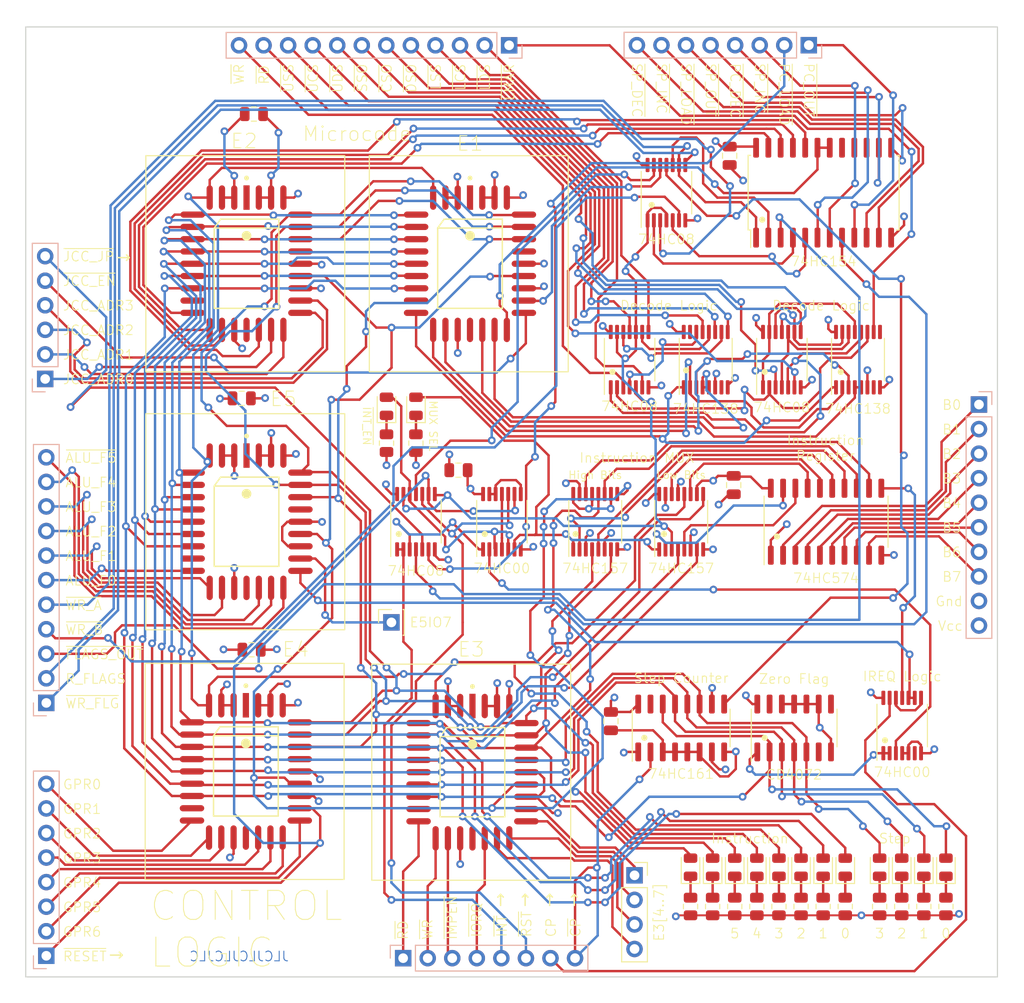
<source format=kicad_pcb>
(kicad_pcb (version 20211014) (generator pcbnew)
  (layers (0 "F.Cu" signal) (1 "In1.Cu" signal) (2 "In2.Cu" signal) (31 "B.Cu" signal) (34 "B.Paste" user) (35 "F.Paste" user) (36 "B.SilkS" user "B.Silkscreen") (37 "F.SilkS" user "F.Silkscreen") (38 "B.Mask" user) (39 "F.Mask" user) (44 "Edge.Cuts" user))
  (net 0 "")
  (net 1 "~{READ}")
  (net 2 "~{WRITE}")
  (net 3 "~{IO_REQUEST}")
  (net 4 "~{CPU_INTERRUPT}")
  (net 5 "~{RESET_IN}")
  (net 6 "CLOCK")
  (net 7 "~{RESET}")
  (net 8 "GPR6")
  (net 9 "GPR5")
  (net 10 "GPR4")
  (net 11 "GPR3")
  (net 12 "GPR2")
  (net 13 "GPR1")
  (net 14 "GPR0")
  (net 15 "ALU_FUNC_5_EN")
  (net 16 "ALU_FUNC_4")
  (net 17 "ALU_FUNC_3")
  (net 18 "ALU_FUNC_2")
  (net 19 "ALU_FUNC_1")
  (net 20 "ALU_FUNC_0")
  (net 21 "~{LATCH_ACCUMULATOR}")
  (net 22 "~{LATCH_B}")
  (net 23 "~{FLAGS_OUT}")
  (net 24 "RESTORE_FLAGS")
  (net 25 "~{LATCH_FLAGS}")
  (net 26 "JCC_LD_PC_COND")
  (net 27 "INSTRUCTION_7")
  (net 28 "INSTRUCTION_6")
  (net 29 "INSTRUCTION_5")
  (net 30 "INSTRUCTION_4")
  (net 31 "INSTRUCTION_3")
  (net 32 "INSTRUCTION_2")
  (net 33 "INSTRUCTION_1")
  (net 34 "INSTRUCTION_0")
  (net 35 "GND")
  (net 36 "VCC")
  (net 37 "~{JCC_EN}")
  (net 38 "JCC_ADR3")
  (net 39 "JCC_ADR2")
  (net 40 "JCC_ADR1")
  (net 41 "JCC_ADR0")
  (net 42 "~{SP_BUS_OUT}")
  (net 43 "~{SP_LOAD}")
  (net 44 "~{SP_INC}")
  (net 45 "~{SP_DEC}")
  (net 46 "~{PC_BUS_OUT}")
  (net 47 "~{PC_LOAD}")
  (net 48 "~{PC_INC}")
  (net 49 "~{PC_DEC}")
  (net 50 "~{RESET_STEP_COUNTER}")
  (net 52 "Net-(U2-Pad1)")
  (net 53 "Net-(D14-Pad2)")
  (net 54 "Net-(U1-Pad9)")
  (net 55 "~{TRIGGER_RESET_STEP}")
  (net 56 "Net-(U15-Pad22)")
  (net 57 "MEM0")
  (net 58 "MEM1")
  (net 59 "~{SPR_FLAGS_ACC_B_EN}")
  (net 60 "MEM2")
  (net 61 "~{SEGMENT_REGISTER_EN}")
  (net 62 "~{MEMORY_ENABLE}")
  (net 65 "~{LATCH_MAR}")
  (net 66 "/~{WR_STACK}")
  (net 67 "/~{WR_DATA}")
  (net 68 "/~{RD_STACK}")
  (net 69 "/~{RD_DATA}")
  (net 70 "~{USE_CODE_SEGMENT}")
  (net 71 "BUS0")
  (net 72 "BUS1")
  (net 73 "Net-(U10-Pad4)")
  (net 77 "SPR_FLAGS_ACC_B_CNTL_3")
  (net 78 "SPR_FLAGS_ACC_B_CNTL_2")
  (net 79 "SPR_FLAGS_ACC_B_CNTL_1")
  (net 80 "SPR_FLAGS_ACC_B_CNTL_0")
  (net 81 "~{USE_STACK_SEGMENT}")
  (net 82 "~{USE_DATA_SEGMENT}")
  (net 83 "Net-(U9-Pad12)")
  (net 84 "~{MEM_READ}")
  (net 85 "~{MEM_WRITE}")
  (net 86 "Net-(U18-Pad11)")
  (net 87 "BUS2")
  (net 88 "BUS3")
  (net 89 "~{LATCH_DATA_SEGMENT}")
  (net 90 "Net-(U13-Pad12)")
  (net 91 "~{LATCH_STACK_SEGMENT}")
  (net 92 "Net-(U13-Pad10)")
  (net 93 "Net-(U13-Pad14)")
  (net 94 "~{LATCH_CODE_SEGMENT}")
  (net 96 "~{STACK_SEGMENT_OUT}")
  (net 97 "~{DATA_SEGMENT_OUT}")
  (net 98 "~{CODE_SEGMENT_OUT}")
  (net 100 "BUS4")
  (net 101 "BUS5")
  (net 102 "BUS6")
  (net 103 "BUS7")
  (net 104 "Net-(U4-Pad12)")
  (net 105 "~{INSTRUCTION_REG_IN}")
  (net 106 "Net-(U16-Pad5)")
  (net 107 "Net-(U16-Pad2)")
  (net 109 "INST7")
  (net 110 "INST2")
  (net 111 "INST1")
  (net 112 "INST0")
  (net 113 "STEP3")
  (net 114 "STEP2")
  (net 115 "STEP1")
  (net 116 "STEP0")
  (net 119 "INST5")
  (net 121 "INST6")
  (net 122 "INST4")
  (net 123 "INST3")
  (net 140 "~{IRQ_MASK_PORT_EN}")
  (net 141 "~{CLOCK}")
  (net 142 "~{SOFTWARE_RESET}")
  (net 143 "~{INTERRUPT_HANDLER_EN}")
  (net 144 "Net-(U19-Pad11)")
  (net 145 "Net-(U19-Pad12)")
  (net 147 "Net-(U15-Pad21)")
  (net 148 "Net-(U15-Pad20)")
  (net 149 "Net-(D1-Pad1)")
  (net 150 "Net-(D2-Pad1)")
  (net 151 "Net-(D3-Pad1)")
  (net 152 "Net-(D4-Pad1)")
  (net 153 "Net-(D5-Pad1)")
  (net 154 "Net-(D6-Pad1)")
  (net 155 "Net-(D7-Pad1)")
  (net 156 "Net-(D8-Pad1)")
  (net 157 "Net-(D9-Pad1)")
  (net 158 "Net-(D10-Pad1)")
  (net 159 "Net-(D11-Pad1)")
  (net 160 "Net-(D12-Pad1)")
  (net 161 "Net-(U15-Pad19)")
  (net 162 "Net-(U19-Pad2)")
  (net 163 "Net-(U16-Pad10)")
  (net 164 "Net-(U10-Pad3)")
  (net 165 "Net-(D13-Pad1)")
  (net 166 "Net-(D14-Pad1)")
  (net 168 "Net-(U12-Pad22)")
  (footprint "LED_SMD:LED_0805_2012Metric" (layer "F.Cu") (at 119.634 94.996 90)
    (fp_text reference "D13" hide)
    (fp_text value "LED" hide)
  )
  (footprint "LED_SMD:LED_0805_2012Metric" (layer "F.Cu") (at 177.498151 142.6695 90)
    (fp_text reference "D4" hide)
    (fp_text value "LED" hide)
  )
  (footprint "Stephenv6:PLCC-32-SOCKET-Microchip-32J-10_2001-B-IPC_A" (layer "F.Cu") (at 105.156 80.249552)
    (fp_text reference "U14" hide)
    (fp_text value "PLCC32_28_28C256" hide)
  )
  (footprint "Capacitor_SMD:C_0805_2012Metric" (layer "F.Cu") (at 105.918 64.77 180)
    (fp_text reference "C5" hide)
    (fp_text value "C")
  )
  (footprint "Resistor_SMD:R_0805_2012Metric" (layer "F.Cu") (at 177.498151 146.7335 -90)
    (fp_text reference "R4" hide)
    (fp_text value "R_US" hide)
  )
  (footprint "Capacitor_SMD:C_0805_2012Metric" (layer "F.Cu") (at 155.546 103.142 -90)
    (fp_text reference "C7" hide)
    (fp_text value "C")
  )
  (footprint "LED_SMD:LED_0805_2012Metric" (layer "F.Cu") (at 151.082151 142.6695 90)
    (fp_text reference "D5" hide)
    (fp_text value "LED" hide)
  )
  (footprint "Package_SO:TSSOP-16_4.4x5mm_P0.65mm" (layer "F.Cu") (at 141.224 106.934 90)
    (fp_text reference "U5" hide)
    (fp_text value "74LS157" hide)
  )
  (footprint "LED_SMD:LED_0805_2012Metric" (layer "F.Cu") (at 170.640151 142.6695 90)
    (fp_text reference "D1" hide)
    (fp_text value "LED" hide)
  )
  (footprint "Resistor_SMD:R_0805_2012Metric" (layer "F.Cu") (at 157.940151 146.7335 -90)
    (fp_text reference "R8" hide)
    (fp_text value "R_US" hide)
  )
  (footprint "Resistor_SMD:R_0805_2012Metric" (layer "F.Cu") (at 155.654151 146.7335 -90)
    (fp_text reference "R7" hide)
    (fp_text value "R_US" hide)
  )
  (footprint "Package_SO:TSSOP-16_4.4x5mm_P0.65mm" (layer "F.Cu") (at 152.654 90.17 90)
    (fp_text reference "U13" hide)
    (fp_text value "74LS138" hide)
  )
  (footprint "LED_SMD:LED_0805_2012Metric" (layer "F.Cu") (at 153.368151 142.6695 90)
    (fp_text reference "D6" hide)
    (fp_text value "LED" hide)
  )
  (footprint "Stephenv6:PLCC-32-SOCKET-Microchip-32J-10_2001-B-IPC_A" (layer "F.Cu") (at 128.27 80.249552)
    (fp_text reference "U6" hide)
    (fp_text value "PLCC32_28_28C256" hide)
  )
  (footprint "Resistor_SMD:R_0805_2012Metric" (layer "F.Cu") (at 119.634 98.806 -90)
    (fp_text reference "R13" hide)
    (fp_text value "R_US" hide)
  )
  (footprint "LED_SMD:LED_0805_2012Metric" (layer "F.Cu") (at 160.226151 142.6695 90)
    (fp_text reference "D9" hide)
    (fp_text value "LED" hide)
  )
  (footprint "Package_SO:TSSOP-14_4.4x5mm_P0.65mm" (layer "F.Cu") (at 172.974 128.016 90)
    (fp_text reference "U4" hide)
    (fp_text value "74LS00" hide)
  )
  (footprint "LED_SMD:LED_0805_2012Metric" (layer "F.Cu") (at 172.926151 142.6695 90)
    (fp_text reference "D2" hide)
    (fp_text value "LED" hide)
  )
  (footprint "LED_SMD:LED_0805_2012Metric" (layer "F.Cu") (at 167.084151 142.6695 90)
    (fp_text reference "D12" hide)
    (fp_text value "LED" hide)
  )
  (footprint "Resistor_SMD:R_0805_2012Metric" (layer "F.Cu") (at 122.674 98.806 -90)
    (fp_text reference "R14" hide)
    (fp_text value "R_US" hide)
  )
  (footprint "Package_SO:TSSOP-14_4.4x5mm_P0.65mm" (layer "F.Cu") (at 131.572 106.934 90)
    (fp_text reference "U19" hide)
    (fp_text value "74LS00" hide)
  )
  (footprint "Package_SO:TSSOP-14_4.4x5mm_P0.65mm" (layer "F.Cu") (at 144.78 90.17 90)
    (fp_text reference "U17" hide)
    (fp_text value "74LS08" hide)
  )
  (footprint "LED_SMD:LED_0805_2012Metric" (layer "F.Cu") (at 162.512151 142.6695 90)
    (fp_text reference "D10" hide)
    (fp_text value "LED" hide)
  )
  (footprint "Package_SO:TSSOP-14_4.4x5mm_P0.65mm" (layer "F.Cu") (at 148.59 72.898 90)
    (fp_text reference "U16" hide)
    (fp_text value "74LS08" hide)
  )
  (footprint "Capacitor_SMD:C_0805_2012Metric" (layer "F.Cu") (at 142.846 127.562 -90)
    (fp_text reference "C2" hide)
    (fp_text value "C")
  )
  (footprint "Package_SO:SOIC-14_3.9x8.7mm_P1.27mm" (layer "F.Cu") (at 161.798 128.27 90)
    (fp_text reference "U2" hide)
    (fp_text value "4072" hide)
  )
  (footprint "Connector_PinSocket_2.54mm:PinSocket_1x01_P2.54mm_Vertical" (layer "F.Cu") (at 120.142 117.348 90)
    (fp_text reference "J9" hide)
    (fp_text value "Conn_01x01")
  )
  (footprint "LED_SMD:LED_0805_2012Metric" (layer "F.Cu") (at 164.798151 142.6695 90)
    (fp_text reference "D11" hide)
    (fp_text value "LED" hide)
  )
  (footprint "Package_SO:SOIC-16_3.9x9.9mm_P1.27mm" (layer "F.Cu") (at 150.114 128.27 90)
    (fp_text reference "U1" hide)
    (fp_text value "74LS161" hide)
  )
  (footprint "LED_SMD:LED_0805_2012Metric" (layer "F.Cu") (at 122.682 94.996 90)
    (fp_text reference "D14" hide)
    (fp_text value "LED" hide)
  )
  (footprint "Stephenv6:PLCC-32-SOCKET-Microchip-32J-10_2001-B-IPC_A" (layer "F.Cu") (at 105.156 106.934)
    (fp_text reference "U12" hide)
    (fp_text value "PLCC32_28_28C256" hide)
  )
  (footprint "Capacitor_SMD:C_0805_2012Metric" (layer "F.Cu") (at 155.126 69.082 -90)
    (fp_text reference "C4" hide)
    (fp_text value "C")
  )
  (footprint "Resistor_SMD:R_0805_2012Metric" (layer "F.Cu") (at 164.798151 146.7335 -90)
    (fp_text reference "R11" hide)
    (fp_text value "R_US" hide)
  )
  (footprint "Capacitor_SMD:C_0805_2012Metric" (layer "F.Cu") (at 104.656 94.172)
    (fp_text reference "C1" hide)
    (fp_text value "C")
  )
  (footprint "Resistor_SMD:R_0805_2012Metric" (layer "F.Cu") (at 160.226151 146.7335 -90)
    (fp_text reference "R9" hide)
    (fp_text value "R_US" hide)
  )
  (footprint "Resistor_SMD:R_0805_2012Metric" (layer "F.Cu") (at 162.512151 146.7335 -90)
    (fp_text reference "R10" hide)
    (fp_text value "R_US" hide)
  )
  (footprint "Connector_PinSocket_2.54mm:PinSocket_1x04_P2.54mm_Vertical" (layer "F.Cu") (at 145.288 143.51)
    (fp_text reference "J8" hide)
    (fp_text value "Conn_01x04")
  )
  (footprint "Resistor_SMD:R_0805_2012Metric" (layer "F.Cu") (at 175.212151 146.7335 -90)
    (fp_text reference "R3" hide)
    (fp_text value "R_US" hide)
  )
  (footprint "Package_SO:TSSOP-14_4.4x5mm_P0.65mm" (layer "F.Cu") (at 122.682 106.934 90)
    (fp_text reference "U10" hide)
    (fp_text value "74LS08" hide)
  )
  (footprint "Stephenv6:PLCC-32-SOCKET-Microchip-32J-10_2001-B-IPC_A" (layer "F.Cu") (at 128.524 132.842)
    (fp_text reference "U15" hide)
    (fp_text value "PLCC32_28_28C256" hide)
  )
  (footprint "Resistor_SMD:R_0805_2012Metric" (layer "F.Cu") (at 172.926151 146.7335 -90)
    (fp_text reference "R2" hide)
    (fp_text value "R_US" hide)
  )
  (footprint "Package_SO:SOIC-24W_7.5x15.4mm_P1.27mm" (layer "F.Cu") (at 164.846 72.898 90)
    (fp_text reference "U8" hide)
    (fp_text value "74LS154")
  )
  (footprint "Resistor_SMD:R_0805_2012Metric" (layer "F.Cu") (at 167.084151 146.7335 -90)
    (fp_text reference "R12" hide)
    (fp_text value "R_US" hide)
  )
  (footprint "Capacitor_SMD:C_0805_2012Metric" (layer "F.Cu") (at 105.676 120.172 180)
    (fp_text reference "C6" hide)
    (fp_text value "C")
  )
  (footprint "Resistor_SMD:R_0805_2012Metric" (layer "F.Cu") (at 153.368151 146.7335 -90)
    (fp_text reference "R6" hide)
    (fp_text value "R_US" hide)
  )
  (footprint "Package_SO:TSSOP-16_4.4x5mm_P0.65mm" (layer "F.Cu") (at 150.114 106.934 90)
    (fp_text reference "U3" hide)
    (fp_text value "74LS157" hide)
  )
  (footprint "Package_SO:TSSOP-14_4.4x5mm_P0.65mm" (layer "F.Cu") (at 160.528 90.17 90)
    (fp_text reference "U9" hide)
    (fp_text value "74LS08" hide)
  )
  (footprint "Resistor_SMD:R_0805_2012Metric" (layer "F.Cu") (at 151.082151 146.7335 -90)
    (fp_text reference "R5" hide)
    (fp_text value "R_US" hide)
  )
  (footprint "Capacitor_SMD:C_0805_2012Metric" (layer "F.Cu") (at 127.076 101.602 180)
    (fp_text reference "C3" hide)
    (fp_text value "C")
  )
  (footprint "LED_SMD:LED_0805_2012Metric" (layer "F.Cu") (at 175.212151 142.6695 90)
    (fp_text reference "D3" hide)
    (fp_text value "LED" hide)
  )
  (footprint "LED_SMD:LED_0805_2012Metric" (layer "F.Cu") (at 157.940151 142.6695 90)
    (fp_text reference "D8" hide)
    (fp_text value "LED" hide)
  )
  (footprint "Package_SO:TSSOP-16_4.4x5mm_P0.65mm" (layer "F.Cu") (at 168.402 90.17 90)
    (fp_text reference "U7" hide)
    (fp_text value "74LS138" hide)
  )
  (footprint "Stephenv6:PLCC-32-SOCKET-Microchip-32J-10_2001-B-IPC_A" (layer "F.Cu") (at 105.087 132.762)
    (fp_text reference "U11" hide)
    (fp_text value "PLCC32_28_28C256" hide)
  )
  (footprint "Package_SO:SO-20_5.3x12.6mm_P1.27mm" (layer "F.Cu") (at 165.1 106.934 90)
    (fp_text reference "U18" hide)
    (fp_text value "74LS574" hide)
  )
  (footprint "Resistor_SMD:R_0805_2012Metric" (layer "F.Cu") (at 170.640151 146.7335 -90)
    (fp_text reference "R1" hide)
    (fp_text value "R_US" hide)
  )
  (footprint "LED_SMD:LED_0805_2012Metric" (layer "F.Cu") (at 155.654151 142.6695 90)
    (fp_text reference "D7" hide)
    (fp_text value "LED" hide)
  )
  (footprint "Connector_PinHeader_2.54mm:PinHeader_1x08_P2.54mm_Vertical" (layer "B.Cu") (at 121.356 152.077 -90)
    (fp_text reference "J1" hide)
    (fp_text value "Conn_01x08")
  )
  (footprint "Connector_PinHeader_2.54mm:PinHeader_1x11_P2.54mm_Vertical" (layer "B.Cu") (at 84.446 125.675)
    (fp_text reference "J3" hide)
    (fp_text value "Conn_01x11")
  )
  (footprint "Connector_PinHeader_2.54mm:PinHeader_1x10_P2.54mm_Vertical" (layer "B.Cu") (at 180.916 94.812 180)
    (fp_text reference "J4" hide)
    (fp_text value "Conn_01x10")
  )
  (footprint "Connector_PinHeader_2.54mm:PinHeader_1x06_P2.54mm_Vertical" (layer "B.Cu") (at 84.328 92.167)
    (fp_text reference "J5" hide)
    (fp_text value "Conn_01x06")
  )
  (footprint "Connector_PinHeader_2.54mm:PinHeader_1x12_P2.54mm_Vertical" (layer "B.Cu") (at 132.319 57.658 90)
    (fp_text reference "J6" hide)
    (fp_text value "Conn_01x12")
  )
  (footprint "Connector_PinHeader_2.54mm:PinHeader_1x08_P2.54mm_Vertical" (layer "B.Cu") (at 163.316 57.642 90)
    (fp_text reference "J7" hide)
    (fp_text value "Conn_01x08")
  )
  (footprint "Connector_PinHeader_2.54mm:PinHeader_1x08_P2.54mm_Vertical" (layer "B.Cu") (at 84.446 151.832)
    (fp_text reference "J2" hide)
    (fp_text value "Conn_01x08")
  )
  (gr_circle (center 158.75 91.44) (end 159.004 91.44) (layer "F.SilkS") (width 0.12) (fill solid))
  (gr_circle (center 148.336 108.204) (end 148.59 108.204) (layer "F.SilkS") (width 0.12) (fill solid))
  (gr_circle (center 160.02 108.458) (end 160.274 108.458) (layer "F.SilkS") (width 0.12) (fill solid))
  (gr_circle (center 143.002 91.44) (end 143.256 91.44) (layer "F.SilkS") (width 0.12) (fill solid))
  (gr_circle (center 129.794 108.204) (end 130.048 108.204) (layer "F.SilkS") (width 0.12) (fill solid))
  (gr_circle (center 146.304 129.286) (end 146.558 129.286) (layer "F.SilkS") (width 0.12) (fill solid))
  (gr_circle (center 166.624 91.44) (end 166.878 91.44) (layer "F.SilkS") (width 0.12) (fill solid))
  (gr_circle (center 147.066 74.168) (end 147.32 74.168) (layer "F.SilkS") (width 0.12) (fill solid))
  (gr_circle (center 158.496 75.692) (end 158.75 75.692) (layer "F.SilkS") (width 0.12) (fill solid))
  (gr_circle (center 158.75 129.286) (end 159.004 129.286) (layer "F.SilkS") (width 0.12) (fill solid))
  (gr_circle (center 150.622 91.27) (end 150.876 91.27) (layer "F.SilkS") (width 0.12) (fill solid))
  (gr_circle (center 139.192 108.204) (end 139.446 108.204) (layer "F.SilkS") (width 0.12) (fill solid))
  (gr_circle (center 120.904 108.204) (end 121.158 108.204) (layer "F.SilkS") (width 0.12) (fill solid))
  (gr_circle (center 171.196 129.54) (end 171.45 129.54) (layer "F.SilkS") (width 0.12) (fill solid))
  (gr_rect (start 82.316 55.757) (end 182.826 154.017) (layer "Edge.Cuts") (width 0.12) (fill none))
  (gr_text "JLCJLCJLCJLC" (at 104.394 151.892) (layer "B.Cu") (effects (font (size 1 1) (thickness 0.1)) (justify mirror)))
  (gr_text "B7" (at 179.146 112.632) (layer "F.SilkS") (effects (font (size 1 1) (thickness 0.1)) (justify right)))
  (gr_text "Instruction MUX" (at 145.542 100.33) (layer "F.SilkS") (effects (font (size 1 1) (thickness 0.1))))
  (gr_text "~{LSS}" (at 124.744 59.503 90) (layer "F.SilkS") (effects (font (size 1 1) (thickness 0.1)) (justify right)))
  (gr_text "~{WR_FLG}" (at 86.36 125.73) (layer "F.SilkS") (effects (font (size 1 1) (thickness 0.1)) (justify left)))
  (gr_text "~{LMAR}" (at 132.334 59.503 90) (layer "F.SilkS") (effects (font (size 1 1) (thickness 0.1)) (justify right)))
  (gr_text "~{CSO}" (at 119.664 59.503 90) (layer "F.SilkS") (effects (font (size 1 1) (thickness 0.1)) (justify right)))
  (gr_text "GPR4" (at 86.106 144.272) (layer "F.SilkS") (effects (font (size 1 1) (thickness 0.1)) (justify left)))
  (gr_text "~{INT}" (at 131.572 149.972 90) (layer "F.SilkS") (effects (font (size 1 1) (thickness 0.1)) (justify left)))
  (gr_text "R_FLAGS" (at 86.36 123.19) (layer "F.SilkS") (effects (font (size 1 1) (thickness 0.1)) (justify left)))
  (gr_text "~{SSO}" (at 117.124 59.503 90) (layer "F.SilkS") (effects (font (size 1 1) (thickness 0.1)) (justify right)))
  (gr_text "ALU_F0" (at 86.36 113.03) (layer "F.SilkS") (effects (font (size 1 1) (thickness 0.1)) (justify left)))
  (gr_text "1" (at 175.212151 149.5275) (layer "F.SilkS") (effects (font (size 1 1) (thickness 0.1))))
  (gr_text "~{JCC_JP}" (at 86.106 79.502) (layer "F.SilkS") (effects (font (size 1 1) (thickness 0.1)) (justify left)))
  (gr_text "MUX SEL" (at 124.46 97.028 -90) (layer "F.SilkS") (effects (font (size 0.8 0.8) (thickness 0.1))))
  (gr_text "GPR3" (at 86.106 141.732) (layer "F.SilkS") (effects (font (size 1 1) (thickness 0.1)) (justify left)))
  (gr_text "~{DSO}" (at 122.204 59.503 90) (layer "F.SilkS") (effects (font (size 1 1) (thickness 0.1)) (justify right)))
  (gr_text "GPR0" (at 86.106 134.112) (layer "F.SilkS") (effects (font (size 1 1) (thickness 0.1)) (justify left)))
  (gr_text "ALU_F1" (at 86.36 110.49) (layer "F.SilkS") (effects (font (size 1 1) (thickness 0.1)) (justify left)))
  (gr_text "~{INT_EN}" (at 117.602 97.028 -90) (layer "F.SilkS") (effects (font (size 0.8 0.8) (thickness 0.1))))
  (gr_text "Gnd" (at 176.352 115.172) (layer "F.SilkS") (effects (font (size 1 1) (thickness 0.1)) (justify left)))
  (gr_text "~{WR_A}" (at 86.36 115.57) (layer "F.SilkS") (effects (font (size 1 1) (thickness 0.1)) (justify left)))
  (gr_text "3" (at 170.640151 149.5275) (layer "F.SilkS") (effects (font (size 1 1) (thickness 0.1))))
  (gr_text "B6" (at 179.146 110.092) (layer "F.SilkS") (effects (font (size 1 1) (thickness 0.1)) (justify right)))
  (gr_text "~{RD}" (at 106.974 59.643 90) (layer "F.SilkS") (effects (font (size 1 1) (thickness 0.1)) (justify right)))
  (gr_text "~{ALU_F5}" (at 86.36 100.33) (layer "F.SilkS") (effects (font (size 1 1) (thickness 0.1)) (justify left)))
  (gr_text "3" (at 160.226151 149.5275) (layer "F.SilkS") (effects (font (size 1 1) (thickness 0.1))))
  (gr_text "B4" (at 179.146 105.012) (layer "F.SilkS") (effects (font (size 1 1) (thickness 0.1)) (justify right)))
  (gr_text "JCC_ADR2" (at 86.106 87.122) (layer "F.SilkS") (effects (font (size 1 1) (thickness 0.1)) (justify left)))
  (gr_text "CP" (at 136.652 149.972 90) (layer "F.SilkS") (effects (font (size 1 1) (thickness 0.1)) (justify left)))
  (gr_text "2" (at 162.512151 149.5275) (layer "F.SilkS") (effects (font (size 1 1) (thickness 0.1))))
  (gr_text "~{USS}" (at 109.504 59.503 90) (layer "F.SilkS") (effects (font (size 1 1) (thickness 0.1)) (justify right)))
  (gr_text "ALU_F3" (at 86.36 105.41) (layer "F.SilkS") (effects (font (size 1 1) (thickness 0.1)) (justify left)))
  (gr_text "~{WR_B}" (at 86.36 118.11) (layer "F.SilkS") (effects (font (size 1 1) (thickness 0.1)) (justify left)))
  (gr_text "Decode Logic" (at 164.592 84.582) (layer "F.SilkS") (effects (font (size 1 1) (thickness 0.1))))
  (gr_text "~{SP_INC}" (at 158.242 59.436 270) (layer "F.SilkS") (effects (font (size 1 1) (thickness 0.1)) (justify left)))
  (gr_text "ALU_F4" (at 86.36 102.87) (layer "F.SilkS") (effects (font (size 1 1) (thickness 0.1)) (justify left)))
  (gr_text "Decode Logic" (at 148.844 84.582) (layer "F.SilkS") (effects (font (size 1 1) (thickness 0.1))))
  (gr_text "4" (at 157.940151 149.5275) (layer "F.SilkS") (effects (font (size 1 1) (thickness 0.1))))
  (gr_text "→" (at 138.938 146.05 90) (layer "F.SilkS") (effects (font (size 1.5 1.5))))
  (gr_text "0" (at 177.498151 149.5275) (layer "F.SilkS") (effects (font (size 1 1) (thickness 0.1))))
  (gr_text "E2" (at 104.902 67.564) (layer "F.SilkS") (effects (font (size 1.5 1.5) (thickness 0.1))))
  (gr_text "E1" (at 128.27 67.818) (layer "F.SilkS") (effects (font (size 1.5 1.5) (thickness 0.1))))
  (gr_text "GPR1" (at 86.106 136.652) (layer "F.SilkS") (effects (font (size 1 1) (thickness 0.1)) (justify left)))
  (gr_text "~{RD}" (at 121.336 150.242 90) (layer "F.SilkS") (effects (font (size 1 1) (thickness 0.1)) (justify left)))
  (gr_text "Instruction\nRegister" (at 165.044 99.31) (layer "F.SilkS") (effects (font (size 1 1) (thickness 0.1))))
  (gr_text "Step" (at 172.212 139.7) (layer "F.SilkS") (effects (font (size 1 1) (thickness 0.1))))
  (gr_text "~{SP_LOAD}" (at 150.622 59.436 270) (layer "F.SilkS") (effects (font (size 1 1) (thickness 0.1)) (justify left)))
  (gr_text "E5" (at 108.966 94.234) (layer "F.SilkS") (effects (font (size 1.5 1.5) (thickness 0.1))))
  (gr_text "~{IORQ}" (at 128.956 149.988 90) (layer "F.SilkS") (effects (font (size 1 1) (thickness 0.1)) (justify left)))
  (gr_text "Microcode" (at 116.586 66.802) (layer "F.SilkS") (effects (font (size 1.5 1.5) (thickness 0.1))))
  (gr_text "GPR2" (at 86.106 139.192) (layer "F.SilkS") (effects (font (size 1 1) (thickness 0.1)) (justify left)))
  (gr_text "B5" (at 179.146 107.552) (layer "F.SilkS") (effects (font (size 1 1) (thickness 0.1)) (justify right)))
  (gr_text "Instruction" (at 157.226 139.7) (layer "F.SilkS") (effects (font (size 1 1) (thickness 0.1))))
  (gr_text "GPR5" (at 86.106 146.812) (layer "F.SilkS") (effects (font (size 1 1) (thickness 0.1)) (justify left)))
  (gr_text "~{SP_OUT}" (at 153.162 59.436 270) (layer "F.SilkS") (effects (font (size 1 1) (thickness 0.1)) (justify left)))
  (gr_text "Vcc" (at 176.606 117.712) (layer "F.SilkS") (effects (font (size 1 1) (thickness 0.1)) (justify left)))
  (gr_text "→" (at 136.398 146.05 90) (layer "F.SilkS") (effects (font (size 1.5 1.5))))
  (gr_text "JCC_ADR0" (at 86.106 92.202) (layer "F.SilkS") (effects (font (size 1 1) (thickness 0.1)) (justify left)))
  (gr_text "~{WR}" (at 104.374 59.503 90) (layer "F.SilkS") (effects (font (size 1 1) (thickness 0.1)) (justify right)))
  (gr_text "~{CP}" (at 139.192 149.972 90) (layer "F.SilkS") (effects (font (size 1 1) (thickness 0.1)) (justify left)))
  (gr_text "GPR6" (at 86.106 149.352) (layer "F.SilkS") (effects (font (size 1 1) (thickness 0.1)) (justify left)))
  (gr_text "→" (at 92.456 79.502) (layer "F.SilkS") (effects (font (size 1.5 1.5))))
  (gr_text "B0" (at 179.146 94.852) (layer "F.SilkS") (effects (font (size 1 1) (thickness 0.1)) (justify right)))
  (gr_text "0" (at 167.084151 149.5275) (layer "F.SilkS") (effects (font (size 1 1) (thickness 0.1))))
  (gr_text "~{JCC_EN}" (at 86.106 82.042) (layer "F.SilkS") (effects (font (size 1 1) (thickness 0.1)) (justify left)))
  (gr_text "~{SP_DEC}" (at 145.542 59.436 270) (layer "F.SilkS") (effects (font (size 1 1) (thickness 0.1)) (justify left)))
  (gr_text "~{UCS}" (at 112.044 59.503 90) (layer "F.SilkS") (effects (font (size 1 1) (thickness 0.1)) (justify right)))
  (gr_text "2" (at 172.926151 149.5275) (layer "F.SilkS") (effects (font (size 1 1) (thickness 0.1))))
  (gr_text "E4" (at 110.236 120.142) (layer "F.SilkS") (effects (font (size 1.5 1.5) (thickness 0.1))))
  (gr_text "~{LDS}" (at 129.824 59.503 90) (layer "F.SilkS") (effects (font (size 1 1) (thickness 0.1)) (justify right)))
  (gr_text "E3[4..7]" (at 147.828 147.32 90) (layer "F.SilkS") (effects (font (size 1 1) (thickness 0.1))))
  (gr_text "B1" (at 179.146 97.392) (layer "F.SilkS") (effects (font (size 1 1) (thickness 0.1)) (justify right)))
  (gr_text "1" (at 164.798151 149.5275) (layer "F.SilkS") (effects (font (size 1 1) (thickness 0.1))))
  (gr_text "~{PC_OUT}" (at 163.322 59.436 270) (layer "F.SilkS") (effects (font (size 1 1) (thickness 0.1)) (justify left)))
  (gr_text "→" (at 91.694 151.638) (layer "F.SilkS") (effects (font (size 1.6 1.6))))
  (gr_text "E5IO7" (at 124.206 117.348) (layer "F.SilkS") (effects (font (size 1 1) (thickness 0.1))))
  (gr_text "~{PC_LOAD}" (at 160.782 59.436 270) (layer "F.SilkS") (effects (font (size 1 1) (thickness 0.1)) (justify left)))
  (gr_text "5" (at 155.654151 149.5275) (layer "F.SilkS") (effects (font (size 1 1) (thickness 0.1))))
  (gr_text "~{UDS}" (at 114.584 59.503 90) (layer "F.SilkS") (effects (font (size 1 1) (thickness 0.1)) (justify right)))
  (gr_text "→" (at 131.318 146.05 90) (layer "F.SilkS") (effects (font (size 1.5 1.5))))
  (gr_text "~{IMPEN}" (at 126.416 150.242 90) (layer "F.SilkS") (effects (font (size 1 1) (thickness 0.1)) (justify left)))
  (gr_text "CONTROL \nLOGIC" (at 94.996 149.098) (layer "F.SilkS") (effects (font (size 3 3) (thickness 0.1)) (justify left)))
  (gr_text "~{RESET}" (at 86.106 151.892) (layer "F.SilkS") (effects (font (size 1 1) (thickness 0.1)) (justify left)))
  (gr_text "~{SP_INC}" (at 148.082 59.436 270) (layer "F.SilkS") (effects (font (size 1 1) (thickness 0.1)) (justify left)))
  (gr_text "B3" (at 179.146 102.472) (layer "F.SilkS") (effects (font (size 1 1) (thickness 0.1)) (justify right)))
  (gr_text "~{WR}" (at 123.876 150.242 90) (layer "F.SilkS") (effects (font (size 1 1) (thickness 0.1)) (justify left)))
  (gr_text "ALU_F2" (at 86.36 107.95) (layer "F.SilkS") (effects (font (size 1 1) (thickness 0.1)) (justify left)))
  (gr_text "~{RST}" (at 134.112 149.972 90) (layer "F.SilkS") (effects (font (size 1 1) (thickness 0.1)) (justify left)))
  (gr_text "JCC_ADR1" (at 86.106 89.662) (layer "F.SilkS") (effects (font (size 1 1) (thickness 0.1)) (justify left)))
  (gr_text "JCC_ADR3" (at 86.106 84.582) (layer "F.SilkS") (effects (font (size 1 1) (thickness 0.1)) (justify left)))
  (gr_text "~{FLAGS_OUT}" (at 86.36 120.65) (layer "F.SilkS") (effects (font (size 1 1) (thickness 0.1)) (justify left)))
  (gr_text "~{LCS}" (at 127.284 59.503 90) (layer "F.SilkS") (effects (font (size 1 1) (thickness 0.1)) (justify right)))
  (gr_text "B2" (at 179.146 99.932) (layer "F.SilkS") (effects (font (size 1 1) (thickness 0.1)) (justify right)))
  (gr_text "E3" (at 128.397 120.142) (layer "F.SilkS") (effects (font (size 1.5 1.5) (thickness 0.1))))
  (gr_text "~{PC_DEC}" (at 155.702 59.436 270) (layer "F.SilkS") (effects (font (size 1 1) (thickness 0.1)) (justify left)))
  (gr_text "→" (at 133.858 146.05 90) (layer "F.SilkS") (effects (font (size 1.5 1.5))))
  (segment (start 121.356 152.077) (end 121.356 143.122) (width 0.25) (layer "F.Cu") (net 1))
  (segment (start 122.950448 141.527552) (end 122.950448 137.922) (width 0.25) (layer "F.Cu") (net 1))
  (segment (start 121.356 143.122) (end 122.950448 141.527552) (width 0.25) (layer "F.Cu") (net 1))
  (segment (start 123.896 152.077) (end 123.896 144.632) (width 0.25) (layer "F.Cu") (net 2))
  (segment (start 124.714 143.814) (end 124.714 139.685553) (width 0.25) (layer "F.Cu") (net 2))
  (segment (start 123.896 144.632) (end 124.714 143.814) (width 0.25) (layer "F.Cu") (net 2))
  (segment (start 129.794 139.685553) (end 129.794 144.454) (width 0.25) (layer "F.Cu") (net 3))
  (segment (start 129.794 144.454) (end 128.976 145.272) (width 0.25) (layer "F.Cu") (net 3))
  (segment (start 128.976 145.272) (end 128.976 152.077) (width 0.25) (layer "F.Cu") (net 3))
  (segment (start 122.232489 120.200489) (end 122.232489 125.163511) (width 0.25) (layer "F.Cu") (net 4))
  (segment (start 119.417499 127.978501) (end 119.417499 145.325499) (width 0.25) (layer "F.Cu") (net 4))
  (segment (start 122.232489 125.163511) (end 119.417499 127.978501) (width 0.25) (layer "F.Cu") (net 4))
  (segment (start 119.417499 145.325499) (end 120.142 146.05) (width 0.25) (layer "F.Cu") (net 4))
  (segment (start 120.732 109.7965) (end 121.382 109.7965) (width 0.25) (layer "F.Cu") (net 4))
  (segment (start 121.382 119.35) (end 122.232489 120.200489) (width 0.25) (layer "F.Cu") (net 4))
  (segment (start 121.382 109.7965) (end 121.382 119.35) (width 0.25) (layer "F.Cu") (net 4))
  (via (at 120.142 146.05) (size 0.8) (drill 0.4) (layers "F.Cu" "B.Cu") (net 4))
  (segment (start 131.516 149.042) (end 131.516 152.077) (width 0.25) (layer "B.Cu") (net 4))
  (segment (start 128.524 146.05) (end 131.516 149.042) (width 0.25) (layer "B.Cu") (net 4))
  (segment (start 120.142 146.05) (end 128.524 146.05) (width 0.25) (layer "B.Cu") (net 4))
  (segment (start 121.92 126.238) (end 120.142 128.016) (width 0.25) (layer "F.Cu") (net 5))
  (segment (start 126.403701 108.169701) (end 126.457701 108.169701) (width 0.25) (layer "F.Cu") (net 5))
  (segment (start 127.508 117.348) (end 127.508 118.618) (width 0.25) (layer "F.Cu") (net 5))
  (segment (start 124.46 121.666) (end 122.682 123.444) (width 0.25) (layer "F.Cu") (net 5))
  (segment (start 122.682 125.476) (end 121.92 126.238) (width 0.25) (layer "F.Cu") (net 5))
  (segment (start 127.508 118.618) (end 124.46 121.666) (width 0.25) (layer "F.Cu") (net 5))
  (segment (start 126.457701 108.169701) (end 127 108.712) (width 0.25) (layer "F.Cu") (net 5))
  (segment (start 122.682 123.444) (end 122.682 124.714) (width 0.25) (layer "F.Cu") (net 5))
  (segment (start 122.682 124.714) (end 122.682 125.476) (width 0.25) (layer "F.Cu") (net 5))
  (segment (start 126.357997 108.169701) (end 126.403701 108.169701) (width 0.25) (layer "F.Cu") (net 5))
  (segment (start 123.332 105.143704) (end 126.357997 108.169701) (width 0.25) (layer "F.Cu") (net 5))
  (segment (start 120.142 128.016) (end 120.142 142.24) (width 0.25) (layer "F.Cu") (net 5))
  (segment (start 127.508 109.22) (end 127.508 117.348) (width 0.25) (layer "F.Cu") (net 5))
  (segment (start 132.222 104.0715) (end 132.222 107.168111) (width 0.25) (layer "F.Cu") (net 5))
  (segment (start 127 108.712) (end 127.508 109.22) (width 0.25) (layer "F.Cu") (net 5))
  (segment (start 132.222 107.168111) (end 132.366599 107.31271) (width 0.25) (layer "F.Cu") (net 5))
  (segment (start 123.332 104.0715) (end 123.332 105.143704) (width 0.25) (layer "F.Cu") (net 5))
  (via (at 120.142 142.24) (size 0.8) (drill 0.4) (layers "F.Cu" "B.Cu") (net 5))
  (via (at 126.403701 108.169701) (size 0.8) (drill 0.4) (layers "F.Cu" "B.Cu") (net 5))
  (via (at 132.366599 107.31271) (size 0.8) (drill 0.4) (layers "F.Cu" "B.Cu") (net 5))
  (segment (start 120.142 144.272) (end 121.158 145.288) (width 0.25) (layer "B.Cu") (net 5))
  (segment (start 126.403701 108.169701) (end 127.451402 107.122) (width 0.25) (layer "B.Cu") (net 5))
  (segment (start 132.175889 107.122) (end 132.366599 107.31271) (width 0.25) (layer "B.Cu") (net 5))
  (segment (start 129.286 145.288) (end 134.056 150.058) (width 0.25) (layer "B.Cu") (net 5))
  (segment (start 127.451402 107.122) (end 132.175889 107.122) (width 0.25) (layer "B.Cu") (net 5))
  (segment (start 121.158 145.288) (end 129.286 145.288) (width 0.25) (layer "B.Cu") (net 5))
  (segment (start 134.056 150.058) (end 134.056 152.077) (width 0.25) (layer "B.Cu") (net 5))
  (segment (start 120.142 142.24) (end 120.142 144.272) (width 0.25) (layer "B.Cu") (net 5))
  (segment (start 169.164 132.842) (end 172.466 136.144) (width 0.25) (layer "F.Cu") (net 6))
  (segment (start 176.2846 136.144) (end 179.578 139.4374) (width 0.25) (layer "F.Cu") (net 6))
  (segment (start 179.578 148.082) (end 174.244 153.416) (width 0.25) (layer "F.Cu") (net 6))
  (segment (start 179.578 139.4374) (end 179.578 148.082) (width 0.25) (layer "F.Cu") (net 6))
  (segment (start 174.244 153.416) (end 137.935 153.416) (width 0.25) (layer "F.Cu") (net 6))
  (segment (start 169.164 129.54) (end 169.164 132.842) (width 0.25) (layer "F.Cu") (net 6))
  (segment (start 171.674 125.1535) (end 171.674 127.03) (width 0.25) (layer "F.Cu") (net 6))
  (segment (start 171.674 127.03) (end 169.164 129.54) (width 0.25) (layer "F.Cu") (net 6))
  (segment (start 137.935 153.416) (end 136.596 152.077) (width 0.25) (layer "F.Cu") (net 6))
  (segment (start 172.466 136.144) (end 176.2846 136.144) (width 0.25) (layer "F.Cu") (net 6))
  (segment (start 149.139 109.7965) (end 149.139 108.015) (width 0.25) (layer "F.Cu") (net 7))
  (segment (start 148.026 74.472) (end 147.126 74.472) (width 0.25) (layer "F.Cu") (net 7))
  (segment (start 121.382 104.0715) (end 121.382 105.303402) (width 0.25) (layer "F.Cu") (net 7))
  (segment (start 145.43 93.720361) (end 146.215095 94.505456) (width 0.25) (layer "F.Cu") (net 7))
  (segment (start 146.64 74.958) (end 146.64 75.7605) (width 0.25) (layer "F.Cu") (net 7))
  (segment (start 145.43 87.3075) (end 145.43 82.086) (width 0.25) (layer "F.Cu") (net 7))
  (segment (start 146.64 78.078) (end 145.466 79.252) (width 0.25) (layer "F.Cu") (net 7))
  (segment (start 148.59 75.7605) (end 148.59 75.036) (width 0.25) (layer "F.Cu") (net 7))
  (segment (start 146.64 75.7605) (end 146.64 78.078) (width 0.25) (layer "F.Cu") (net 7))
  (segment (start 145.43 82.086) (end 144.366 81.022) (width 0.25) (layer "F.Cu") (net 7))
  (segment (start 147.126 74.472) (end 146.64 74.958) (width 0.25) (layer "F.Cu") (net 7))
  (segment (start 145.43 89.2126) (end 144.609601 90.032999) (width 0.25) (layer "F.Cu") (net 7))
  (segment (start 148.524511 107.400511) (end 148.34922 107.400511) (width 0.25) (layer "F.Cu") (net 7))
  (segment (start 148.59 75.036) (end 148.026 74.472) (width 0.25) (layer "F.Cu") (net 7))
  (segment (start 144.106999 90.032999) (end 144.335831 90.032999) (width 0.25) (layer "F.Cu") (net 7))
  (segment (start 146.215095 94.505456) (end 147.017579 94.505456) (width 0.25) (layer "F.Cu") (net 7))
  (segment (start 145.43 93.0325) (end 145.43 93.720361) (width 0.25) (layer "F.Cu") (net 7))
  (segment (start 125.946 104.182) (end 124.7425 104.182) (width 0.25) (layer "F.Cu") (net 7))
  (segment (start 121.382 105.303402) (end 121.663299 105.584701) (width 0.25) (layer "F.Cu") (net 7))
  (segment (start 143.48 87.3075) (end 143.48 89.406) (width 0.25) (layer "F.Cu") (net 7))
  (segment (start 145.43 87.3075) (end 145.43 89.2126) (width 0.25) (layer "F.Cu") (net 7))
  (segment (start 143.48 89.406) (end 144.106999 90.032999) (width 0.25) (layer "F.Cu") (net 7))
  (segment (start 145.386 79.332) (end 145.386 79.542) (width 0.25) (layer "F.Cu") (net 7))
  (segment (start 144.609601 90.032999) (end 144.335831 90.032999) (width 0.25) (layer "F.Cu") (net 7))
  (segment (start 124.7425 104.182) (end 124.632 104.0715) (width 0.25) (layer "F.Cu") (net 7))
  (segment (start 145.466 79.252) (end 145.386 79.332) (width 0.25) (layer "F.Cu") (net 7))
  (segment (start 149.139 108.015) (end 148.524511 107.400511) (width 0.25) (layer "F.Cu") (net 7))
  (via (at 148.34922 107.400511) (size 0.8) (drill 0.4) (layers "F.Cu" "B.Cu") (net 7))
  (via (at 125.946 104.182) (size 0.8) (drill 0.4) (layers "F.Cu" "B.Cu") (net 7))
  (via (at 121.663299 105.584701) (size 0.8) (drill 0.4) (layers "F.Cu" "B.Cu") (net 7))
  (via (at 144.335831 90.032999) (size 0.8) (drill 0.4) (layers "F.Cu" "B.Cu") (net 7))
  (via (at 144.366 81.022) (size 0.8) (drill 0.4) (layers "F.Cu" "B.Cu") (net 7))
  (via (at 147.017579 94.505456) (size 0.8) (drill 0.4) (layers "F.Cu" "B.Cu") (net 7))
  (via (at 145.386 79.542) (size 0.8) (drill 0.4) (layers "F.Cu" "B.Cu") (net 7))
  (segment (start 124.836 105.302) (end 124.553299 105.584701) (width 0.25) (layer "B.Cu") (net 7))
  (segment (start 125.946 104.182) (end 124.836 105.292) (width 0.25) (layer "B.Cu") (net 7))
  (segment (start 144.335831 90.032999) (end 144.081499 90.287331) (width 0.25) (layer "B.Cu") (net 7))
  (segment (start 145.386 79.542) (end 144.366 80.562) (width 0.25) (layer "B.Cu") (net 7))
  (segment (start 144.366 80.562) (end 144.366 81.022) (width 0.25) (layer "B.Cu") (net 7))
  (segment (start 147.47034 106.521631) (end 147.47034 98.42094) (width 0.25) (layer "B.Cu") (net 7))
  (segment (start 124.553299 105.584701) (end 121.663299 105.584701) (width 0.25) (layer "B.Cu") (net 7))
  (segment (start 146.334241 94.505456) (end 147.017579 94.505456) (width 0.25) (layer "B.Cu") (net 7))
  (segment (start 135.638965 106.588209) (end 135.643265 106.592509) (width 0.25) (layer "B.Cu") (net 7))
  (segment (start 125.946 104.182) (end 128.352209 106.588209) (width 0.25) (layer "B.Cu") (net 7))
  (segment (start 144.081499 92.252714) (end 146.334241 94.505456) (width 0.25) (layer "B.Cu") (net 7))
  (segment (start 128.352209 106.588209) (end 135.638965 106.588209) (width 0.25) (layer "B.Cu") (net 7))
  (segment (start 147.47034 98.42094) (end 147.017579 97.968179) (width 0.25) (layer "B.Cu") (net 7))
  (segment (start 148.34922 107.400511) (end 147.47034 106.521631) (width 0.25) (layer "B.Cu") (net 7))
  (segment (start 144.081499 90.287331) (end 144.081499 92.252714) (width 0.25) (layer "B.Cu") (net 7))
  (segment (start 147.017579 97.968179) (end 147.017579 94.505456) (width 0.25) (layer "B.Cu") (net 7))
  (segment (start 137.181109 106.592509) (end 137.956099 107.367499) (width 0.25) (layer "B.Cu") (net 7))
  (segment (start 137.956099 107.367499) (end 148.316208 107.367499) (width 0.25) (layer "B.Cu") (net 7))
  (segment (start 135.643265 106.592509) (end 137.181109 106.592509) (width 0.25) (layer "B.Cu") (net 7))
  (segment (start 124.836 105.292) (end 124.836 105.302) (width 0.25) (layer "B.Cu") (net 7))
  (segment (start 108.458 143.764) (end 110.660553 141.561447) (width 0.25) (layer "F.Cu") (net 8))
  (segment (start 89.974 143.764) (end 108.458 143.764) (width 0.25) (layer "F.Cu") (net 8))
  (segment (start 84.446 149.292) (end 89.974 143.764) (width 0.25) (layer "F.Cu") (net 8))
  (segment (start 110.660553 141.561447) (end 110.660553 137.842) (width 0.25) (layer "F.Cu") (net 8))
  (segment (start 84.446 146.752) (end 87.883511 143.314489) (width 0.25) (layer "F.Cu") (net 9))
  (segment (start 87.883511 143.314489) (end 108.145511 143.314489) (width 0.25) (layer "F.Cu") (net 9))
  (segment (start 108.897 142.563) (end 108.897 139.605553) (width 0.25) (layer "F.Cu") (net 9))
  (segment (start 108.145511 143.314489) (end 108.897 142.563) (width 0.25) (layer "F.Cu") (net 9))
  (segment (start 85.793022 142.864978) (end 106.817022 142.864978) (width 0.25) (layer "F.Cu") (net 10))
  (segment (start 107.627 142.055) (end 107.627 139.605553) (width 0.25) (layer "F.Cu") (net 10))
  (segment (start 106.817022 142.864978) (end 107.627 142.055) (width 0.25) (layer "F.Cu") (net 10))
  (segment (start 84.446 144.212) (end 85.793022 142.864978) (width 0.25) (layer "F.Cu") (net 10))
  (segment (start 84.446 141.672) (end 85.648081 141.672) (width 0.25) (layer "F.Cu") (net 11))
  (segment (start 85.648081 141.672) (end 86.391548 142.415467) (width 0.25) (layer "F.Cu") (net 11))
  (segment (start 86.391548 142.415467) (end 104.980533 142.415467) (width 0.25) (layer "F.Cu") (net 11))
  (segment (start 106.357 141.039) (end 106.357 139.605553) (width 0.25) (layer "F.Cu") (net 11))
  (segment (start 104.980533 142.415467) (end 106.357 141.039) (width 0.25) (layer "F.Cu") (net 11))
  (segment (start 84.446 139.132) (end 87.279956 141.965956) (width 0.25) (layer "F.Cu") (net 12))
  (segment (start 87.279956 141.965956) (end 101.366044 141.965956) (width 0.25) (layer "F.Cu") (net 12))
  (segment (start 102.547 140.785) (end 102.547 139.605553) (width 0.25) (layer "F.Cu") (net 12))
  (segment (start 101.366044 141.965956) (end 102.547 140.785) (width 0.25) (layer "F.Cu") (net 12))
  (segment (start 99.404553 141.478) (end 101.277 139.605553) (width 0.25) (layer "F.Cu") (net 13))
  (segment (start 89.332 141.478) (end 99.404553 141.478) (width 0.25) (layer "F.Cu") (net 13))
  (segment (start 84.446 136.592) (end 89.332 141.478) (width 0.25) (layer "F.Cu") (net 13))
  (segment (start 84.446 134.052) (end 91.364 140.97) (width 0.25) (layer "F.Cu") (net 14))
  (segment (start 91.364 140.97) (end 96.385448 140.97) (width 0.25) (layer "F.Cu") (net 14))
  (segment (start 96.385448 140.97) (end 99.513448 137.842) (width 0.25) (layer "F.Cu") (net 14))
  (segment (start 84.446 100.275) (end 87.355957 103.184957) (width 0.25) (layer "F.Cu") (net 15))
  (segment (start 108.966 115.824) (end 108.966 113.777553) (width 0.25) (layer "F.Cu") (net 15))
  (segment (start 106.796979 117.993021) (end 108.966 115.824) (width 0.25) (layer "F.Cu") (net 15))
  (segment (start 95.327125 114.632533) (end 98.687613 117.993021) (width 0.25) (layer "F.Cu") (net 15))
  (segment (start 87.355957 103.184957) (end 87.355957 112.513433) (width 0.25) (layer "F.Cu") (net 15))
  (segment (start 87.355957 112.513433) (end 89.475057 114.632533) (width 0.25) (layer "F.Cu") (net 15))
  (segment (start 98.687613 117.993021) (end 106.796979 117.993021) (width 0.25) (layer "F.Cu") (net 15))
  (segment (start 89.475057 114.632533) (end 95.327125 114.632533) (width 0.25) (layer "F.Cu") (net 15))
  (segment (start 98.873806 117.54351) (end 95.454829 114.124533) (width 0.25) (layer "F.Cu") (net 16))
  (segment (start 89.602791 114.124533) (end 87.805467 112.327209) (width 0.25) (layer "F.Cu") (net 16))
  (segment (start 107.696 113.777553) (end 107.696 115.57) (width 0.25) (layer "F.Cu") (net 16))
  (segment (start 87.805467 102.283467) (end 87.122 101.6) (width 0.25) (layer "F.Cu") (net 16))
  (segment (start 95.454829 114.124533) (end 89.602791 114.124533) (width 0.25) (layer "F.Cu") (net 16))
  (segment (start 105.722489 117.543511) (end 98.873806 117.54351) (width 0.25) (layer "F.Cu") (net 16))
  (segment (start 87.805467 112.327209) (end 87.805467 102.283467) (width 0.25) (layer "F.Cu") (net 16))
  (segment (start 107.696 115.57) (end 105.722489 117.543511) (width 0.25) (layer "F.Cu") (net 16))
  (via (at 87.122 101.6) (size 0.8) (drill 0.4) (layers "F.Cu" "B.Cu") (net 16))
  (segment (start 85.907 102.815) (end 84.446 102.815) (width 0.25) (layer "B.Cu") (net 16))
  (segment (start 87.122 101.6) (end 85.907 102.815) (width 0.25) (layer "B.Cu") (net 16))
  (segment (start 104.902 117.094) (end 99.06 117.094) (width 0.25) (layer "F.Cu") (net 17))
  (segment (start 88.254978 112.140986) (end 88.254978 104.531022) (width 0.25) (layer "F.Cu") (net 17))
  (segment (start 95.641022 113.675022) (end 89.789014 113.675022) (width 0.25) (layer "F.Cu") (net 17))
  (segment (start 89.789014 113.675022) (end 88.254978 112.140986) (width 0.25) (layer "F.Cu") (net 17))
  (segment (start 88.254978 104.531022) (end 88.646 104.14) (width 0.25) (layer "F.Cu") (net 17))
  (segment (start 106.426 115.57) (end 104.902 117.094) (width 0.25) (layer "F.Cu") (net 17))
  (segment (start 106.426 113.777553) (end 106.426 115.57) (width 0.25) (layer "F.Cu") (net 17))
  (segment (start 99.06 117.094) (end 95.641022 113.675022) (width 0.25) (layer "F.Cu") (net 17))
  (via (at 88.646 104.14) (size 0.8) (drill 0.4) (layers "F.Cu" "B.Cu") (net 17))
  (segment (start 87.067 105.355) (end 84.446 105.355) (width 0.25) (layer "B.Cu") (net 17))
  (segment (start 87.376 105.41) (end 87.122 105.41) (width 0.25) (layer "B.Cu") (net 17))
  (segment (start 87.122 105.41) (end 87.067 105.355) (width 0.25) (layer "B.Cu") (net 17))
  (segment (start 88.646 104.14) (end 87.376 105.41) (width 0.25) (layer "B.Cu") (net 17))
  (segment (start 101.854 116.586) (end 99.314 116.586) (width 0.25) (layer "F.Cu") (net 18))
  (segment (start 88.704489 107.129511) (end 89.154 106.68) (width 0.25) (layer "F.Cu") (net 18))
  (segment (start 102.616 113.777553) (end 102.616 115.824) (width 0.25) (layer "F.Cu") (net 18))
  (segment (start 89.975207 113.225511) (end 88.704489 111.954793) (width 0.25) (layer "F.Cu") (net 18))
  (segment (start 88.704489 111.954793) (end 88.704489 107.129511) (width 0.25) (layer "F.Cu") (net 18))
  (segment (start 102.616 115.824) (end 101.854 116.586) (width 0.25) (layer "F.Cu") (net 18))
  (segment (start 99.314 116.586) (end 95.953511 113.225511) (width 0.25) (layer "F.Cu") (net 18))
  (segment (start 95.953511 113.225511) (end 89.975207 113.225511) (width 0.25) (layer "F.Cu") (net 18))
  (via (at 89.154 106.68) (size 0.8) (drill 0.4) (layers "F.Cu" "B.Cu") (net 18))
  (segment (start 89.154 106.68) (end 87.939 107.895) (width 0.25) (layer "B.Cu") (net 18))
  (segment (start 87.939 107.895) (end 84.446 107.895) (width 0.25) (layer "B.Cu") (net 18))
  (segment (start 100.344447 112.776) (end 90.1614 112.776) (width 0.25) (layer "F.Cu") (net 19))
  (segment (start 89.154 111.7686) (end 89.154 109.982) (width 0.25) (layer "F.Cu") (net 19))
  (segment (start 101.346 113.777553) (end 100.344447 112.776) (width 0.25) (layer "F.Cu") (net 19))
  (segment (start 89.154 109.982) (end 89.662 109.474) (width 0.25) (layer "F.Cu") (net 19))
  (segment (start 90.1614 112.776) (end 89.154 111.7686) (width 0.25) (layer "F.Cu") (net 19))
  (via (at 89.662 109.474) (size 0.8) (drill 0.4) (layers "F.Cu" "B.Cu") (net 19))
  (segment (start 89.662 109.474) (end 88.701 110.435) (width 0.25) (layer "B.Cu") (net 19))
  (segment (start 88.701 110.435) (end 84.446 110.435) (width 0.25) (layer "B.Cu") (net 19))
  (segment (start 90.678 112.014) (end 90.424 111.76) (width 0.25) (layer "F.Cu") (net 20))
  (segment (start 99.582448 112.014) (end 91.948 112.014) (width 0.25) (layer "F.Cu") (net 20))
  (segment (start 90.424 111.76) (end 90.17 111.76) (width 0.25) (layer "F.Cu") (net 20))
  (segment (start 91.948 112.014) (end 90.678 112.014) (width 0.25) (layer "F.Cu") (net 20))
  (via (at 90.17 111.76) (size 0.8) (drill 0.4) (layers "F.Cu" "B.Cu") (net 20))
  (segment (start 90.17 111.76) (end 88.9 113.03) (width 0.25) (layer "B.Cu") (net 20))
  (segment (start 88.845 112.975) (end 84.446 112.975) (width 0.25) (layer "B.Cu") (net 20))
  (segment (start 88.9 113.03) (end 88.845 112.975) (width 0.25) (layer "B.Cu") (net 20))
  (segment (start 147.94 78.906) (end 147.946 78.912) (width 0.25) (layer "F.Cu") (net 21))
  (segment (start 148.226 79.192) (end 148.246 79.192) (width 0.25) (layer "F.Cu") (net 21))
  (segment (start 155.166 72.212) (end 155.146 72.212) (width 0.25) (layer "F.Cu") (net 21))
  (segment (start 147.94 75.7605) (end 147.94 78.906) (width 0.25) (layer "F.Cu") (net 21))
  (segment (start 153.186803 70.252803) (end 153.186803 68.438943) (width 0.25) (layer "F.Cu") (net 21))
  (segment (start 147.946 78.912) (end 148.226 79.192) (width 0.25) (layer "F.Cu") (net 21))
  (segment (start 155.146 72.212) (end 153.186803 70.252803) (width 0.25) (layer "F.Cu") (net 21))
  (via (at 155.166 72.212) (size 0.8) (drill 0.4) (layers "F.Cu" "B.Cu") (net 21))
  (via (at 153.186803 68.438943) (size 0.8) (drill 0.4) (layers "F.Cu" "B.Cu") (net 21))
  (via (at 148.246 79.192) (size 0.8) (drill 0.4) (layers "F.Cu" "B.Cu") (net 21))
  (segment (start 88.701 115.515) (end 90.966 113.25) (width 0.25) (layer "B.Cu") (net 21))
  (segment (start 146.026 67.342) (end 151.686 67.342) (width 0.25) (layer "B.Cu") (net 21))
  (segment (start 101.916 63.402) (end 142.086 63.402) (width 0.25) (layer "B.Cu") (net 21))
  (segment (start 142.086 63.402) (end 146.026 67.342) (width 0.25) (layer "B.Cu") (net 21))
  (segment (start 90.966 113.25) (end 90.966 91.542304) (width 0.25) (layer "B.Cu") (net 21))
  (segment (start 151.686 67.342) (end 152.676 68.332) (width 0.25) (layer "B.Cu") (net 21))
  (segment (start 148.246 79.192) (end 150.956 79.192) (width 0.25) (layer "B.Cu") (net 21))
  (segment (start 91.090012 74.227988) (end 101.916 63.402) (width 0.25) (layer "B.Cu") (net 21))
  (segment (start 150.956 79.192) (end 155.166 74.982) (width 0.25) (layer "B.Cu") (net 21))
  (segment (start 84.446 115.515) (end 88.701 115.515) (width 0.25) (layer "B.Cu") (net 21))
  (segment (start 155.166 74.982) (end 155.166 72.212) (width 0.25) (layer "B.Cu") (net 21))
  (segment (start 152.676 68.332) (end 153.316 68.332) (width 0.25) (layer "B.Cu") (net 21))
  (segment (start 90.966 91.542304) (end 91.090012 91.418292) (width 0.25) (layer "B.Cu") (net 21))
  (segment (start 91.090012 91.418292) (end 91.090012 74.227988) (width 0.25) (layer "B.Cu") (net 21))
  (segment (start 148.406 73.322) (end 149.89 74.806) (width 0.25) (layer "F.Cu") (net 22))
  (segment (start 145.646 73.322) (end 145.376 73.322) (width 0.25) (layer "F.Cu") (net 22))
  (segment (start 148.406 73.322) (end 145.646 73.322) (width 0.25) (layer "F.Cu") (net 22))
  (segment (start 90.786 118.992) (end 85.383 118.992) (width 0.25) (layer "F.Cu") (net 22))
  (segment (start 85.383 118.992) (end 84.446 118.055) (width 0.25) (layer "F.Cu") (net 22))
  (segment (start 145.376 73.322) (end 145.286 73.412) (width 0.25) (layer "F.Cu") (net 22))
  (segment (start 90.826 118.952) (end 90.786 118.992) (width 0.25) (layer "F.Cu") (net 22))
  (segment (start 149.89 75.7605) (end 149.89 74.806) (width 0.25) (layer "F.Cu") (net 22))
  (via (at 145.286 73.412) (size 0.8) (drill 0.4) (layers "F.Cu" "B.Cu") (net 22))
  (via (at 90.826 118.952) (size 0.8) (drill 0.4) (layers "F.Cu" "B.Cu") (net 22))
  (segment (start 137.196 92.869745) (end 130.818372 99.247373) (width 0.25) (layer "B.Cu") (net 22))
  (segment (start 130.818372 99.247373) (end 122.280627 99.247373) (width 0.25) (layer "B.Cu") (net 22))
  (segment (start 122.280627 99.247373) (end 120.358501 101.169499) (width 0.25) (layer "B.Cu") (net 22))
  (segment (start 120.358501 104.939499) (end 103.916 121.382) (width 0.25) (layer "B.Cu") (net 22))
  (segment (start 93.256 121.382) (end 90.826 118.952) (width 0.25) (layer "B.Cu") (net 22))
  (segment (start 140.326 73.412) (end 137.196 76.542) (width 0.25) (layer "B.Cu") (net 22))
  (segment (start 145.286 73.412) (end 140.326 73.412) (width 0.25) (layer "B.Cu") (net 22))
  (segment (start 103.916 121.382) (end 93.256 121.382) (width 0.25) (layer "B.Cu") (net 22))
  (segment (start 137.196 76.542) (end 137.196 92.869745) (width 0.25) (layer "B.Cu") (net 22))
  (segment (start 120.358501 101.169499) (end 120.358501 104.939499) (width 0.25) (layer "B.Cu") (net 22))
  (segment (start 90.693 120.595) (end 91.550501 119.737499) (width 0.25) (layer "F.Cu") (net 23))
  (segment (start 91.550501 119.737499) (end 91.550501 118.377499) (width 0.25) (layer "F.Cu") (net 23))
  (segment (start 84.446 120.595) (end 90.693 120.595) (width 0.25) (layer "F.Cu") (net 23))
  (segment (start 92.276 117.652) (end 97.656 117.652) (width 0.25) (layer "F.Cu") (net 23))
  (segment (start 160.401 77.548) (end 160.401 75.565) (width 0.25) (layer "F.Cu") (net 23))
  (segment (start 97.656 117.652) (end 102.136 122.132) (width 0.25) (layer "F.Cu") (net 23))
  (segment (start 102.136 122.132) (end 106.416 122.132) (width 0.25) (layer "F.Cu") (net 23))
  (segment (start 91.550501 118.377499) (end 92.276 117.652) (width 0.25) (layer "F.Cu") (net 23))
  (segment (start 160.401 75.565) (end 160.274 75.438) (width 0.25) (layer "F.Cu") (net 23))
  (via (at 160.274 75.438) (size 0.8) (drill 0.4) (layers "F.Cu" "B.Cu") (net 23))
  (via (at 106.416 122.132) (size 0.8) (drill 0.4) (layers "F.Cu" "B.Cu") (net 23))
  (segment (start 113.167408 113.402) (end 106.416 120.153408) (width 0.25) (layer "B.Cu") (net 23))
  (segment (start 160.274 75.438) (end 168.546 83.71) (width 0.25) (layer "B.Cu") (net 23))
  (segment (start 140.197408 117.082) (end 137.532385 114.416978) (width 0.25) (layer "B.Cu") (net 23))
  (segment (start 127.610978 114.416978) (end 126.596 113.402) (width 0.25) (layer "B.Cu") (net 23))
  (segment (start 106.416 120.153408) (end 106.416 122.132) (width 0.25) (layer "B.Cu") (net 23))
  (segment (start 126.596 113.402) (end 113.167408 113.402) (width 0.25) (layer "B.Cu") (net 23))
  (segment (start 168.546 83.71) (end 168.546 117.082) (width 0.25) (layer "B.Cu") (net 23))
  (segment (start 137.532385 114.416978) (end 127.610978 114.416978) (width 0.25) (layer "B.Cu") (net 23))
  (segment (start 168.546 117.082) (end 140.197408 117.082) (width 0.25) (layer "B.Cu") (net 23))
  (segment (start 149.89 70.0355) (end 149.89 71.146) (width 0.25) (layer "F.Cu") (net 24))
  (segment (start 149.89 71.146) (end 152.626 73.882) (width 0.25) (layer "F.Cu") (net 24))
  (segment (start 149.89 70.0355) (end 149.89 68.9039) (width 0.25) (layer "F.Cu") (net 24))
  (segment (start 156.305 73.882) (end 157.861 75.438) (width 0.25) (layer "F.Cu") (net 24))
  (segment (start 157.861 75.438) (end 157.861 77.548) (width 0.25) (layer "F.Cu") (net 24))
  (segment (start 152.626 73.882) (end 156.305 73.882) (width 0.25) (layer "F.Cu") (net 24))
  (segment (start 149.89 68.9039) (end 150.7274 68.0665) (width 0.25) (layer "F.Cu") (net 24))
  (via (at 150.7274 68.0665) (size 0.8) (drill 0.4) (layers "F.Cu" "B.Cu") (net 24))
  (segment (start 91.415511 115.906785) (end 91.415511 91.728497) (width 0.25) (layer "B.Cu") (net 24))
  (segment (start 150.6219 68.172) (end 150.7274 68.0665) (width 0.25) (layer "B.Cu") (net 24))
  (segment (start 91.415511 91.728497) (end 91.539523 91.604485) (width 0.25) (layer "B.Cu") (net 24))
  (segment (start 141.920297 63.872001) (end 146.220296 68.172) (width 0.25) (layer "B.Cu") (net 24))
  (segment (start 84.446 122.876296) (end 91.415511 115.906785) (width 0.25) (layer "B.Cu") (net 24))
  (segment (start 91.539523 74.498477) (end 102.166 63.872) (width 0.25) (layer "B.Cu") (net 24))
  (segment (start 102.166 63.872) (end 141.920297 63.872001) (width 0.25) (layer "B.Cu") (net 24))
  (segment (start 146.220296 68.172) (end 150.6219 68.172) (width 0.25) (layer "B.Cu") (net 24))
  (segment (start 91.539523 91.604485) (end 91.539523 74.498477) (width 0.25) (layer "B.Cu") (net 24))
  (segment (start 150.54 69.698732) (end 151.520903 68.717829) (width 0.25) (layer "F.Cu") (net 25))
  (via (at 151.520903 68.717829) (size 0.8) (drill 0.4) (layers "F.Cu" "B.Cu") (net 25))
  (segment (start 84.446 125.675) (end 87.786 122.335) (width 0.25) (layer "B.Cu") (net 25))
  (segment (start 87.786 120.172) (end 91.865022 116.092978) (width 0.25) (layer "B.Cu") (net 25))
  (segment (start 102.486489 64.321511) (end 141.734103 64.321511) (width 0.25) (layer "B.Cu") (net 25))
  (segment (start 141.734103 64.321511) (end 146.203593 68.791001) (width 0.25) (layer "B.Cu") (net 25))
  (segment (start 146.203593 68.791001) (end 151.447731 68.791001) (width 0.25) (layer "B.Cu") (net 25))
  (segment (start 91.989034 91.790678) (end 91.989034 74.818966) (width 0.25) (layer "B.Cu") (net 25))
  (segment (start 91.989034 74.818966) (end 102.486489 64.321511) (width 0.25) (layer "B.Cu") (net 25))
  (segment (start 91.865022 116.092978) (end 91.865021 91.914691) (width 0.25) (layer "B.Cu") (net 25))
  (segment (start 87.786 122.335) (end 87.786 120.172) (width 0.25) (layer "B.Cu") (net 25))
  (segment (start 151.447731 68.791001) (end 151.520903 68.717829) (width 0.25) (layer "B.Cu") (net 25))
  (segment (start 91.865021 91.914691) (end 91.989034 91.790678) (width 0.25) (layer "B.Cu") (net 25))
  (segment (start 123.332 109.7965) (end 123.332 108.278) (width 0.25) (layer "F.Cu") (net 26))
  (segment (start 108.117521 93.063521) (end 88.964479 93.063521) (width 0.25) (layer "F.Cu") (net 26))
  (segment (start 123.332 108.278) (end 108.117521 93.063521) (width 0.25) (layer "F.Cu") (net 26))
  (segment (start 88.964479 93.063521) (end 86.956 95.072) (width 0.25) (layer "F.Cu") (net 26))
  (via (at 86.956 95.072) (size 0.8) (drill 0.4) (layers "F.Cu" "B.Cu") (net 26))
  (segment (start 84.328 79.467) (end 90.640501 85.779501) (width 0.25) (layer "B.Cu") (net 26))
  (segment (start 86.956 94.9166) (end 86.956 95.072) (width 0.25) (layer "B.Cu") (net 26))
  (segment (start 90.640501 91.232099) (end 86.956 94.9166) (width 0.25) (layer "B.Cu") (net 26))
  (segment (start 90.640501 85.779501) (end 90.640501 91.232099) (width 0.25) (layer "B.Cu") (net 26))
  (segment (start 169.545 103.4715) (end 169.545 101.981) (width 0.25) (layer "F.Cu") (net 27))
  (segment (start 166.248452 98.684452) (end 148.907006 98.684452) (width 0.25) (layer "F.Cu") (net 27))
  (segment (start 169.545 101.981) (end 166.248452 98.684452) (width 0.25) (layer "F.Cu") (net 27))
  (segment (start 146.999458 100.592) (end 141.906 100.592) (width 0.25) (layer "F.Cu") (net 27))
  (segment (start 140.249 102.249) (end 140.249 104.0715) (width 0.25) (layer "F.Cu") (net 27))
  (segment (start 148.907006 98.684452) (end 146.999458 100.592) (width 0.25) (layer "F.Cu") (net 27))
  (segment (start 141.906 100.592) (end 140.249 102.249) (width 0.25) (layer "F.Cu") (net 27))
  (segment (start 143.449 101.459) (end 142.199 102.709) (width 0.25) (layer "F.Cu") (net 28))
  (segment (start 165.387962 99.133962) (end 149.0932 99.133962) (width 0.25) (layer "F.Cu") (net 28))
  (segment (start 149.0932 99.133962) (end 146.768162 101.459) (width 0.25) (layer "F.Cu") (net 28))
  (segment (start 168.275 102.021) (end 165.387962 99.133962) (width 0.25) (layer "F.Cu") (net 28))
  (segment (start 142.199 102.709) (end 142.199 104.0715) (width 0.25) (layer "F.Cu") (net 28))
  (segment (start 146.768162 101.459) (end 143.449 101.459) (width 0.25) (layer "F.Cu") (net 28))
  (segment (start 168.275 103.4715) (end 168.275 102.021) (width 0.25) (layer "F.Cu") (net 28))
  (segment (start 141.549 108.240616) (end 141.549 109.7965) (width 0.25) (layer "F.Cu") (net 29))
  (segment (start 167.005 101.701) (end 164.887471 99.583471) (width 0.25) (layer "F.Cu") (net 29))
  (segment (start 150.206144 99.583472) (end 141.549 108.240616) (width 0.25) (layer "F.Cu") (net 29))
  (segment (start 167.005 103.4715) (end 167.005 101.701) (width 0.25) (layer "F.Cu") (net 29))
  (segment (start 164.887471 99.583471) (end 150.206144 99.583472) (width 0.25) (layer "F.Cu") (net 29))
  (segment (start 165.735 102.071) (end 163.696982 100.032982) (width 0.25) (layer "F.Cu") (net 30))
  (segment (start 139.599 107.487055) (end 138.709445 106.5975) (width 0.25) (layer "F.Cu") (net 30))
  (segment (start 163.696982 100.032982) (end 150.392338 100.032982) (width 0.25) (layer "F.Cu") (net 30))
  (segment (start 139.599 109.7965) (end 139.599 107.487055) (width 0.25) (layer "F.Cu") (net 30))
  (segment (start 144.329107 106.096213) (end 144.329107 106.485107) (width 0.25) (layer "F.Cu") (net 30))
  (segment (start 165.735 103.4715) (end 165.735 102.071) (width 0.25) (layer "F.Cu") (net 30))
  (segment (start 150.392338 100.032982) (end 144.329107 106.096213) (width 0.25) (layer "F.Cu") (net 30))
  (via (at 138.709445 106.5975) (size 0.8) (drill 0.4) (layers "F.Cu" "B.Cu") (net 30))
  (via (at 144.329107 106.485107) (size 0.8) (drill 0.4) (layers "F.Cu" "B.Cu") (net 30))
  (segment (start 138.724945 106.582) (end 144.232214 106.582) (width 0.25) (layer "B.Cu") (net 30))
  (segment (start 144.232214 106.582) (end 144.329107 106.485107) (width 0.25) (layer "B.Cu") (net 30))
  (segment (start 138.709445 106.5975) (end 138.724945 106.582) (width 0.25) (layer "B.Cu") (net 30))
  (segment (start 149.139 102.320376) (end 149.139 104.0715) (width 0.25) (layer "F.Cu") (net 31))
  (segment (start 164.465 103.4715) (end 164.465 102.445296) (width 0.25) (layer "F.Cu") (net 31))
  (segment (start 164.465 102.445296) (end 162.502197 100.482493) (width 0.25) (layer "F.Cu") (net 31))
  (segment (start 162.502197 100.482493) (end 150.976883 100.482493) (width 0.25) (layer "F.Cu") (net 31))
  (segment (start 150.976883 100.482493) (end 149.139 102.320376) (width 0.25) (layer "F.Cu") (net 31))
  (segment (start 151.046 102.342) (end 151.046 104.0285) (width 0.25) (layer "F.Cu") (net 32))
  (segment (start 163.195 101.811) (end 162.316 100.932) (width 0.25) (layer "F.Cu") (net 32))
  (segment (start 152.456 100.932) (end 151.046 102.342) (width 0.25) (layer "F.Cu") (net 32))
  (segment (start 163.195 103.4715) (end 163.195 101.811) (width 0.25) (layer "F.Cu") (net 32))
  (segment (start 162.316 100.932) (end 152.456 100.932) (width 0.25) (layer "F.Cu") (net 32))
  (segment (start 151.125901 107.297499) (end 150.439 107.9844) (width 0.25) (layer "F.Cu") (net 33))
  (segment (start 161.925 103.4715) (end 161.925 105.0076) (width 0.25) (layer "F.Cu") (net 33))
  (segment (start 159.635101 107.297499) (end 151.125901 107.297499) (width 0.25) (layer "F.Cu") (net 33))
  (segment (start 150.439 107.9844) (end 150.439 109.7965) (width 0.25) (layer "F.Cu") (net 33))
  (segment (start 161.925 105.0076) (end 159.635101 107.297499) (width 0.25) (layer "F.Cu") (net 33))
  (segment (start 160.646 105.262) (end 160.646 103.4805) (width 0.25) (layer "F.Cu") (net 34))
  (segment (start 148.489 109.108639) (end 147.584361 108.204) (width 0.25) (layer "F.Cu") (net 34))
  (segment (start 147.584361 108.204) (end 147.574 108.204) (width 0.25) (layer "F.Cu") (net 34))
  (segment (start 148.489 109.7965) (end 148.489 109.108639) (width 0.25) (layer "F.Cu") (net 34))
  (via (at 160.646 105.262) (size 0.8) (drill 0.4) (layers "F.Cu" "B.Cu") (net 34))
  (via (at 147.574 108.204) (size 0.8) (drill 0.4) (layers "F.Cu" "B.Cu") (net 34))
  (segment (start 160.646 105.262) (end 155.5406 105.262) (width 0.25) (layer "B.Cu") (net 34))
  (segment (start 151.686099 109.116501) (end 148.486501 109.116501) (width 0.25) (layer "B.Cu") (net 34))
  (segment (start 155.5406 105.262) (end 151.686099 109.116501) (width 0.25) (layer "B.Cu") (net 34))
  (segment (start 148.486501 109.116501) (end 147.574 108.204) (width 0.25) (layer "B.Cu") (net 34))
  (segment (start 124.632 110.408) (end 125.081883 110.857883) (width 0.25) (layer "F.Cu") (net 35))
  (segment (start 153.4015 109.7965) (end 153.406 109.792) (width 0.25) (layer "F.Cu") (net 35))
  (segment (start 177.498151 147.646) (end 178.703 147.646) (width 0.2) (layer "F.Cu") (net 35))
  (segment (start 102.806 120.172) (end 102.776 120.142) (width 0.25) (layer "F.Cu") (net 35))
  (segment (start 172.099086 110.3965) (end 172.1215 110.374086) (width 0.25) (layer "F.Cu") (net 35))
  (segment (start 127 73.406) (end 127 71.276) (width 0.25) (layer "F.Cu") (net 35))
  (segment (start 148.489 104.0715) (end 148.489 105.489) (width 0.25) (layer "F.Cu") (net 35))
  (segment (start 109.458 109.474) (end 108.846 108.862) (width 0.25) (layer "F.Cu") (net 35))
  (segment (start 152.019 130.745) (end 148.209 130.745) (width 0.25) (layer "F.Cu") (net 35))
  (segment (start 134.097553 135.382) (end 135.326 135.382) (width 0.25) (layer "F.Cu") (net 35))
  (segment (start 103.886 102.162) (end 103.906 102.182) (width 0.25) (layer "F.Cu") (net 35))
  (segment (start 105.606 94.172) (end 107.046 94.172) (width 0.25) (layer "F.Cu") (net 35))
  (segment (start 110.729553 82.789552) (end 112.853552 82.789552) (width 0.25) (layer "F.Cu") (net 35))
  (segment (start 147.8755 93.0325) (end 148.066 92.842) (width 0.25) (layer "F.Cu") (net 35))
  (segment (start 127 71.276) (end 126.966 71.242) (width 0.25) (layer "F.Cu") (net 35))
  (segment (start 173.624 130.8785) (end 173.624 130.036) (width 0.25) (layer "F.Cu") (net 35))
  (segment (start 139.286 102.732) (end 138.406 102.732) (width 0.25) (layer "F.Cu") (net 35))
  (segment (start 164.338 128.124) (end 164.338 125.795) (width 0.25) (layer "F.Cu") (net 35))
  (segment (start 125.73 73.406) (end 127 73.406) (width 0.25) (layer "F.Cu") (net 35))
  (segment (start 103.817 139.605553) (end 103.817 141.281) (width 0.25) (layer "F.Cu") (net 35))
  (segment (start 155.126 70.242) (end 156.526 71.642) (width 0.25) (layer "F.Cu") (net 35))
  (segment (start 171.0855 93.0325) (end 171.646 92.472) (width 0.25) (layer "F.Cu") (net 35))
  (segment (start 154.125901 133.276501) (end 154.996099 133.276501) (width 0.25) (layer "F.Cu") (net 35))
  (segment (start 126.126 101.602) (end 126.126 99.981873) (width 0.25) (layer "F.Cu") (net 35))
  (segment (start 162.9355 93.0325) (end 163.496 92.472) (width 0.25) (layer "F.Cu") (net 35))
  (segment (start 144.296 109.7965) (end 144.546 109.5465) (width 0.25) (layer "F.Cu") (net 35))
  (segment (start 170.677 93.0325) (end 171.0855 93.0325) (width 0.25) (layer "F.Cu") (net 35))
  (segment (start 162.478 93.0325) (end 162.9355 93.0325) (width 0.25) (layer "F.Cu") (net 35))
  (segment (start 110.729553 106.934) (end 112.948 106.934) (width 0.25) (layer "F.Cu") (net 35))
  (segment (start 170.640151 147.646) (end 168.758651 147.646) (width 0.2) (layer "F.Cu") (net 35))
  (segment (start 103.886 88.182) (end 104.706 89.002) (width 0.25) (layer "F.Cu") (net 35))
  (segment (start 170.815 110.3965) (end 172.099086 110.3965) (width 0.25) (layer "F.Cu") (net 35))
  (segment (start 173.624 130.036) (end 173.97 129.69) (width 0.25) (layer "F.Cu") (net 35))
  (segment (start 148.489 105.489) (end 148.476 105.502) (width 0.25) (layer "F.Cu") (net 35))
  (segment (start 132.08 73.406) (end 133.512 73.406) (width 0.25) (layer "F.Cu") (net 35))
  (segment (start 110.729553 80.249552) (end 112.831185 80.249552) (width 0.25) (layer "F.Cu") (net 35))
  (segment (start 155.433 130.745) (end 155.496 130.682) (width 0.25) (layer "F.Cu") (net 35))
  (segment (start 102.547 124.341) (end 103.136 123.752) (width 0.25) (layer "F.Cu") (net 35))
  (segment (start 103.886 100.090448) (end 103.886 102.162) (width 0.25) (layer "F.Cu") (net 35))
  (segment (start 135.936 134.772) (end 135.326 135.382) (width 0.25) (layer "F.Cu") (net 35))
  (segment (start 135.719447 82.789552) (end 135.926 82.582999) (width 0.25) (layer "F.Cu") (net 35))
  (segment (start 151.082151 147.646) (end 149.661651 147.646) (width 0.2) (layer "F.Cu") (net 35))
  (segment (start 173.166 76.262) (end 173.166 75.352) (width 0.25) (layer "F.Cu") (net 35))
  (segment (start 135.296 132.842) (end 135.936 133.482) (width 0.25) (layer "F.Cu") (net 35))
  (segment (start 122.674 99.7185) (end 122.674 100.83) (width 0.25) (layer "F.Cu") (net 35))
  (segment (start 110.097552 100.090448) (end 110.266 99.922) (width 0.25) (layer "F.Cu") (net 35))
  (segment (start 112.853552 82.789552) (end 112.856 82.792) (width 0.25) (layer "F.Cu") (net 35))
  (segment (start 151.082151 147.646) (end 167.084151 147.646) (width 0.2) (layer "F.Cu") (net 35))
  (segment (start 160.528 125.795) (end 164.338 125.795) (width 0.25) (layer "F.Cu") (net 35))
  (segment (start 135.936 133.482) (end 135.936 134.772) (width 0.25) (layer "F.Cu") (net 35))
  (segment (start 142.846 128.512) (end 147.206 128.512) (width 0.25) (layer "F.Cu") (net 35))
  (segment (start 154.996099 133.276501) (end 155.766 132.5066) (width 0.25) (layer "F.Cu") (net 35))
  (segment (start 108.897 125.918448) (end 110.199552 125.918448) (width 0.25) (layer "F.Cu") (net 35))
  (segment (start 122.674 100.83) (end 122.682 100.838) (width 0.25) (layer "F.Cu") (net 35))
  (segment (start 103.817 141.281) (end 103.436 141.662) (width 0.25) (layer "F.Cu") (net 35))
  (segment (start 152.019 131.1696) (end 154.125901 133.276501) (width 0.25) (layer "F.Cu") (net 35))
  (segment (start 108.966 100.090448) (end 110.097552 100.090448) (width 0.25) (layer "F.Cu") (net 35))
  (segment (start 135.908448 80.249552) (end 135.926 80.232) (width 0.25) (layer "F.Cu") (net 35))
  (segment (start 125.984 123.424) (end 125.986 123.422) (width 0.25) (layer "F.Cu") (net 35))
  (segment (start 103.886 73.406) (end 103.886 71.142) (width 0.25) (layer "F.Cu") (net 35))
  (segment (start 143.499 109.7965) (end 144.296 109.7965) (width 0.25) (layer "F.Cu") (net 35))
  (segment (start 163.496 92.472) (end 163.646 92.322) (width 0.25) (layer "F.Cu") (net 35))
  (segment (start 171.831 77.548) (end 171.88 77.548) (width 0.25) (layer "F.Cu") (net 35))
  (segment (start 108.846 107.472) (end 109.384 106.934) (width 0.25) (layer "F.Cu") (net 35))
  (segment (start 134.5415 109.7965) (end 134.816 109.522) (width 0.25) (layer "F.Cu") (net 35))
  (segment (start 178.703 147.646) (end 178.8535 147.4955) (width 0.2) (layer "F.Cu") (net 35))
  (segment (start 108.966 73.406) (end 110.072 73.406) (width 0.25) (layer "F.Cu") (net 35))
  (segment (start 125.984 125.998448) (end 127.254 125.998448) (width 0.25) (layer "F.Cu") (net 35))
  (segment (start 134.097553 132.842) (end 135.296 132.842) (width 0.25) (layer "F.Cu") (net 35))
  (segment (start 133.522 109.7965) (end 134.5415 109.7965) (width 0.25) (layer "F.Cu") (net 35))
  (segment (start 174.91 130.02) (end 174.91 130.8645) (width 0.25) (layer "F.Cu") (net 35))
  (segment (start 102.616 73.406) (end 103.886 73.406) (width 0.25) (layer "F.Cu") (net 35))
  (segment (start 133.843553 82.789552) (end 135.719447 82.789552) (width 0.25) (layer "F.Cu") (net 35))
  (segment (start 138.406 102.732) (end 138.186 102.952) (width 0.25) (layer "F.Cu") (net 35))
  (segment (start 125.081883 110.857883) (end 126.021304 110.857883) (width 0.25) (layer "F.Cu") (net 35))
  (segment (start 109.384 106.934) (end 110.729553 106.934) (width 0.25) (layer "F.Cu") (net 35))
  (segment (start 110.729553 109.474) (end 109.458 109.474) (width 0.25) (layer "F.Cu") (net 35))
  (segment (start 147.206 128.512) (end 148.209 129.515) (width 0.25) (layer "F.Cu") (net 35))
  (segment (start 155.766 132.5066) (end 155.766 130.702) (width 0.25) (layer "F.Cu") (net 35))
  (segment (start 127 87.093105) (end 127 89.476) (width 0.25) (layer "F.Cu") (net 35))
  (segment (start 110.660553 135.302) (end 112.079478 135.302) (width 0.25) (layer "F.Cu") (net 35))
  (segment (start 122.682 100.838) (end 122.682 101.092) (width 0.25) (layer "F.Cu") (net 35))
  (segment (start 165.608 129.394) (end 164.338 128.124) (width 0.25) (layer "F.Cu") (net 35))
  (segment (start 112.079478 135.302) (end 112.614978 135.8375) (width 0.25) (layer "F.Cu") (net 35))
  (segment (start 127.254 142.35) (end 127.256 142.352) (width 0.25) (layer "F.Cu") (net 35))
  (segment (start 165.608 130.745) (end 165.608 129.394) (width 0.25) (layer "F.Cu") (net 35))
  (segment (start 146.73 93.0325) (end 147.8755 93.0325) (width 0.25) (layer "F.Cu") (net 35))
  (segment (start 104.726 120.172) (end 102.806 120.172) (width 0.25) (layer "F.Cu") (net 35))
  (segment (start 119.634 99.7185) (end 119.634 101.092) (width 0.25) (layer "F.Cu") (net 35))
  (segment (start 175.8795 130.8785) (end 176.296 130.462) (width 0.25) (layer "F.Cu") (net 35))
  (segment (start 155.056 104.092) (end 153.986 105.162) (width 0.25) (layer "F.Cu") (net 35))
  (segment (start 133.843553 80.249552) (end 135.908448 80.249552) (width 0.25) (layer "F.Cu") (net 35))
  (segment (start 112.948 106.934) (end 112.966 106.952) (width 0.25) (layer "F.Cu") (net 35))
  (segment (start 173.97 129.69) (end 174.58 129.69) (width 0.25) (layer "F.Cu") (net 35))
  (segment (start 126.126 99.981873) (end 126.136 99.971873) (width 0.25) (layer "F.Cu") (net 35))
  (segment (start 171.646 92.472) (end 171.646 92.232) (width 0.25) (layer "F.Cu") (net 35))
  (segment (start 103.817 125.918448) (end 102.547 125.918448) (width 0.25) (layer "F.Cu") (net 35))
  (segment (start 148.209 129.515) (end 148.209 130.745) (width 0.25) (layer "F.Cu") (net 35))
  (segment (start 110.199552 125.918448) (end 110.476 125.642) (width 0.25) (layer "F.Cu") (net 35))
  (segment (start 108.846 108.862) (end 108.846 107.472) (width 0.25) (layer "F.Cu") (net 35))
  (segment (start 135.255704 135.382) (end 135.255704 135.509704) (width 0.25) (layer "F.Cu") (net 35))
  (segment (start 149.661651 147.646) (end 149.558151 147.7495) (width 0.2) (layer "F.Cu") (net 35))
  (segment (start 111.9388 132.762) (end 112.7533 133.5765) (width 0.25) (layer "F.Cu") (net 35))
  (segment (start 139.599 104.0715) (end 139.599 103.045) (width 0.25) (layer "F.Cu") (net 35))
  (segment (start 171.88 77.548) (end 173.166 76.262) (width 0.25) (layer "F.Cu") (net 35))
  (segment (start 107.046 94.172) (end 107.076 94.142) (width 0.25) (layer "F.Cu") (net 35))
  (segment (start 133.512 73.406) (end 133.766 73.152) (width 0.25) (layer "F.Cu") (net 35))
  (segment (start 150.54 75.7605) (end 151.6075 75.7605) (width 0.25) (layer "F.Cu") (net 35))
  (segment (start 103.19 66.548) (end 102.87 66.548) (width 0.25) (layer "F.Cu") (net 35))
  (segment (start 155.496 130.682) (end 155.746 130.682) (width 0.25) (layer "F.Cu") (net 35))
  (segment (start 102.616 100.090448) (end 103.886 100.090448) (width 0.25) (layer "F.Cu") (net 35))
  (segment (start 139.599 103.045) (end 139.286 102.732) (width 0.25) (layer "F.Cu") (net 35))
  (segment (start 174.58 129.69) (end 174.91 130.02) (width 0.25) (layer "F.Cu") (net 35))
  (segment (start 155.746 130.682) (end 155.766 130.702) (width 0.25) (layer "F.Cu") (net 35))
  (segment (start 132.334 125.998448) (end 132.334 123.698) (width 0.25) (layer "F.Cu") (net 35))
  (segment (start 136.806478 137.060478) (end 137.360189 137.060478) (width 0.25) (layer "F.Cu") (net 35))
  (segment (start 159.385 108.839) (end 161.036 107.188) (width 0.25) (layer "F.Cu") (net 35))
  (segment (start 151.6075 75.7605) (end 151.806 75.562) (width 0.25) (layer "F.Cu") (net 35))
  (segment (start 174.924 130.8785) (end 175.8795 130.8785) (width 0.25) (layer "F.Cu") (net 35))
  (segment (start 103.886 113.777553) (end 103.886 111.712) (width 0.25) (layer "F.Cu") (net 35))
  (segment (start 125.984 125.998448) (end 125.984 123.424) (width 0.25) (layer "F.Cu") (net 35))
  (segment (start 110.072 73.406) (end 110.486 72.992) (width 0.25) (layer "F.Cu") (net 35))
  (segment (start 127 89.476) (end 127.006 89.482) (width 0.25) (layer "F.Cu") (net 35))
  (segment (start 167.084151 147.646) (end 168.758651 147.646) (width 0.2) (layer "F.Cu") (net 35))
  (segment (start 154.559 130.745) (end 155.433 130.745) (width 0.25) (layer "F.Cu") (net 35))
  (segment (start 104.968 64.77) (end 103.19 66.548) (width 0.25) (layer "F.Cu") (net 35))
  (segment (start 110.660553 132.762) (end 111.9388 132.762) (width 0.25) (layer "F.Cu") (net 35))
  (segment (start 154.929 92.829) (end 155.696 92.062) (width 0.25) (layer "F.Cu") (net 35))
  (segment (start 152.389 109.7965) (end 153.4015 109.7965) (width 0.25) (layer "F.Cu") (net 35))
  (segment (start 159.385 110.3965) (end 159.385 108.839) (width 0.25) (layer "F.Cu") (net 35))
  (segment (start 112.831185 80.249552) (end 112.928133 80.3465) (width 0.25) (layer "F.Cu") (net 35))
  (segment (start 135.255704 135.509704) (end 136.806478 137.060478) (width 0.25) (layer "F.Cu") (net 35))
  (segment (start 163.646 92.322) (end 163.646 92.242) (width 0.25) (layer "F.Cu") (net 35))
  (segment (start 102.547 125.918448) (end 102.547 124.341) (width 0.25) (layer "F.Cu") (net 35))
  (segment (start 170.640151 147.646) (end 177.498151 147.646) (width 0.2) (layer "F.Cu") (net 35))
  (segment (start 172.974 130.8785) (end 173.624 130.8785) (width 0.25) (layer "F.Cu") (net 35))
  (segment (start 127.254 139.685553) (end 127.254 142.35) (width 0.25) (layer "F.Cu") (net 35))
  (via (at 112.856 82.792) (size 0.8) (drill 0.4) (layers "F.Cu" "B.Cu") (net 35))
  (via (at 155.766 130.702) (size 0.8) (drill 0.4) (layers "F.Cu" "B.Cu") (net 35))
  (via (at 148.066 92.842) (size 0.8) (drill 0.4) (layers "F.Cu" "B.Cu") (net 35))
  (via (at 161.036 107.188) (size 0.8) (drill 0.4) (layers "F.Cu" "B.Cu") (net 35))
  (via (at 126.136 99.971873) (size 0.8) (drill 0.4) (layers "F.Cu" "B.Cu") (net 35))
  (via (at 127.256 142.352) (size 0.8) (drill 0.4) (layers "F.Cu" "B.Cu") (net 35))
  (via (at 133.766 73.152) (size 0.8) (drill 0.4) (layers "F.Cu" "B.Cu") (net 35))
  (via (at 171.646 92.232) (size 0.8) (drill 0.4) (layers "F.Cu" "B.Cu") (net 35))
  (via (at 153.986 105.162) (size 0.8) (drill 0.4) (layers "F.Cu" "B.Cu") (net 35))
  (via (at 144.546 109.5465) (size 0.8) (drill 0.4) (layers "F.Cu" "B.Cu") (net 35))
  (via (at 126.021304 110.857883) (size 0.8) (drill 0.4) (layers "F.Cu" "B.Cu") (net 35))
  (via (at 149.558151 147.7495) (size 0.8) (drill 0.4) (layers "F.Cu" "B.Cu") (net 35))
  (via (at 173.166 75.352) (size 0.8) (drill 0.4) (layers "F.Cu" "B.Cu") (net 35))
  (via (at 135.926 82.582999) (size 0.8) (drill 0.4) (layers "F.Cu" "B.Cu") (net 35))
  (via (at 102.776 120.142) (size 0.8) (drill 0.4) (layers "F.Cu" "B.Cu") (net 35))
  (via (at 112.928133 80.3465) (size 0.8) (drill 0.4) (layers "F.Cu" "B.Cu") (net 35))
  (via (at 103.906 102.182) (size 0.8) (drill 0.4) (layers "F.Cu" "B.Cu") (net 35))
  (via (at 126.966 71.242) (size 0.8) (drill 0.4) (layers "F.Cu" "B.Cu") (net 35))
  (via (at 164.446 128.232) (size 0.8) (drill 0.4) (layers "F.Cu" "B.Cu") (net 35))
  (via (at 132.334 123.698) (size 0.8) (drill 0.4) (layers "F.Cu" "B.Cu") (net 35))
  (via (at 107.076 94.142) (size 0.8) (drill 0.4) (layers "F.Cu" "B.Cu") (net 35))
  (via (at 112.966 106.952) (size 0.8) (drill 0.4) (layers "F.Cu" "B.Cu") (net 35))
  (via (at 151.806 75.562) (size 0.8) (drill 0.4) (layers "F.Cu" "B.Cu") (net 35))
  (via (at 110.486 72.992) (size 0.8) (drill 0.4) (layers "F.Cu" "B.Cu") (net 35))
  (via (at 102.87 66.548) (size 0.8) (drill 0.4) (layers "F.Cu" "B.Cu") (net 35))
  (via (at 155.696 92.062) (size 0.8) (drill 0.4) (layers "F.Cu" "B.Cu") (net 35))
  (via (at 148.476 105.502) (size 0.8) (drill 0.4) (layers "F.Cu" "B.Cu") (net 35))
  (via (at 103.886 111.712) (size 0.8) (drill 0.4) (layers "F.Cu" "B.Cu") (net 35))
  (via (at 178.8535 147.4955) (size 0.8) (drill 0.4) (layers "F.Cu" "B.Cu") (net 35))
  (via (at 122.682 101.092) (size 0.8) (drill 0.4) (layers "F.Cu" "B.Cu") (net 35))
  (via (at 172.1215 110.374086) (size 0.8) (drill 0.4) (layers "F.Cu" "B.Cu") (net 35))
  (via (at 156.526 71.642) (size 0.8) (drill 0.4) (layers "F.Cu" "B.Cu") (net 35))
  (via (at 138.186 102.952) (size 0.8) (drill 0.4) (layers "F.Cu" "B.Cu") (net 35))
  (via (at 153.406 109.792) (size 0.8) (drill 0.4) (layers "F.Cu" "B.Cu") (net 35))
  (via (at 125.986 123.422) (size 0.8) (drill 0.4) (layers "F.Cu" "B.Cu") (net 35))
  (via (at 103.136 123.752) (size 0.8) (drill 0.4) (layers "F.Cu" "B.Cu") (net 35))
  (via (at 112.7533 133.5765) (size 0.8) (drill 0.4) (layers "F.Cu" "B.Cu") (net 35))
  (via (at 104.706 89.002) (size 0.8) (drill 0.4) (layers "F.Cu" "B.Cu") (net 35))
  (via (at 134.816 109.522) (size 0.8) (drill 0.4) (layers "F.Cu" "B.Cu") (net 35))
  (via (at 135.926 80.232) (size 0.8) (drill 0.4) (layers "F.Cu" "B.Cu") (net 35))
  (via (at 119.634 101.092) (size 0.8) (drill 0.4) (layers "F.Cu" "B.Cu") (net 35))
  (via (at 103.436 141.662) (size 0.8) (drill 0.4) (layers "F.Cu" "B.Cu") (net 35))
  (via (at 168.758651 147.646) (size 0.8) (drill 0.4) (layers "F.Cu" "B.Cu") (net 35))
  (via (at 103.886 71.142) (size 0.8) (drill 0.4) (layers "F.Cu" "B.Cu") (net 35))
  (via (at 176.296 130.462) (size 0.8) (drill 0.4) (layers "F.Cu" "B.Cu") (net 35))
  (via (at 127.006 89.482) (size 0.8) (drill 0.4) (layers "F.Cu" "B.Cu") (net 35))
  (via (at 110.266 99.922) (size 0.8) (drill 0.4) (layers "F.Cu" "B.Cu") (net 35))
  (via (at 110.476 125.642) (size 0.8) (drill 0.4) (layers "F.Cu" "B.Cu") (net 35))
  (via (at 137.360189 137.060478) (size 0.8) (drill 0.4) (layers "F.Cu" "B.Cu") (net 35))
  (via (at 112.614978 135.8375) (size 0.8) (drill 0.4) (layers "F.Cu" "B.Cu") (net 35))
  (via (at 163.646 92.242) (size 0.8) (drill 0.4) (layers "F.Cu" "B.Cu") (net 35))
  (segment (start 102.87 70.126) (end 102.87 66.548) (width 0.25) (layer "B.Cu") (net 35))
  (segment (start 103.886 71.142) (end 102.87 70.126) (width 0.25) (layer "B.Cu") (net 35))
  (segment (start 147.839 104.0715) (end 147.3265 104.0715) (width 0.25) (layer "F.Cu") (net 36))
  (segment (start 107.627 124.501) (end 108.426 123.702) (width 0.25) (layer "F.Cu") (net 36))
  (segment (start 128.026 103.212) (end 128.326 103.512) (width 0.25) (layer "F.Cu") (net 36))
  (segment (start 146.64 70.0355) (end 146.0595 70.0355) (width 0.25) (layer "F.Cu") (net 36))
  (segment (start 154.056 132.552) (end 154.696 132.552) (width 0.25) (layer "F.Cu") (net 36))
  (segment (start 166.127 87.3075) (end 165.6515 87.3075) (width 0.25) (layer "F.Cu") (net 36))
  (segment (start 148.926 86.562) (end 149.6715 87.3075) (width 0.25) (layer "F.Cu") (net 36))
  (segment (start 142.796 105.442) (end 142.796 105.552) (width 0.25) (layer "F.Cu") (net 36))
  (segment (start 144.243 130.745) (end 144.176 130.812) (width 0.25) (layer "F.Cu") (net 36))
  (segment (start 170.2975 125.1535) (end 169.726 124.582) (width 0.25) (layer "F.Cu") (net 36))
  (segment (start 157.866 86.612) (end 157.866 85.842) (width 0.25) (layer "F.Cu") (net 36))
  (segment (start 138.949 104.0715) (end 138.949 104.965) (width 0.25) (layer "F.Cu") (net 36))
  (segment (start 106.626 120.172) (end 108.236 120.172) (width 0.25) (layer "F.Cu") (net 36))
  (segment (start 107.696 97.7665) (end 107.716 97.7465) (width 0.25) (layer "F.Cu") (net 36))
  (segment (start 157.296 102.272) (end 155.626 102.272) (width 0.25) (layer "F.Cu") (net 36))
  (segment (start 149.789 103.07853) (end 150.085468 102.782062) (width 0.25) (layer "F.Cu") (net 36))
  (segment (start 142.846 126.612) (end 142.846 125.472) (width 0.25) (layer "F.Cu") (net 36))
  (segment (start 153.629 91.727108) (end 153.753723 91.602385) (width 0.25) (layer "F.Cu") (net 36))
  (segment (start 145.669 125.795) (end 144.852 126.612) (width 0.25) (layer "F.Cu") (net 36))
  (segment (start 142.199 108.769) (end 142.876 108.092) (width 0.25) (layer "F.Cu") (net 36))
  (segment (start 107.696 100.090448) (end 107.696 97.7665) (width 0.25) (layer "F.Cu") (net 36))
  (segment (start 145.669 130.745) (end 144.243 130.745) (width 0.25) (layer "F.Cu") (net 36))
  (segment (start 152.266 102.692) (end 153.426 102.692) (width 0.25) (layer "F.Cu") (net 36))
  (segment (start 151.089 109.7965) (end 151.089 108.359) (width 0.25) (layer "F.Cu") (net 36))
  (segment (start 139.576 105.592) (end 140.556 105.592) (width 0.25) (layer "F.Cu") (net 36))
  (segment (start 159.385 103.4715) (end 158.4955 103.4715) (width 0.25) (layer "F.Cu") (net 36))
  (segment (start 108.236 120.172) (end 108.286 120.122) (width 0.25) (layer "F.Cu") (net 36))
  (segment (start 140.249 108.533289) (end 140.684789 108.0975) (width 0.25) (layer "F.Cu") (net 36))
  (segment (start 155.126 68.132) (end 157.745 68.132) (width 0.25) (layer "F.Cu") (net 36))
  (segment (start 165.6515 87.3075) (end 165.336 86.992) (width 0.25) (layer "F.Cu") (net 36))
  (segment (start 142.6115 87.3075) (end 142.236 86.932) (width 0.25) (layer "F.Cu") (net 36))
  (segment (start 128.7155 104.0715) (end 128.396 103.752) (width 0.25) (layer "F.Cu") (net 36))
  (segment (start 140.249 109.7965) (end 140.249 108.533289) (width 0.25) (layer "F.Cu") (net 36))
  (segment (start 108.458 66.36) (end 108.458 66.692) (width 0.25) (layer "F.Cu") (net 36))
  (segment (start 131.064 125.998448) (end 129.794 125.998448) (width 0.25) (layer "F.Cu") (net 36))
  (segment (start 147.3265 104.0715) (end 146.448805 104.949195) (width 0.25) (layer "F.Cu") (net 36))
  (segment (start 141.996 86.692) (end 141.996 86.682) (width 0.25) (layer "F.Cu") (net 36))
  (segment (start 128.326 103.682) (end 128.326 103.512) (width 0.25) (layer "F.Cu") (net 36))
  (segment (start 154.238 68.132) (end 153.67 67.564) (width 0.25) (layer "F.Cu") (net 36))
  (segment (start 151.089 108.359) (end 151.426 108.022) (width 0.25) (layer "F.Cu") (net 36))
  (segment (start 142.796 105.552) (end 142.826 105.582) (width 0.25) (layer "F.Cu") (net 36))
  (segment (start 107.696 73.406) (end 107.696 71.112) (width 0.25) (layer "F.Cu") (net 36))
  (segment (start 130.81 71.068) (end 130.826 71.052) (width 0.25) (layer "F.Cu") (net 36))
  (segment (start 158.4955 103.4715) (end 157.296 102.272) (width 0.25) (layer "F.Cu") (net 36))
  (segment (start 119.576 103.482) (end 120.1655 104.0715) (width 0.25) (layer "F.Cu") (net 36))
  (segment (start 120.732 104.0715) (end 120.1655 104.0715) (width 0.25) (layer "F.Cu") (net 36))
  (segment (start 107.627 125.918448) (end 107.627 124.501) (width 0.25) (layer "F.Cu") (net 36))
  (segment (start 142.199 109.7965) (end 142.199 108.769) (width 0.25) (layer "F.Cu") (net 36))
  (segment (start 152.186 102.772) (end 152.266 102.692) (width 0.25) (layer "F.Cu") (net 36))
  (segment (start 155.546 102.192) (end 153.926 102.192) (width 0.25) (layer "F.Cu") (net 36))
  (segment (start 140.556 105.592) (end 140.899 105.249) (width 0.25) (layer "F.Cu") (net 36))
  (segment (start 169.377 93.0325) (end 169.377 91.263) (width 0.25) (layer "F.Cu") (net 36))
  (segment (start 155.126 68.132) (end 154.238 68.132) (width 0.25) (layer "F.Cu") (net 36))
  (segment (start 130.81 73.406) (end 129.54 73.406) (width 0.25) (layer "F.Cu") (net 36))
  (segment (start 157.866 86.612) (end 158.5615 87.3075) (width 0.25) (layer "F.Cu") (net 36))
  (segment (start 142.849 105.389) (end 142.796 105.442) (width 0.25) (layer "F.Cu") (net 36))
  (segment (start 153.629 93.0325) (end 153.629 91.727108) (width 0.25) (layer "F.Cu") (net 36))
  (segment (start 145.495747 69.471747) (end 145.495747 69.107753) (width 0.25) (layer "F.Cu") (net 36))
  (segment (start 149.789 104.0715) (end 149.789 103.07853) (width 0.25) (layer "F.Cu") (net 36))
  (segment (start 153.286 131.782) (end 154.056 132.552) (width 0.25) (layer "F.Cu") (net 36))
  (segment (start 169.377 91.263) (end 169.376 91.262) (width 0.25) (layer "F.Cu") (net 36))
  (segment (start 106.868 64.77) (end 108.458 66.36) (width 0.25) (layer "F.Cu") (net 36))
  (segment (start 128.396 103.752) (end 128.326 103.682) (width 0.25) (layer "F.Cu") (net 36))
  (segment (start 106.426 100.090448) (end 107.696 100.090448) (width 0.25) (layer "F.Cu") (net 36))
  (segment (start 129.622 104.0715) (end 128.7155 104.0715) (width 0.25) (layer "F.Cu") (net 36))
  (segment (start 157.745 68.132) (end 157.861 68.248) (width 0.25) (layer "F.Cu") (net 36))
  (segment (start 106.357 125.918448) (end 107.627 125.918448) (width 0.25) (layer "F.Cu") (net 36))
  (segment (start 157.988 125.795) (end 157.479 125.795) (width 0.25) (layer "F.Cu") (net 36))
  (segment (start 144.852 126.612) (end 142.846 126.612) (width 0.25) (layer "F.Cu") (net 36))
  (segment (start 153.286 130.748) (end 153.286 131.782) (width 0.25) (layer "F.Cu") (net 36))
  (segment (start 148.926 86.562) (end 148.926 86.472) (width 0.25) (layer "F.Cu") (net 36))
  (segment (start 153.926 102.192) (end 153.426 102.692) (width 0.25) (layer "F.Cu") (net 36))
  (segment (start 156.806 125.122) (end 156.806 124.892) (width 0.25) (layer "F.Cu") (net 36))
  (segment (start 108.426 123.702) (end 109.356 123.702) (width 0.25) (layer "F.Cu") (net 36))
  (segment (start 165.336 86.992) (end 165.336 86.032) (width 0.25) (layer "F.Cu") (net 36))
  (segment (start 103.676 94.202) (end 102.406 94.202) (width 0.25) (layer "F.Cu") (net 36))
  (segment (start 142.849 104.0715) (end 142.849 105.389) (width 0.25) (layer "F.Cu") (net 36))
  (segment (start 128.026 101.602) (end 128.026 103.212) (width 0.25) (layer "F.Cu") (net 36))
  (segment (start 131.064 123.644) (end 131.086 123.622) (width 0.25) (layer "F.Cu") (net 36))
  (segment (start 153.289 124.149) (end 153.316 124.122) (width 0.25) (layer "F.Cu") (net 36))
  (segment (start 142.846 125.472) (end 143.206 125.112) (width 0.25) (layer "F.Cu") (net 36))
  (segment (start 171.024 125.1535) (end 170.2975 125.1535) (width 0.25) (layer "F.Cu") (net 36))
  (segment (start 131.064 125.998448) (end 131.064 123.644) (width 0.25) (layer "F.Cu") (net 36))
  (segment (start 138.949 104.965) (end 139.576 105.592) (width 0.25) (layer "F.Cu") (net 36))
  (segment (start 140.899 105.249) (end 140.899 104.0715) (width 0.25) (layer "F.Cu") (net 36))
  (segment (start 146.448805 104.949195) (end 146.448805 105.001115) (width 0.25) (layer "F.Cu") (net 36))
  (segment (start 142.236 86.932) (end 141.996 86.692) (width 0.25) (layer "F.Cu") (net 36))
  (segment (start 151.739 103.219) (end 152.186 102.772) (width 0.25) (layer "F.Cu") (net 36))
  (segment (start 106.426 73.406) (end 107.696 73.406) (width 0.25) (layer "F.Cu") (net 36))
  (segment (start 151.739 104.0715) (end 151.739 103.219) (width 0.25) (layer "F.Cu") (net 36))
  (segment (start 156.806 125.122) (end 157.479 125.795) (width 0.25) (layer "F.Cu") (net 36))
  (segment (start 146.0595 70.0355) (end 145.495747 69.471747) (width 0.25) (layer "F.Cu") (net 36))
  (segment (start 142.83 87.3075) (end 142.6115 87.3075) (width 0.25) (layer "F.Cu") (net 36))
  (segment (start 130.81 73.406) (end 130.81 71.068) (width 0.25) (layer "F.Cu") (net 36))
  (segment (start 150.379 87.3075) (end 149.6715 87.3075) (width 0.25) (layer "F.Cu") (net 36))
  (segment (start 153.289 125.795) (end 153.289 124.149) (width 0.25) (layer "F.Cu") (net 36))
  (segment (start 119.576 103.482) (end 119.576 103.062) (width 0.25) (layer "F.Cu") (net 36))
  (via (at 153.426 102.692) (size 0.8) (drill 0.4) (layers "F.Cu" "B.Cu") (net 36))
  (via (at 154.696 132.552) (size 0.8) (drill 0.4) (layers "F.Cu" "B.Cu") (net 36))
  (via (at 140.684789 108.0975) (size 0.8) (drill 0.4) (layers "F.Cu" "B.Cu") (net 36))
  (via (at 107.716 97.7465) (size 0.8) (drill 0.4) (layers "F.Cu" "B.Cu") (net 36))
  (via (at 148.926 86.472) (size 0.8) (drill 0.4) (layers "F.Cu" "B.Cu") (net 36))
  (via (at 131.086 123.622) (size 0.8) (drill 0.4) (layers "F.Cu" "B.Cu") (net 36))
  (via (at 109.356 123.702) (size 0.8) (drill 0.4) (layers "F.Cu" "B.Cu") (net 36))
  (via (at 142.826 105.582) (size 0.8) (drill 0.4) (layers "F.Cu" "B.Cu") (net 36))
  (via (at 151.426 108.022) (size 0.8) (drill 0.4) (layers "F.Cu" "B.Cu") (net 36))
  (via (at 119.576 103.062) (size 0.8) (drill 0.4) (layers "F.Cu" "B.Cu") (net 36))
  (via (at 169.376 91.262) (size 0.8) (drill 0.4) (layers "F.Cu" "B.Cu") (net 36))
  (via (at 156.806 124.892) (size 0.8) (drill 0.4) (layers "F.Cu" "B.Cu") (net 36))
  (via (at 165.336 86.032) (size 0.8) (drill 0.4) (layers "F.Cu" "B.Cu") (net 36))
  (via (at 128.326 103.512) (size 0.8) (drill 0.4) (layers "F.Cu" "B.Cu") (net 36))
  (via (at 153.67 67.564) (size 0.8) (drill 0.4) (layers "F.Cu" "B.Cu") (net 36))
  (via (at 150.085468 102.782062) (size 0.8) (drill 0.4) (layers "F.Cu" "B.Cu") (net 36))
  (via (at 102.406 94.202) (size 0.8) (drill 0.4) (layers "F.Cu" "B.Cu") (net 36))
  (via (at 107.696 71.112) (size 0.8) (drill 0.4) (layers "F.Cu" "B.Cu") (net 36))
  (via (at 130.826 71.052) (size 0.8) (drill 0.4) (layers "F.Cu" "B.Cu") (net 36))
  (via (at 108.458 66.692) (size 0.8) (drill 0.4) (layers "F.Cu" "B.Cu") (net 36))
  (via (at 169.726 124.582) (size 0.8) (drill 0.4) (layers "F.Cu" "B.Cu") (net 36))
  (via (at 145.495747 69.107753) (size 0.8) (drill 0.4) (layers "F.Cu" "B.Cu") (net 36))
  (via (at 141.996 86.682) (size 0.8) (drill 0.4) (layers "F.Cu" "B.Cu") (net 36))
  (via (at 153.753723 91.602385) (size 0.8) (drill 0.4) (layers "F.Cu" "B.Cu") (net 36))
  (via (at 153.316 124.122) (size 0.8) (drill 0.4) (layers "F.Cu" "B.Cu") (net 36))
  (via (at 142.876 108.092) (size 0.8) (drill 0.4) (layers "F.Cu" "B.Cu") (net 36))
  (via (at 140.556 105.592) (size 0.8) (drill 0.4) (layers "F.Cu" "B.Cu") (net 36))
  (via (at 146.448805 105.001115) (size 0.8) (drill 0.4) (layers "F.Cu" "B.Cu") (net 36))
  (via (at 144.176 130.812) (size 0.8) (drill 0.4) (layers "F.Cu" "B.Cu") (net 36))
  (via (at 157.866 85.842) (size 0.8) (drill 0.4) (layers "F.Cu" "B.Cu") (net 36))
  (via (at 143.206 125.112) (size 0.8) (drill 0.4) (layers "F.Cu" "B.Cu") (net 36))
  (via (at 108.286 120.122) (size 0.8) (drill 0.4) (layers "F.Cu" "B.Cu") (net 36))
  (segment (start 142.826 105.582) (end 140.906 105.582) (width 0.25) (layer "B.Cu") (net 36))
  (segment (start 107.696 71.112) (end 108.458 70.35) (width 0.25) (layer "B.Cu") (net 36))
  (segment (start 140.906 105.582) (end 140.896 105.572) (width 0.25) (layer "B.Cu") (net 36))
  (segment (start 108.458 70.35) (end 108.458 66.692) (width 0.25) (layer "B.Cu") (net 36))
  (segment (start 140.576 105.572) (end 140.556 105.592) (width 0.25) (layer "B.Cu") (net 36))
  (segment (start 140.896 105.572) (end 140.576 105.572) (width 0.25) (layer "B.Cu") (net 36))
  (segment (start 133.843553 85.329552) (end 134.046 85.531999) (width 0.25) (layer "F.Cu") (net 37))
  (segment (start 84.328 82.007) (end 92.268032 89.947032) (width 0.25) (layer "F.Cu") (net 37))
  (segment (start 92.268032 89.947032) (end 101.781222 89.947032) (width 0.25) (layer "F.Cu") (net 37))
  (segment (start 134.046 85.531999) (end 134.046 88.4875) (width 0.25) (layer "F.Cu") (net 37))
  (segment (start 134.046 88.4875) (end 132.4715 90.062) (width 0.25) (layer "F.Cu") (net 37))
  (via (at 101.781222 89.947032) (size 0.8) (drill 0.4) (layers "F.Cu" "B.Cu") (net 37))
  (via (at 132.4715 90.062) (size 0.8) (drill 0.4) (layers "F.Cu" "B.Cu") (net 37))
  (segment (start 103.33619 91.502) (end 101.781222 89.947032) (width 0.25) (layer "B.Cu") (net 37))
  (segment (start 132.4715 90.062) (end 131.0315 91.502) (width 0.25) (layer "B.Cu") (net 37))
  (segment (start 131.0315 91.502) (end 103.33619 91.502) (width 0.25) (layer "B.Cu") (net 37))
  (segment (start 86.926489 91.380793) (end 86.92649 87.14549) (width 0.25) (layer "F.Cu") (net 38))
  (segment (start 86.92649 87.14549) (end 84.328 84.547) (width 0.25) (layer "F.Cu") (net 38))
  (segment (start 110.010183 92.555521) (end 88.101217 92.555521) (width 0.25) (layer "F.Cu") (net 38))
  (segment (start 110.729553 84.059552) (end 112.507552 84.059552) (width 0.25) (layer "F.Cu") (net 38))
  (segment (start 112.507552 84.059552) (end 113.47951 85.03151) (width 0.25) (layer "F.Cu") (net 38))
  (segment (start 113.47951 89.086194) (end 110.010183 92.555521) (width 0.25) (layer "F.Cu") (net 38))
  (segment (start 113.47951 85.03151) (end 113.47951 89.086194) (width 0.25) (layer "F.Cu") (net 38))
  (segment (start 88.101217 92.555521) (end 86.926489 91.380793) (width 0.25) (layer "F.Cu") (net 38))
  (segment (start 113.03 86.106) (end 113.03 88.9) (width 0.25) (layer "F.Cu") (net 39))
  (segment (start 87.376 91.1946) (end 87.376 89.662) (width 0.25) (layer "F.Cu") (net 39))
  (segment (start 87.376 89.662) (end 88.646 88.392) (width 0.25) (layer "F.Cu") (net 39))
  (segment (start 113.03 88.9) (end 109.823989 92.106011) (width 0.25) (layer "F.Cu") (net 39))
  (segment (start 112.253552 85.329552) (end 113.03 86.106) (width 0.25) (layer "F.Cu") (net 39))
  (segment (start 110.729553 85.329552) (end 112.253552 85.329552) (width 0.25) (layer "F.Cu") (net 39))
  (segment (start 109.823989 92.106011) (end 88.287411 92.106011) (width 0.25) (layer "F.Cu") (net 39))
  (segment (start 88.287411 92.106011) (end 87.376 91.1946) (width 0.25) (layer "F.Cu") (net 39))
  (via (at 88.646 88.392) (size 0.8) (drill 0.4) (layers "F.Cu" "B.Cu") (net 39))
  (segment (start 84.328 87.087) (end 87.341 87.087) (width 0.25) (layer "B.Cu") (net 39))
  (segment (start 87.341 87.087) (end 88.646 88.392) (width 0.25) (layer "B.Cu") (net 39))
  (segment (start 107.225499 91.656501) (end 89.116501 91.656501) (width 0.25) (layer "F.Cu") (net 40))
  (segment (start 108.966 87.093105) (end 108.966 89.916) (width 0.25) (layer "F.Cu") (net 40))
  (segment (start 89.116501 91.656501) (end 88.392 90.932) (width 0.25) (layer "F.Cu") (net 40))
  (segment (start 108.966 89.916) (end 107.225499 91.656501) (width 0.25) (layer "F.Cu") (net 40))
  (via (at 88.392 90.932) (size 0.8) (drill 0.4) (layers "F.Cu" "B.Cu") (net 40))
  (segment (start 87.087 89.627) (end 88.392 90.932) (width 0.25) (layer "B.Cu") (net 40))
  (segment (start 84.328 89.627) (end 87.087 89.627) (width 0.25) (layer "B.Cu") (net 40))
  (segment (start 107.696 87.093105) (end 107.696 89.408) (width 0.25) (layer "F.Cu") (net 41))
  (segment (start 106.172 90.932) (end 89.916 90.932) (width 0.25) (layer "F.Cu") (net 41))
  (segment (start 107.696 89.408) (end 106.172 90.932) (width 0.25) (layer "F.Cu") (net 41))
  (via (at 89.916 90.932) (size 0.8) (drill 0.4) (layers "F.Cu" "B.Cu") (net 41))
  (segment (start 88.681 92.167) (end 89.916 90.932) (width 0.25) (layer "B.Cu") (net 41))
  (segment (start 84.328 92.167) (end 88.681 92.167) (width 0.25) (layer "B.Cu") (net 41))
  (segment (start 170.434 71.882) (end 170.561 71.755) (width 0.25) (layer "F.Cu") (net 42))
  (segment (start 170.561 71.755) (end 170.561 68.248) (width 0.25) (layer "F.Cu") (net 42))
  (segment (start 153.156 57.642) (end 158.526 63.012) (width 0.25) (layer "F.Cu") (net 42))
  (segment (start 158.526 63.012) (end 170.546 63.012) (width 0.25) (layer "F.Cu") (net 42))
  (segment (start 170.546 63.012) (end 170.576 62.982) (width 0.25) (layer "F.Cu") (net 42))
  (via (at 170.434 71.882) (size 0.8) (drill 0.4) (layers "F.Cu" "B.Cu") (net 42))
  (via (at 170.576 62.982) (size 0.8) (drill 0.4) (layers "F.Cu" "B.Cu") (net 42))
  (segment (start 170.576 71.74) (end 170.434 71.882) (width 0.25) (layer "B.Cu") (net 42))
  (segment (start 170.576 62.982) (end 170.576 71.452) (width 0.25) (layer "B.Cu") (net 42))
  (segment (start 170.576 71.452) (end 170.576 71.74) (width 0.25) (layer "B.Cu") (net 42))
  (segment (start 172.974 69.391) (end 171.831 68.248) (width 0.25) (layer "F.Cu") (net 43))
  (segment (start 172.974 69.596) (end 172.974 69.391) (width 0.25) (layer "F.Cu") (net 43))
  (segment (start 172.261021 64.886979) (end 173.016 64.132) (width 0.25) (layer "F.Cu") (net 43))
  (segment (start 156.570911 63.596911) (end 162.532024 63.596911) (width 0.25) (layer "F.Cu") (net 43))
  (segment (start 150.616 57.642) (end 156.570911 63.596911) (width 0.25) (layer "F.Cu") (net 43))
  (segment (start 162.532024 63.596911) (end 163.822091 64.886978) (width 0.25) (layer "F.Cu") (net 43))
  (segment (start 163.822091 64.886978) (end 172.261021 64.886979) (width 0.25) (layer "F.Cu") (net 43))
  (via (at 172.974 69.596) (size 0.8) (drill 0.4) (layers "F.Cu" "B.Cu") (net 43))
  (via (at 173.016 64.132) (size 0.8) (drill 0.4) (layers "F.Cu" "B.Cu") (net 43))
  (segment (start 172.982536 69.587464) (end 172.974 69.596) (width 0.25) (layer "B.Cu") (net 43))
  (segment (start 172.982536 64.165464) (end 173.016 64.132) (width 0.25) (layer "B.Cu") (net 43))
  (segment (start 172.982536 69.371853) (end 172.982536 64.165464) (width 0.25) (layer "B.Cu") (net 43))
  (segment (start 172.982536 69.371853) (end 172.982536 69.587464) (width 0.25) (layer "B.Cu") (net 43))
  (segment (start 162.345831 64.046423) (end 163.635898 65.336489) (width 0.25) (layer "F.Cu") (net 44))
  (segment (start 148.076 57.642) (end 154.480422 64.046422) (width 0.25) (layer "F.Cu") (net 44))
  (segment (start 172.29049 65.33649) (end 175.120011 68.166011) (width 0.25) (layer "F.Cu") (net 44))
  (segment (start 175.120011 69.867989) (end 170.561 74.427) (width 0.25) (layer "F.Cu") (net 44))
  (segment (start 175.120011 68.166011) (end 175.120011 69.867989) (width 0.25) (layer "F.Cu") (net 44))
  (segment (start 154.480422 64.046422) (end 162.345831 64.046423) (width 0.25) (layer "F.Cu") (net 44))
  (segment (start 163.635898 65.336489) (end 172.29049 65.33649) (width 0.25) (layer "F.Cu") (net 44))
  (segment (start 170.561 74.427) (end 170.561 77.548) (width 0.25) (layer "F.Cu") (net 44))
  (segment (start 162.159637 64.495933) (end 163.449704 65.786) (width 0.25) (layer "F.Cu") (net 45))
  (segment (start 163.449704 65.786) (end 172.104296 65.786) (width 0.25) (layer "F.Cu") (net 45))
  (segment (start 174.670501 69.637499) (end 169.291 75.017) (width 0.25) (layer "F.Cu") (net 45))
  (segment (start 174.670501 68.352205) (end 174.670501 69.637499) (width 0.25) (layer "F.Cu") (net 45))
  (segment (start 145.536 57.642) (end 152.389933 64.495933) (width 0.25) (layer "F.Cu") (net 45))
  (segment (start 172.104296 65.786) (end 174.670501 68.352205) (width 0.25) (layer "F.Cu") (net 45))
  (segment (start 169.291 75.017) (end 169.291 77.548) (width 0.25) (layer "F.Cu") (net 45))
  (segment (start 152.389933 64.495933) (end 162.159637 64.495933) (width 0.25) (layer "F.Cu") (net 45))
  (segment (start 168.046 74.142) (end 168.046 77.523) (width 0.25) (layer "F.Cu") (net 46))
  (segment (start 168.046 77.523) (end 168.021 77.548) (width 0.25) (layer "F.Cu") (net 46))
  (segment (start 166.856 57.642) (end 172.036 62.822) (width 0.25) (layer "F.Cu") (net 46))
  (segment (start 163.316 57.642) (end 166.856 57.642) (width 0.25) (layer "F.Cu") (net 46))
  (via (at 168.046 74.142) (size 0.8) (drill 0.4) (layers "F.Cu" "B.Cu") (net 46))
  (via (at 172.036 62.822) (size 0.8) (drill 0.4) (layers "F.Cu" "B.Cu") (net 46))
  (segment (start 172.036 62.822) (end 172.036 71.632) (width 0.25) (layer "B.Cu") (net 46))
  (segment (start 169.526 74.142) (end 172.036 71.632) (width 0.25) (layer "B.Cu") (net 46))
  (segment (start 169.526 74.142) (end 168.046 74.142) (width 0.25) (layer "B.Cu") (net 46))
  (segment (start 134.076 101.142) (end 134.076 107.442) (width 0.25) (layer "F.Cu") (net 47))
  (segment (start 137.096 74.508189) (end 136.620606 74.032795) (width 0.25) (layer "F.Cu") (net 47))
  (segment (start 126.196 111.842) (end 126.186 111.852) (width 0.25) (layer "F.Cu") (net 47))
  (segment (start 136.674425 94.9675) (end 137.096 94.545925) (width 0.25) (layer "F.Cu") (net 47))
  (segment (start 126.186 111.852) (end 124.946 111.852) (width 0.25) (layer "F.Cu") (net 47))
  (segment (start 134.996 100.222) (end 134.076 101.142) (width 0.25) (layer "F.Cu") (net 47))
  (segment (start 124.946 111.852) (end 123.982 110.888) (width 0.25) (layer "F.Cu") (net 47))
  (segment (start 137.096 94.545925) (end 137.096 74.508189) (width 0.25) (layer "F.Cu") (net 47))
  (segment (start 123.982 110.888) (end 123.982 109.7965) (width 0.25) (layer "F.Cu") (net 47))
  (via (at 134.076 107.442) (size 0.8) (drill 0.4) (layers "F.Cu" "B.Cu") (net 47))
  (via (at 134.996 100.222) (size 0.8) (drill 0.4) (layers "F.Cu" "B.Cu") (net 47))
  (via (at 136.674425 94.9675) (size 0.8) (drill 0.4) (layers "F.Cu" "B.Cu") (net 47))
  (via (at 126.196 111.842) (size 0.8) (drill 0.4) (layers "F.Cu" "B.Cu") (net 47))
  (via (at 136.620606 74.032795) (size 0.8) (drill 0.4) (layers "F.Cu" "B.Cu") (net 47))
  (segment (start 134.996 96.645925) (end 136.674425 94.9675) (width 0.25) (layer "B.Cu") (net 47))
  (segment (start 134.066 107.452) (end 134.066 108.692) (width 0.25) (layer "B.Cu") (net 47))
  (segment (start 152.807856 69.84249) (end 140.810911 69.84249) (width 0.25) (layer "B.Cu") (net 47))
  (segment (start 140.810911 69.84249) (end 136.620606 74.032795) (width 0.25) (layer "B.Cu") (net 47))
  (segment (start 126.266 111.772) (end 126.196 111.842) (width 0.25) (layer "B.Cu") (net 47))
  (segment (start 134.996 100.222) (end 134.996 96.645925) (width 0.25) (layer "B.Cu") (net 47))
  (segment (start 126.266 111.772) (end 130.986 111.772) (width 0.25) (layer "B.Cu") (net 47))
  (segment (start 130.986 111.772) (end 134.066 108.692) (width 0.25) (layer "B.Cu") (net 47))
  (segment (start 134.076 107.442) (end 134.066 107.452) (width 0.25) (layer "B.Cu") (net 47))
  (segment (start 160.776 57.642) (end 160.776 61.874346) (width 0.25) (layer "B.Cu") (net 47))
  (segment (start 160.776 61.874346) (end 152.807856 69.84249) (width 0.25) (layer "B.Cu") (net 47))
  (segment (start 162.431989 61.837989) (end 168.076 61.837989) (width 0.25) (layer "F.Cu") (net 48))
  (segment (start 165.481 74.557) (end 165.481 77.548) (width 0.25) (layer "F.Cu") (net 48))
  (segment (start 158.236 57.642) (end 162.431989 61.837989) (width 0.25) (layer "F.Cu") (net 48))
  (segment (start 168.106 71.932) (end 165.481 74.557) (width 0.25) (layer "F.Cu") (net 48))
  (via (at 168.076 61.837989) (size 0.8) (drill 0.4) (layers "F.Cu" "B.Cu") (net 48))
  (via (at 168.106 71.932) (size 0.8) (drill 0.4) (layers "F.Cu" "B.Cu") (net 48))
  (segment (start 168.096 61.857989) (end 168.076 61.837989) (width 0.25) (layer "B.Cu") (net 48))
  (segment (start 168.096 71.652) (end 168.096 61.857989) (width 0.25) (layer "B.Cu") (net 48))
  (segment (start 168.126 71.682) (end 168.096 71.652) (width 0.25) (layer "B.Cu") (net 48))
  (segment (start 168.106 71.932) (end 168.126 71.912) (width 0.25) (layer "B.Cu") (net 48))
  (segment (start 168.126 71.912) (end 168.126 71.682) (width 0.25) (layer "B.Cu") (net 48))
  (segment (start 164.236 77.523) (end 164.211 77.548) (width 0.25) (layer "F.Cu") (net 49))
  (segment (start 164.236 74.152) (end 164.236 77.523) (width 0.25) (layer "F.Cu") (net 49))
  (segment (start 155.696 57.642) (end 160.616489 62.562489) (width 0.25) (layer "F.Cu") (net 49))
  (segment (start 160.616489 62.562489) (end 169.141011 62.562489) (width 0.25) (layer "F.Cu") (net 49))
  (segment (start 169.141011 62.562489) (end 169.416 62.2875) (width 0.25) (layer "F.Cu") (net 49))
  (via (at 164.236 74.152) (size 0.8) (drill 0.4) (layers "F.Cu" "B.Cu") (net 49))
  (via (at 169.416 62.2875) (size 0.8) (drill 0.4) (layers "F.Cu" "B.Cu") (net 49))
  (segment (start 169.416 71.8074) (end 169.416 62.2875) (width 0.25) (layer "B.Cu") (net 49))
  (segment (start 167.805901 73.417499) (end 169.416 71.8074) (width 0.25) (layer "B.Cu") (net 49))
  (segment (start 164.236 74.152) (end 164.970501 73.417499) (width 0.25) (layer "B.Cu") (net 49))
  (segment (start 164.970501 73.417499) (end 167.805901 73.417499) (width 0.25) (layer "B.Cu") (net 49))
  (segment (start 146.996 72.252) (end 147.94 71.308) (width 0.25) (layer "F.Cu") (net 50))
  (segment (start 135.836 84.092) (end 133.876001 84.092) (width 0.25) (layer "F.Cu") (net 50))
  (segment (start 144.756 72.252) (end 144.686 72.322) (width 0.25) (layer "F.Cu") (net 50))
  (segment (start 144.756 72.252) (end 146.996 72.252) (width 0.25) (layer "F.Cu") (net 50))
  (segment (start 147.94 70.0355) (end 147.94 71.308) (width 0.25) (layer "F.Cu") (net 50))
  (via (at 144.686 72.322) (size 0.8) (drill 0.4) (layers "F.Cu" "B.Cu") (net 50))
  (via (at 135.836 84.092) (size 0.8) (drill 0.4) (layers "F.Cu" "B.Cu") (net 50))
  (segment (start 136.746489 76.355807) (end 136.746489 83.181511) (width 0.25) (layer "B.Cu") (net 50))
  (segment (start 144.686 72.322) (end 140.780296 72.322) (width 0.25) (layer "B.Cu") (net 50))
  (segment (start 140.780296 72.322) (end 136.746489 76.355807) (width 0.25) (layer "B.Cu") (net 50))
  (segment (start 136.746489 83.181511) (end 135.836 84.092) (width 0.25) (layer "B.Cu") (net 50))
  (segment (start 171.024 130.8785) (end 171.674 130.8785) (width 0.25) (layer "F.Cu") (net 52))
  (segment (start 157.986 130.742) (end 157.206 131.522) (width 0.25) (layer "F.Cu") (net 52))
  (segment (start 171.024 130.8785) (end 170.1895 130.8785) (width 0.25) (layer "F.Cu") (net 52))
  (segment (start 170.1895 130.8785) (end 170.016 131.052) (width 0.25) (layer "F.Cu") (net 52))
  (segment (start 157.206 131.522) (end 157.206 132.512) (width 0.25) (layer "F.Cu") (net 52))
  (via (at 170.016 131.052) (size 0.8) (drill 0.4) (layers "F.Cu" "B.Cu") (net 52))
  (via (at 157.206 132.512) (size 0.8) (drill 0.4) (layers "F.Cu" "B.Cu") (net 52))
  (segment (start 157.206 132.512) (end 157.79 133.096) (width 0.25) (layer "B.Cu") (net 52))
  (segment (start 167.972 133.096) (end 170.016 131.052) (width 0.25) (layer "B.Cu") (net 52))
  (segment (start 157.79 133.096) (end 167.972 133.096) (width 0.25) (layer "B.Cu") (net 52))
  (segment (start 146.60001 109.27601) (end 146.60001 109.008728) (width 0.25) (layer "F.Cu") (net 53))
  (segment (start 122.682 94.0585) (end 127.3325 94.0585) (width 0.25) (layer "F.Cu") (net 53))
  (segment (start 147.1205 109.7965) (end 146.60001 109.27601) (width 0.25) (layer "F.Cu") (net 53))
  (segment (start 138.949 108.955) (end 138.949 109.7965) (width 0.25) (layer "F.Cu") (net 53))
  (segment (start 131.826 98.552) (end 134.874 98.552) (width 0.25) (layer "F.Cu") (net 53))
  (segment (start 136.398 100.076) (end 136.398 104.14) (width 0.25) (layer "F.Cu") (net 53))
  (segment (start 138.296 108.302) (end 138.949 108.955) (width 0.25) (layer "F.Cu") (net 53))
  (segment (start 134.972 108.302) (end 138.296 108.302) (width 0.25) (layer "F.Cu") (net 53))
  (segment (start 136.398 104.14) (end 135.128 105.41) (width 0.25) (layer "F.Cu") (net 53))
  (segment (start 147.839 109.7965) (end 147.1205 109.7965) (width 0.25) (layer "F.Cu") (net 53))
  (segment (start 132.872 109.7965) (end 132.872 108.856) (width 0.25) (layer "F.Cu") (net 53))
  (segment (start 133.426 108.302) (end 134.972 108.302) (width 0.25) (layer "F.Cu") (net 53))
  (segment (start 135.128 105.41) (end 135.128 108.146) (width 0.25) (layer "F.Cu") (net 53))
  (segment (start 127.3325 94.0585) (end 131.826 98.552) (width 0.25) (layer "F.Cu") (net 53))
  (segment (start 132.872 108.856) (end 133.426 108.302) (width 0.25) (layer "F.Cu") (net 53))
  (segment (start 134.874 98.552) (end 136.398 100.076) (width 0.25) (layer "F.Cu") (net 53))
  (segment (start 135.128 108.146) (end 134.972 108.302) (width 0.25) (layer "F.Cu") (net 53))
  (via (at 146.60001 109.008728) (size 0.8) (drill 0.4) (layers "F.Cu" "B.Cu") (net 53))
  (via (at 138.176 108.204) (size 0.8) (drill 0.4) (layers "F.Cu" "B.Cu") (net 53))
  (segment (start 146.413282 108.822) (end 138.794 108.822) (width 0.25) (layer "B.Cu") (net 53))
  (segment (start 146.60001 109.008728) (end 146.413282 108.822) (width 0.25) (layer "B.Cu") (net 53))
  (segment (start 138.794 108.822) (end 138.176 108.204) (width 0.25) (layer "B.Cu") (net 53))
  (segment (start 172.006 114.792) (end 172.036 114.822) (width 0.25) (layer "F.Cu") (net 54))
  (segment (start 152.787878 75.293878) (end 155.819937 75.293878) (width 0.25) (layer "F.Cu") (net 54))
  (segment (start 172.856 81.802) (end 172.856 99.769668) (width 0.25) (layer "F.Cu") (net 54))
  (segment (start 148.59 70.0355) (end 148.59 71.096) (width 0.25) (layer "F.Cu") (net 54))
  (segment (start 148.59 71.096) (end 152.787878 75.293878) (width 0.25) (layer "F.Cu") (net 54))
  (segment (start 172.856 99.769668) (end 173.1505 100.064168) (width 0.25) (layer "F.Cu") (net 54))
  (segment (start 165.562 114.792) (end 172.006 114.792) (width 0.25) (layer "F.Cu") (net 54))
  (segment (start 154.559 125.795) (end 165.562 114.792) (width 0.25) (layer "F.Cu") (net 54))
  (via (at 155.819937 75.293878) (size 0.8) (drill 0.4) (layers "F.Cu" "B.Cu") (net 54))
  (via (at 172.856 81.802) (size 0.8) (drill 0.4) (layers "F.Cu" "B.Cu") (net 54))
  (via (at 173.1505 100.064168) (size 0.8) (drill 0.4) (layers "F.Cu" "B.Cu") (net 54))
  (via (at 172.036 114.822) (size 0.8) (drill 0.4) (layers "F.Cu" "B.Cu") (net 54))
  (segment (start 173.51551 108.115806) (end 172.876 107.476296) (width 0.25) (layer "B.Cu") (net 54))
  (segment (start 172.876 100.338668) (end 173.1505 100.064168) (width 0.25) (layer "B.Cu") (net 54))
  (segment (start 172.876 107.476296) (end 172.876 100.338668) (width 0.25) (layer "B.Cu") (net 54))
  (segment (start 173.51551 113.34249) (end 173.51551 108.115806) (width 0.25) (layer "B.Cu") (net 54))
  (segment (start 172.036 114.822) (end 173.51551 113.34249) (width 0.25) (layer "B.Cu") (net 54))
  (segment (start 157.521815 73.592) (end 155.819937 75.293878) (width 0.25) (layer "B.Cu") (net 54))
  (segment (start 172.856 81.802) (end 170.566 81.802) (width 0.25) (layer "B.Cu") (net 54))
  (segment (start 170.566 81.802) (end 162.356 73.592) (width 0.25) (layer "B.Cu") (net 54))
  (segment (start 162.356 73.592) (end 157.521815 73.592) (width 0.25) (layer "B.Cu") (net 54))
  (segment (start 130.489145 98.552) (end 130.518273 98.522872) (width 0.25) (layer "F.Cu") (net 55))
  (segment (start 147.29 71.148) (end 146.840501 71.597499) (width 0.25) (layer "F.Cu") (net 55))
  (segment (start 144.881499 71.597499) (end 144.3005 71.0165) (width 0.25) (layer "F.Cu") (net 55))
  (segment (start 126.2466 98.552) (end 130.489145 98.552) (width 0.25) (layer "F.Cu") (net 55))
  (segment (start 147.29 70.0355) (end 147.29 71.148) (width 0.25) (layer "F.Cu") (net 55))
  (segment (start 144.3005 71.0165) (end 144.232026 71.0165) (width 0.25) (layer "F.Cu") (net 55))
  (segment (start 146.840501 71.597499) (end 144.881499 71.597499) (width 0.25) (layer "F.Cu") (net 55))
  (segment (start 122.682 104.0715) (end 122.682 102.1166) (width 0.25) (layer "F.Cu") (net 55))
  (segment (start 122.682 102.1166) (end 126.2466 98.552) (width 0.25) (layer "F.Cu") (net 55))
  (via (at 144.232026 71.0165) (size 0.8) (drill 0.4) (layers "F.Cu" "B.Cu") (net 55))
  (via (at 130.518273 98.522872) (size 0.8) (drill 0.4) (layers "F.Cu" "B.Cu") (net 55))
  (segment (start 144.232026 71.0165) (end 141.335796 71.0165) (width 0.25) (layer "B.Cu") (net 55))
  (segment (start 141.335796 71.0165) (end 133.196 79.156296) (width 0.25) (layer "B.Cu") (net 55))
  (segment (start 133.196 94.542) (end 130.518273 97.219727) (width 0.25) (layer "B.Cu") (net 55))
  (segment (start 130.518273 97.219727) (end 130.518273 98.522872) (width 0.25) (layer "B.Cu") (net 55))
  (segment (start 133.196 79.156296) (end 133.196 94.542) (width 0.25) (layer "B.Cu") (net 55))
  (segment (start 139.621468 140.637468) (end 143.306579 140.637468) (width 0.25) (layer "F.Cu") (net 56))
  (segment (start 143.306579 140.637468) (end 145.288 142.618889) (width 0.25) (layer "F.Cu") (net 56))
  (segment (start 145.288 142.618889) (end 145.288 143.51) (width 0.25) (layer "F.Cu") (net 56))
  (segment (start 135.636 136.652) (end 139.621468 140.637468) (width 0.25) (layer "F.Cu") (net 56))
  (segment (start 134.097553 136.652) (end 135.636 136.652) (width 0.25) (layer "F.Cu") (net 56))
  (segment (start 166.127 93.0325) (end 165.7655 93.0325) (width 0.25) (layer "F.Cu") (net 57))
  (segment (start 149.6955 93.0325) (end 148.815667 93.912333) (width 0.25) (layer "F.Cu") (net 57))
  (segment (start 122.696448 85.329552) (end 122.696448 88.786744) (width 0.25) (layer "F.Cu") (net 57))
  (segment (start 147.930285 98.102489) (end 148.197327 98.369531) (width 0.25) (layer "F.Cu") (net 57))
  (segment (start 122.696448 88.786744) (end 132.012193 98.102489) (width 0.25) (layer "F.Cu") (net 57))
  (segment (start 150.379 93.0325) (end 149.6955 93.0325) (width 0.25) (layer "F.Cu") (net 57))
  (segment (start 162.336 96.462) (end 158.946 96.462) (width 0.25) (layer "F.Cu") (net 57))
  (segment (start 165.7655 93.0325) (end 162.336 96.462) (width 0.25) (layer "F.Cu") (net 57))
  (segment (start 148.815667 93.912333) (end 148.7715 93.912333) (width 0.25) (layer "F.Cu") (net 57))
  (segment (start 132.012193 98.102489) (end 147.930285 98.102489) (width 0.25) (layer "F.Cu") (net 57))
  (via (at 148.7715 93.912333) (size 0.8) (drill 0.4) (layers "F.Cu" "B.Cu") (net 57))
  (via (at 158.946 96.462) (size 0.8) (drill 0.4) (layers "F.Cu" "B.Cu") (net 57))
  (via (at 148.197327 98.369531) (size 0.8) (drill 0.4) (layers "F.Cu" "B.Cu") (net 57))
  (segment (start 148.596297 98.768501) (end 148.197327 98.369531) (width 0.25) (layer "B.Cu") (net 57))
  (segment (start 148.7715 93.912333) (end 148.7715 97.795358) (width 0.25) (layer "B.Cu") (net 57))
  (segment (start 158.946 96.462) (end 156.639499 98.768501) (width 0.25) (layer "B.Cu") (net 57))
  (segment (start 156.639499 98.768501) (end 148.596297 98.768501) (width 0.25) (layer "B.Cu") (net 57))
  (segment (start 148.7715 97.795358) (end 148.197327 98.369531) (width 0.25) (layer "B.Cu") (net 57))
  (segment (start 132.081408 97.536) (end 150.368 97.536) (width 0.25) (layer "F.Cu") (net 58))
  (segment (start 158.644903 97.186501) (end 157.390501 95.932099) (width 0.25) (layer "F.Cu") (net 58))
  (segment (start 164.212194 95.28151) (end 162.307203 97.186501) (width 0.25) (layer "F.Cu") (net 58))
  (segment (start 150.368 97.536) (end 150.622 97.79) (width 0.25) (layer "F.Cu") (net 58))
  (segment (start 151.029 93.720361) (end 151.029 93.0325) (width 0.25) (layer "F.Cu") (net 58))
  (segment (start 166.777 93.776704) (end 165.272194 95.28151) (width 0.25) (layer "F.Cu") (net 58))
  (segment (start 162.307203 97.186501) (end 158.644903 97.186501) (width 0.25) (layer "F.Cu") (net 58))
  (segment (start 165.272194 95.28151) (end 164.212194 95.28151) (width 0.25) (layer "F.Cu") (net 58))
  (segment (start 124.46 87.093105) (end 124.46 89.914592) (width 0.25) (layer "F.Cu") (net 58))
  (segment (start 124.46 89.914592) (end 132.081408 97.536) (width 0.25) (layer "F.Cu") (net 58))
  (segment (start 156.7306 94.472) (end 151.780639 94.472) (width 0.25) (layer "F.Cu") (net 58))
  (segment (start 157.390501 95.131901) (end 156.7306 94.472) (width 0.25) (layer "F.Cu") (net 58))
  (segment (start 151.029 93.0325) (end 151.029 90.577) (width 0.25) (layer "F.Cu") (net 58))
  (segment (start 151.780639 94.472) (end 151.029 93.720361) (width 0.25) (layer "F.Cu") (net 58))
  (segment (start 166.777 93.0325) (end 166.777 93.776704) (width 0.25) (layer "F.Cu") (net 58))
  (segment (start 157.390501 95.932099) (end 157.390501 95.131901) (width 0.25) (layer "F.Cu") (net 58))
  (segment (start 151.029 90.577) (end 150.876 90.424) (width 0.25) (layer "F.Cu") (net 58))
  (via (at 150.622 97.79) (size 0.8) (drill 0.4) (layers "F.Cu" "B.Cu") (net 58))
  (via (at 150.876 90.424) (size 0.8) (drill 0.4) (layers "F.Cu" "B.Cu") (net 58))
  (segment (start 150.622 97.79) (end 150.622 90.678) (width 0.25) (layer "B.Cu") (net 58))
  (segment (start 150.622 90.678) (end 150.876 90.424) (width 0.25) (layer "B.Cu") (net 58))
  (segment (start 131.346 84.562) (end 132.08 85.296) (width 0.25) (layer "F.Cu") (net 59))
  (segment (start 164.211 68.248) (end 165.481 68.248) (width 0.25) (layer "F.Cu") (net 59))
  (segment (start 132.08 85.296) (end 132.08 87.093105) (width 0.25) (layer "F.Cu") (net 59))
  (segment (start 154.510501 72.936501) (end 153.586 72.012) (width 0.25) (layer "F.Cu") (net 59))
  (segment (start 164.211 70.507) (end 161.781499 72.936501) (width 0.25) (layer "F.Cu") (net 59))
  (segment (start 131.346 83.562) (end 131.346 84.562) (width 0.25) (layer "F.Cu") (net 59))
  (segment (start 161.781499 72.936501) (end 154.510501 72.936501) (width 0.25) (layer "F.Cu") (net 59))
  (segment (start 164.211 68.248) (end 164.211 70.507) (width 0.25) (layer "F.Cu") (net 59))
  (via (at 153.586 72.012) (size 0.8) (drill 0.4) (layers "F.Cu" "B.Cu") (net 59))
  (via (at 131.346 83.562) (size 0.8) (drill 0.4) (layers "F.Cu" "B.Cu") (net 59))
  (segment (start 151.866 70.292) (end 153.586 72.012) (width 0.25) (layer "B.Cu") (net 59))
  (segment (start 141.386 70.292) (end 151.866 70.292) (width 0.25) (layer "B.Cu") (net 59))
  (segment (start 131.346 80.332) (end 141.386 70.292) (width 0.25) (layer "B.Cu") (net 59))
  (segment (start 131.346 83.562) (end 131.346 80.332) (width 0.25) (layer "B.Cu") (net 59))
  (segment (start 166.316 90.722) (end 167.427 91.833) (width 0.25) (layer "F.Cu") (net 60))
  (segment (start 166.316 90.722) (end 165.996 90.722) (width 0.25) (layer "F.Cu") (net 60))
  (segment (start 125.73 87.093105) (end 125.73 90.425408) (width 0.25) (layer "F.Cu") (net 60))
  (segment (start 132.370091 97.065499) (end 151.421499 97.065499) (width 0.25) (layer "F.Cu") (net 60))
  (segment (start 152.7987 90.3147) (end 153.01189 90.10151) (width 0.25) (layer "F.Cu") (net 60))
  (segment (start 151.679 91.4344) (end 152.7987 90.3147) (width 0.25) (layer "F.Cu") (net 60))
  (segment (start 153.01189 90.10151) (end 156.45649 90.10151) (width 0.25) (layer "F.Cu") (net 60))
  (segment (start 156.45649 90.10151) (end 156.966 89.592) (width 0.25) (layer "F.Cu") (net 60))
  (segment (start 167.427 93.0325) (end 167.427 91.833) (width 0.25) (layer "F.Cu") (net 60))
  (segment (start 151.421499 97.065499) (end 151.892 97.536) (width 0.25) (layer "F.Cu") (net 60))
  (segment (start 151.679 93.0325) (end 151.679 91.4344) (width 0.25) (layer "F.Cu") (net 60))
  (segment (start 125.73 90.425408) (end 132.370091 97.065499) (width 0.25) (layer "F.Cu") (net 60))
  (via (at 152.7987 90.3147) (size 0.8) (drill 0.4) (layers "F.Cu" "B.Cu") (net 60))
  (via (at 156.966 89.592) (size 0.8) (drill 0.4) (layers "F.Cu" "B.Cu") (net 60))
  (via (at 165.996 90.722) (size 0.8) (drill 0.4) (layers "F.Cu" "B.Cu") (net 60))
  (via (at 151.892 97.536) (size 0.8) (drill 0.4) (layers "F.Cu" "B.Cu") (net 60))
  (segment (start 151.892 97.536) (end 151.892 93.98) (width 0.25) (layer "B.Cu") (net 60))
  (segment (start 151.638 91.44) (end 152.7633 90.3147) (width 0.25) (layer "B.Cu") (net 60))
  (segment (start 151.638 93.726) (end 151.638 91.44) (width 0.25) (layer "B.Cu") (net 60))
  (segment (start 164.826 89.552) (end 157.006 89.552) (width 0.25) (layer "B.Cu") (net 60))
  (segment (start 165.996 90.722) (end 164.826 89.552) (width 0.25) (layer "B.Cu") (net 60))
  (segment (start 151.892 93.98) (end 151.638 93.726) (width 0.25) (layer "B.Cu") (net 60))
  (segment (start 157.006 89.552) (end 156.966 89.592) (width 0.25) (layer "B.Cu") (net 60))
  (segment (start 152.7633 90.3147) (end 152.7987 90.3147) (width 0.25) (layer "B.Cu") (net 60))
  (segment (start 130.81 94.232592) (end 132.334 95.756592) (width 0.25) (layer "F.Cu") (net 61))
  (segment (start 152.329 92.027598) (end 152.725299 91.631299) (width 0.25) (layer "F.Cu") (net 61))
  (segment (start 153.496914 97.208618) (end 156.548019 97.208618) (width 0.25) (layer "F.Cu") (net 61))
  (segment (start 132.704978 96.128978) (end 152.417274 96.128978) (width 0.25) (layer "F.Cu") (net 61))
  (segment (start 152.329 93.0325) (end 152.329 92.027598) (width 0.25) (layer "F.Cu") (net 61))
  (segment (start 152.417274 96.128978) (end 153.496914 97.208618) (width 0.25) (layer "F.Cu") (net 61))
  (segment (start 132.334 95.758) (end 132.704978 96.128978) (width 0.25) (layer "F.Cu") (net 61))
  (segment (start 152.329 93.0325) (end 152.979 93.0325) (width 0.25) (layer "F.Cu") (net 61))
  (segment (start 132.334 95.756592) (end 132.334 95.758) (width 0.25) (layer "F.Cu") (net 61))
  (segment (start 130.81 87.093105) (end 130.81 94.232592) (width 0.25) (layer "F.Cu") (net 61))
  (via (at 156.548019 97.208618) (size 0.8) (drill 0.4) (layers "F.Cu" "B.Cu") (net 61))
  (via (at 152.725299 91.631299) (size 0.8) (drill 0.4) (layers "F.Cu" "B.Cu") (net 61))
  (segment (start 155.730486 96.355684) (end 155.306084 95.931282) (width 0.25) (layer "B.Cu") (net 61))
  (segment (start 155.306084 95.931282) (end 155.306084 95.911282) (width 0.25) (layer "B.Cu") (net 61))
  (segment (start 155.306084 95.911282) (end 152.725299 93.330497) (width 0.25) (layer "B.Cu") (net 61))
  (segment (start 156.548019 97.153217) (end 155.750486 96.355684) (width 0.25) (layer "B.Cu") (net 61))
  (segment (start 156.548019 97.208618) (end 156.548019 97.153217) (width 0.25) (layer "B.Cu") (net 61))
  (segment (start 155.750486 96.355684) (end 155.730486 96.355684) (width 0.25) (layer "B.Cu") (net 61))
  (segment (start 152.725299 93.330497) (end 152.725299 91.631299) (width 0.25) (layer "B.Cu") (net 61))
  (segment (start 164.062478 98.125522) (end 153.506122 98.125522) (width 0.25) (layer "F.Cu") (net 62))
  (segment (start 168.077 93.0325) (end 168.077 94.111) (width 0.25) (layer "F.Cu") (net 62))
  (segment (start 153.506122 98.125522) (end 151.959089 96.578489) (width 0.25) (layer "F.Cu") (net 62))
  (segment (start 168.727 93.0325) (end 168.077 93.0325) (width 0.25) (layer "F.Cu") (net 62))
  (segment (start 151.959089 96.578489) (end 132.518784 96.578488) (width 0.25) (layer "F.Cu") (net 62))
  (segment (start 168.077 94.111) (end 164.062478 98.125522) (width 0.25) (layer "F.Cu") (net 62))
  (segment (start 131.884489 95.944193) (end 131.884489 95.942785) (width 0.25) (layer "F.Cu") (net 62))
  (segment (start 131.884489 95.942785) (end 129.54 93.598296) (width 0.25) (layer "F.Cu") (net 62))
  (segment (start 129.54 93.598296) (end 129.54 87.093105) (width 0.25) (layer "F.Cu") (net 62))
  (segment (start 132.518784 96.578488) (end 131.884489 95.944193) (width 0.25) (layer "F.Cu") (net 62))
  (segment (start 163.195704 66.294) (end 171.587696 66.294) (width 0.25) (layer "F.Cu") (net 65))
  (segment (start 132.319 57.658) (end 142.706296 57.658) (width 0.25) (layer "F.Cu") (net 65))
  (segment (start 173.926489 77.181511) (end 170.027 81.081) (width 0.25) (layer "F.Cu") (net 65))
  (segment (start 161.847149 64.945445) (end 163.195704 66.294) (width 0.25) (layer "F.Cu") (net 65))
  (segment (start 170.027 81.081) (end 170.027 87.3075) (width 0.25) (layer "F.Cu") (net 65))
  (segment (start 149.99374 64.945444) (end 161.847149 64.945445) (width 0.25) (layer "F.Cu") (net 65))
  (segment (start 171.587696 66.294) (end 173.946 68.652304) (width 0.25) (layer "F.Cu") (net 65))
  (segment (start 142.706296 57.658) (end 149.99374 64.945444) (width 0.25) (layer "F.Cu") (net 65))
  (via (at 173.926489 77.181511) (size 0.8) (drill 0.4) (layers "F.Cu" "B.Cu") (net 65))
  (via (at 173.946 68.652304) (size 0.8) (drill 0.4) (layers "F.Cu" "B.Cu") (net 65))
  (segment (start 173.926489 77.181511) (end 173.946 77.162) (width 0.25) (layer "B.Cu") (net 65))
  (segment (start 173.946 77.162) (end 173.946 68.652304) (width 0.25) (layer "B.Cu") (net 65))
  (segment (start 169.377 87.3075) (end 169.377 88.281) (width 0.25) (layer "F.Cu") (net 66))
  (segment (start 158.756 94.252) (end 158.706 94.302) (width 0.25) (layer "F.Cu") (net 66))
  (segment (start 159.228 93.0325) (end 159.228 93.78) (width 0.25) (layer "F.Cu") (net 66))
  (segment (start 143.48 93.0325) (end 143.48 93.947184) (width 0.25) (layer "F.Cu") (net 66))
  (segment (start 156.442966 95.208966) (end 156.666 95.432) (width 0.25) (layer "F.Cu") (net 66))
  (segment (start 143.48 93.947184) (end 144.762772 95.229956) (width 0.25) (layer "F.Cu") (net 66))
  (segment (start 157.626 94.302) (end 158.706 94.302) (width 0.25) (layer "F.Cu") (net 66))
  (segment (start 144.762772 95.229956) (end 149.488331 95.229957) (width 0.25) (layer "F.Cu") (net 66))
  (segment (start 157.626 94.302) (end 156.896 93.572) (width 0.25) (layer "F.Cu") (net 66))
  (segment (start 164.486 93.412) (end 162.726 95.172) (width 0.25) (layer "F.Cu") (net 66))
  (segment (start 156.896 93.572) (end 156.676 93.352) (width 0.25) (layer "F.Cu") (net 66))
  (segment (start 159.228 93.78) (end 158.756 94.252) (width 0.25) (layer "F.Cu") (net 66))
  (segment (start 165.58747 89.97053) (end 164.486 91.072) (width 0.25) (layer "F.Cu") (net 66))
  (segment (start 149.509324 95.208966) (end 156.442966 95.208966) (width 0.25) (layer "F.Cu") (net 66))
  (segment (start 169.377 88.281) (end 167.68747 89.97053) (width 0.25) (layer "F.Cu") (net 66))
  (segment (start 162.726 95.172) (end 160.666 95.172) (width 0.25) (layer "F.Cu") (net 66))
  (segment (start 149.488331 95.229957) (end 149.509324 95.208966) (width 0.25) (layer "F.Cu") (net 66))
  (segment (start 156.676 93.352) (end 156.676 93.262) (width 0.25) (layer "F.Cu") (net 66))
  (segment (start 160.666 95.172) (end 159.228 93.734) (width 0.25) (layer "F.Cu") (net 66))
  (segment (start 167.68747 89.97053) (end 165.58747 89.97053) (width 0.25) (layer "F.Cu") (net 66))
  (segment (start 164.486 91.072) (end 164.486 93.412) (width 0.25) (layer "F.Cu") (net 66))
  (via (at 156.676 93.262) (size 0.8) (drill 0.4) (layers "F.Cu" "B.Cu") (net 66))
  (via (at 156.666 95.432) (size 0.8) (drill 0.4) (layers "F.Cu" "B.Cu") (net 66))
  (segment (start 156.676 93.262) (end 156.676 95.422) (width 0.25) (layer "B.Cu") (net 66))
  (segment (start 156.676 95.422) (end 156.666 95.432) (width 0.25) (layer "B.Cu") (net 66))
  (segment (start 142.83 94.416) (end 144.093467 95.679467) (width 0.25) (layer "F.Cu") (net 67))
  (segment (start 161.142321 91.081079) (end 161.142321 92.996821) (width 0.25) (layer "F.Cu") (net 67))
  (segment (start 158.040012 97.676012) (end 162.845999 97.676012) (width 0.25) (layer "F.Cu") (net 67))
  (segment (start 149.674524 95.679468) (end 149.695515 95.658477) (width 0.25) (layer "F.Cu") (net 67))
  (segment (start 149.695515 95.658477) (end 152.582477 95.658477) (width 0.25) (layer "F.Cu") (net 67))
  (segment (start 168.727 87.3075) (end 168.727 87.995361) (width 0.25) (layer "F.Cu") (net 67))
  (segment (start 167.201341 89.52102) (end 162.70238 89.52102) (width 0.25) (layer "F.Cu") (net 67))
  (segment (start 168.727 87.995361) (end 167.201341 89.52102) (width 0.25) (layer "F.Cu") (net 67))
  (segment (start 161.9237 90.2997) (end 161.142321 91.081079) (width 0.25) (layer "F.Cu") (net 67))
  (segment (start 152.582477 95.658477) (end 153.279684 96.355684) (width 0.25) (layer "F.Cu") (net 67))
  (segment (start 153.279684 96.355684) (end 156.719684 96.355684) (width 0.25) (layer "F.Cu") (net 67))
  (segment (start 144.093467 95.679467) (end 149.674524 95.679468) (width 0.25) (layer "F.Cu") (net 67))
  (segment (start 156.719684 96.355684) (end 158.040012 97.676012) (width 0.25) (layer "F.Cu") (net 67))
  (segment (start 142.83 93.0325) (end 142.83 94.416) (width 0.25) (layer "F.Cu") (net 67))
  (segment (start 162.70238 89.52102) (end 161.9237 90.2997) (width 0.25) (layer "F.Cu") (net 67))
  (segment (start 162.845999 97.676012) (end 164.516 96.006011) (width 0.25) (layer "F.Cu") (net 67))
  (via (at 164.516 96.006011) (size 0.8) (drill 0.4) (layers "F.Cu" "B.Cu") (net 67))
  (via (at 161.9237 90.2997) (size 0.8) (drill 0.4) (layers "F.Cu" "B.Cu") (net 67))
  (segment (start 161.9237 90.2997) (end 163.0837 90.2997) (width 0.25) (layer "B.Cu") (net 67))
  (segment (start 163.0837 90.2997) (end 164.516 91.732) (width 0.25) (layer "B.Cu") (net 67))
  (segment (start 164.516 91.732) (end 164.516 96.006011) (width 0.25) (layer "B.Cu") (net 67))
  (segment (start 158.578 93.0325) (end 158.578 90.22) (width 0.25) (layer "F.Cu") (net 68))
  (segment (start 168.077 86.193) (end 166.270858 84.386858) (width 0.25) (layer "F.Cu") (net 68))
  (segment (start 168.077 87.3075) (end 168.077 86.193) (width 0.25) (layer "F.Cu") (net 68))
  (segment (start 159.228 85.43) (end 159.228 87.3075) (width 0.25) (layer "F.Cu") (net 68))
  (segment (start 160.271142 84.386858) (end 159.228 85.43) (width 0.25) (layer "F.Cu") (net 68))
  (segment (start 158.578 90.22) (end 159.228 89.57) (width 0.25) (layer "F.Cu") (net 68))
  (segment (start 166.270858 84.386858) (end 160.271142 84.386858) (width 0.25) (layer "F.Cu") (net 68))
  (segment (start 159.228 89.57) (end 159.228 87.3075) (width 0.25) (layer "F.Cu") (net 68))
  (segment (start 166.742194 89.07151) (end 162.169806 89.07151) (width 0.25) (layer "F.Cu") (net 69))
  (segment (start 160.528 90.29) (end 160.528 93.0325) (width 0.25) (layer "F.Cu") (net 69))
  (segment (start 161.178 87.3075) (end 161.178 89.64) (width 0.25) (layer "F.Cu") (net 69))
  (segment (start 161.178 89.64) (end 160.528 90.29) (width 0.25) (layer "F.Cu") (net 69))
  (segment (start 167.427 87.3075) (end 167.427 88.386704) (width 0.25) (layer "F.Cu") (net 69))
  (segment (start 162.169806 89.07151) (end 161.178 88.079704) (width 0.25) (layer "F.Cu") (net 69))
  (segment (start 167.427 88.386704) (end 166.742194 89.07151) (width 0.25) (layer "F.Cu") (net 69))
  (segment (start 162.356 88.622) (end 161.828 88.094) (width 0.25) (layer "F.Cu") (net 70))
  (segment (start 140.736 73.012) (end 140.736 78.042) (width 0.25) (layer "F.Cu") (net 70))
  (segment (start 161.828 88.094) (end 161.828 87.3075) (width 0.25) (layer "F.Cu") (net 70))
  (segment (start 140.136 78.642) (end 139.2715 78.642) (width 0.25) (layer "F.Cu") (net 70))
  (segment (start 111.999 57.658) (end 117.773 63.432) (width 0.25) (layer "F.Cu") (net 70))
  (segment (start 117.773 63.432) (end 131.156 63.432) (width 0.25) (layer "F.Cu") (net 70))
  (segment (start 166.556 88.622) (end 162.356 88.622) (width 0.25) (layer "F.Cu") (net 70))
  (segment (start 131.156 63.432) (end 140.736 73.012) (width 0.25) (layer "F.Cu") (net 70))
  (segment (start 140.736 78.042) (end 140.136 78.642) (width 0.25) (layer "F.Cu") (net 70))
  (segment (start 161.828 85.704453) (end 161.685668 85.562121) (width 0.25) (layer "F.Cu") (net 70))
  (segment (start 166.777 88.401) (end 166.556 88.622) (width 0.25) (layer "F.Cu") (net 70))
  (segment (start 161.828 87.3075) (end 161.828 85.704453) (width 0.25) (layer "F.Cu") (net 70))
  (segment (start 166.777 87.3075) (end 166.777 88.401) (width 0.25) (layer "F.Cu") (net 70))
  (via (at 139.2715 78.642) (size 0.8) (drill 0.4) (layers "F.Cu" "B.Cu") (net 70))
  (via (at 161.685668 85.562121) (size 0.8) (drill 0.4) (layers "F.Cu" "B.Cu") (net 70))
  (segment (start 155.894797 84.916501) (end 161.040048 84.916501) (width 0.25) (layer "B.Cu") (net 70))
  (segment (start 139.2715 80.008908) (end 142.153614 82.891022) (width 0.25) (layer "B.Cu") (net 70))
  (segment (start 139.2715 78.642) (end 139.2715 80.008908) (width 0.25) (layer "B.Cu") (net 70))
  (segment (start 161.040048 84.916501) (end 161.685668 85.562121) (width 0.25) (layer "B.Cu") (net 70))
  (segment (start 153.869318 82.891022) (end 155.894797 84.916501) (width 0.25) (layer "B.Cu") (net 70))
  (segment (start 142.153614 82.891022) (end 153.869318 82.891022) (width 0.25) (layer "B.Cu") (net 70))
  (segment (start 177.046 98.682) (end 177.046 103.604888) (width 0.25) (layer "F.Cu") (net 71))
  (segment (start 160.655 109.333) (end 160.655 110.3965) (width 0.25) (layer "F.Cu") (net 71))
  (segment (start 175.348888 105.302) (end 164.686 105.302) (width 0.25) (layer "F.Cu") (net 71))
  (segment (start 177.046 103.604888) (end 175.348888 105.302) (width 0.25) (layer "F.Cu") (net 71))
  (segment (start 164.686 105.302) (end 160.655 109.333) (width 0.25) (layer "F.Cu") (net 71))
  (segment (start 180.916 94.812) (end 177.046 98.682) (width 0.25) (layer "F.Cu") (net 71))
  (segment (start 177.495511 103.791081) (end 177.495511 100.772489) (width 0.25) (layer "F.Cu") (net 72))
  (segment (start 161.925 110.3965) (end 161.925 109.423) (width 0.25) (layer "F.Cu") (net 72))
  (segment (start 165.596489 105.751511) (end 175.535082 105.75151) (width 0.25) (layer "F.Cu") (net 72))
  (segment (start 177.495511 100.772489) (end 180.916 97.352) (width 0.25) (layer "F.Cu") (net 72))
  (segment (start 161.925 109.423) (end 165.596489 105.751511) (width 0.25) (layer "F.Cu") (net 72))
  (segment (start 175.535082 105.75151) (end 177.495511 103.791081) (width 0.25) (layer "F.Cu") (net 72))
  (segment (start 122.682 109.7965) (end 122.682 112.138) (width 0.25) (layer "F.Cu") (net 73))
  (segment (start 122.682 112.138) (end 124.417297 113.873297) (width 0.25) (layer "F.Cu") (net 73))
  (segment (start 166.751 79.867) (end 169.246 82.362) (width 0.25) (layer "F.Cu") (net 73))
  (segment (start 124.417297 113.873297) (end 124.417297 114.1265) (width 0.25) (layer "F.Cu") (net 73))
  (segment (start 169.246 82.362) (end 169.276 82.362) (width 0.25) (layer "F.Cu") (net 73))
  (segment (start 166.751 77.548) (end 166.751 79.867) (width 0.25) (layer "F.Cu") (net 73))
  (via (at 169.276 82.362) (size 0.8) (drill 0.4) (layers "F.Cu" "B.Cu") (net 73))
  (via (at 124.417297 114.1265) (size 0.8) (drill 0.4) (layers "F.Cu" "B.Cu") (net 73))
  (segment (start 125.157286 114.866489) (end 124.417297 114.1265) (width 0.25) (layer "B.Cu") (net 73))
  (segment (start 173.676 83.672) (end 175.476 85.472) (width 0.25) (layer "B.Cu") (net 73))
  (segment (start 175.476 116.272) (end 174.21649 117.53151) (width 0.25) (layer "B.Cu") (net 73))
  (segment (start 140.011214 117.53151) (end 137.346193 114.866489) (width 0.25) (layer "B.Cu") (net 73))
  (segment (start 169.276 82.362) (end 170.586 83.672) (width 0.25) (layer "B.Cu") (net 73))
  (segment (start 137.346193 114.866489) (end 125.157286 114.866489) (width 0.25) (layer "B.Cu") (net 73))
  (segment (start 175.476 85.472) (end 175.476 116.272) (width 0.25) (layer "B.Cu") (net 73))
  (segment (start 174.21649 117.53151) (end 140.011214 117.53151) (width 0.25) (layer "B.Cu") (net 73))
  (segment (start 170.586 83.672) (end 173.676 83.672) (width 0.25) (layer "B.Cu") (net 73))
  (segment (start 106.426 87.093105) (end 106.426 88.832) (width 0.25) (layer "F.Cu") (net 77))
  (segment (start 105.456 89.802) (end 102.676373 89.802) (width 0.25) (layer "F.Cu") (net 77))
  (segment (start 139.483045 65.394955) (end 161.660955 65.394955) (width 0.25) (layer "F.Cu") (net 77))
  (segment (start 106.426 88.832) (end 105.456 89.802) (width 0.25) (layer "F.Cu") (net 77))
  (segment (start 102.02786 89.153489) (end 99.255776 89.153488) (width 0.25) (layer "F.Cu") (net 77))
  (segment (start 117.721628 68.542) (end 120.697128 65.5665) (width 0.25) (layer "F.Cu") (net 77))
  (segment (start 93.137469 75.900531) (end 100.496 68.542) (width 0.25) (layer "F.Cu") (net 77))
  (segment (start 102.676373 89.802) (end 102.02786 89.153489) (width 0.25) (layer "F.Cu") (net 77))
  (segment (start 139.336 65.542) (end 139.483045 65.394955) (width 0.25) (layer "F.Cu") (net 77))
  (segment (start 99.255776 89.153488) (end 93.137469 83.035181) (width 0.25) (layer "F.Cu") (net 77))
  (segment (start 161.660955 65.394955) (end 162.941 66.675) (width 0.25) (layer "F.Cu") (net 77))
  (segment (start 162.941 66.675) (end 162.941 68.248) (width 0.25) (layer "F.Cu") (net 77))
  (segment (start 93.137469 83.035181) (end 93.137469 75.900531) (width 0.25) (layer "F.Cu") (net 77))
  (segment (start 100.496 68.542) (end 117.721628 68.542) (width 0.25) (layer "F.Cu") (net 77))
  (via (at 139.336 65.542) (size 0.8) (drill 0.4) (layers "F.Cu" "B.Cu") (net 77))
  (via (at 120.697128 65.5665) (size 0.8) (drill 0.4) (layers "F.Cu" "B.Cu") (net 77))
  (segment (start 139.109499 65.315499) (end 120.948129 65.315499) (width 0.25) (layer "B.Cu") (net 77))
  (segment (start 139.336 65.542) (end 139.109499 65.315499) (width 0.25) (layer "B.Cu") (net 77))
  (segment (start 120.948129 65.315499) (end 120.697128 65.5665) (width 0.25) (layer "B.Cu") (net 77))
  (segment (start 99.44197 88.703978) (end 93.58698 82.848988) (width 0.25) (layer "F.Cu") (net 78))
  (segment (start 160.586466 65.844466) (end 161.671 66.929) (width 0.25) (layer "F.Cu") (net 78))
  (segment (start 122.428 66.294) (end 122.428 66.2665) (width 0.25) (layer "F.Cu") (net 78))
  (segment (start 140.456647 65.844466) (end 160.586466 65.844466) (width 0.25) (layer "F.Cu") (net 78))
  (segment (start 119.730489 68.991511) (end 122.428 66.294) (width 0.25) (layer "F.Cu") (net 78))
  (segment (start 102.616 87.929645) (end 101.841665 88.703978) (width 0.25) (layer "F.Cu") (net 78))
  (segment (start 101.841665 88.703978) (end 99.44197 88.703978) (width 0.25) (layer "F.Cu") (net 78))
  (segment (start 161.671 66.929) (end 161.671 68.248) (width 0.25) (layer "F.Cu") (net 78))
  (segment (start 100.682193 68.991511) (end 119.730489 68.991511) (width 0.25) (layer "F.Cu") (net 78))
  (segment (start 140.029603 66.27151) (end 140.456647 65.844466) (width 0.25) (layer "F.Cu") (net 78))
  (segment (start 93.58698 82.848988) (end 93.58698 76.086724) (width 0.25) (layer "F.Cu") (net 78))
  (segment (start 93.58698 76.086724) (end 100.682193 68.991511) (width 0.25) (layer "F.Cu") (net 78))
  (via (at 122.428 66.2665) (size 0.8) (drill 0.4) (layers "F.Cu" "B.Cu") (net 78))
  (via (at 140.029603 66.27151) (size 0.8) (drill 0.4) (layers "F.Cu" "B.Cu") (net 78))
  (segment (start 140.029603 66.27151) (end 122.43301 66.27151) (width 0.25) (layer "B.Cu") (net 78))
  (segment (start 122.43301 66.27151) (end 122.428 66.2665) (width 0.25) (layer "B.Cu") (net 78))
  (segment (start 94.036491 82.642795) (end 94.036491 76.272917) (width 0.25) (layer "F.Cu") (net 79))
  (segment (start 101.346 87.093105) (end 98.486801 87.093105) (width 0.25) (layer "F.Cu") (net 79))
  (segment (start 98.486801 87.093105) (end 94.036491 82.642795) (width 0.25) (layer "F.Cu") (net 79))
  (segment (start 141.661373 66.293977) (end 158.927977 66.293977) (width 0.25) (layer "F.Cu") (net 79))
  (segment (start 120.051007 69.441022) (end 122.115965 67.376064) (width 0.25) (layer "F.Cu") (net 79))
  (segment (start 140.95934 66.99601) (end 141.661373 66.293977) (width 0.25) (layer "F.Cu") (net 79))
  (segment (start 122.115965 67.376064) (end 122.370535 67.376064) (width 0.25) (layer "F.Cu") (net 79))
  (segment (start 159.766 66.294) (end 160.401 66.929) (width 0.25) (layer "F.Cu") (net 79))
  (segment (start 158.928 66.294) (end 159.766 66.294) (width 0.25) (layer "F.Cu") (net 79))
  (segment (start 100.868386 69.441022) (end 120.051007 69.441022) (width 0.25) (layer "F.Cu") (net 79))
  (segment (start 160.401 66.929) (end 160.401 68.248) (width 0.25) (layer "F.Cu") (net 79))
  (segment (start 158.927977 66.293977) (end 158.928 66.294) (width 0.25) (layer "F.Cu") (net 79))
  (segment (start 94.036491 76.272917) (end 100.868386 69.441022) (width 0.25) (layer "F.Cu") (net 79))
  (via (at 122.370535 67.376064) (size 0.8) (drill 0.4) (layers "F.Cu" "B.Cu") (net 79))
  (via (at 140.95934 66.99601) (size 0.8) (drill 0.4) (layers "F.Cu" "B.Cu") (net 79))
  (segment (start 140.95934 66.99601) (end 122.750589 66.99601) (width 0.25) (layer "B.Cu") (net 79))
  (segment (start 122.750589 66.99601) (end 122.370535 67.376064) (width 0.25) (layer "B.Cu") (net 79))
  (segment (start 97.363552 85.329552) (end 94.486002 82.452002) (width 0.25) (layer "F.Cu") (net 80))
  (segment (start 141.468447 67.856135) (end 142.581094 66.743488) (width 0.25) (layer "F.Cu") (net 80))
  (segment (start 142.581094 66.743488) (end 158.691488 66.743488) (width 0.25) (layer "F.Cu") (net 80))
  (segment (start 159.131 67.183) (end 159.131 68.248) (width 0.25) (layer "F.Cu") (net 80))
  (segment (start 99.582448 85.329552) (end 97.363552 85.329552) (width 0.25) (layer "F.Cu") (net 80))
  (segment (start 101.054579 69.890533) (end 121.208034 69.890533) (width 0.25) (layer "F.Cu") (net 80))
  (segment (start 158.691488 66.743488) (end 159.131 67.183) (width 0.25) (layer "F.Cu") (net 80))
  (segment (start 121.208034 69.890533) (end 122.840245 68.258322) (width 0.25) (layer "F.Cu") (net 80))
  (segment (start 94.486002 82.452002) (end 94.486002 76.45911) (width 0.25) (layer "F.Cu") (net 80))
  (segment (start 94.486002 76.45911) (end 101.054579 69.890533) (width 0.25) (layer "F.Cu") (net 80))
  (via (at 141.468447 67.856135) (size 0.8) (drill 0.4) (layers "F.Cu" "B.Cu") (net 80))
  (via (at 122.840245 68.258322) (size 0.8) (drill 0.4) (layers "F.Cu" "B.Cu") (net 80))
  (segment (start 123.246567 67.852) (end 122.840245 68.258322) (width 0.25) (layer "B.Cu") (net 80))
  (segment (start 141.468447 67.856135) (end 141.464312 67.852) (width 0.25) (layer "B.Cu") (net 80))
  (segment (start 141.464312 67.852) (end 123.246567 67.852) (width 0.25) (layer "B.Cu") (net 80))
  (segment (start 159.878 91.354) (end 159.878 93.0325) (width 0.25) (layer "F.Cu") (net 81))
  (segment (start 140.266 73.226296) (end 140.266 77.332) (width 0.25) (layer "F.Cu") (net 81))
  (segment (start 130.922194 63.88249) (end 140.266 73.226296) (width 0.25) (layer "F.Cu") (net 81))
  (segment (start 115.68349 63.88249) (end 130.922194 63.88249) (width 0.25) (layer "F.Cu") (net 81))
  (segment (start 156.316 87.132) (end 157.806 88.622) (width 0.25) (layer "F.Cu") (net 81))
  (segment (start 109.459 57.658) (end 115.68349 63.88249) (width 0.25) (layer "F.Cu") (net 81))
  (segment (start 157.806 91.302) (end 157.796 91.312) (width 0.25) (layer "F.Cu") (net 81))
  (segment (start 157.806 88.622) (end 157.806 91.302) (width 0.25) (layer "F.Cu") (net 81))
  (segment (start 159.686 91.162) (end 159.878 91.354) (width 0.25) (layer "F.Cu") (net 81))
  (segment (start 156.316 84.192) (end 156.316 87.132) (width 0.25) (layer "F.Cu") (net 81))
  (segment (start 140.266 77.332) (end 139.996 77.602) (width 0.25) (layer "F.Cu") (net 81))
  (via (at 156.316 84.192) (size 0.8) (drill 0.4) (layers "F.Cu" "B.Cu") (net 81))
  (via (at 139.996 77.602) (size 0.8) (drill 0.4) (layers "F.Cu" "B.Cu") (net 81))
  (via (at 159.686 91.162) (size 0.8) (drill 0.4) (layers "F.Cu" "B.Cu") (net 81))
  (via (at 157.796 91.312) (size 0.8) (drill 0.4) (layers "F.Cu" "B.Cu") (net 81))
  (segment (start 157.796 91.312) (end 159.536 91.312) (width 0.25) (layer "B.Cu") (net 81))
  (segment (start 139.996 77.602) (end 139.996 80.097704) (width 0.25) (layer "B.Cu") (net 81))
  (segment (start 155.806 84.192) (end 156.316 84.192) (width 0.25) (layer "B.Cu") (net 81))
  (segment (start 142.339807 82.441511) (end 154.055511 82.441511) (width 0.25) (layer "B.Cu") (net 81))
  (segment (start 159.536 91.312) (end 159.686 91.162) (width 0.25) (layer "B.Cu") (net 81))
  (segment (start 154.055511 82.441511) (end 155.806 84.192) (width 0.25) (layer "B.Cu") (net 81))
  (segment (start 139.996 80.097704) (end 142.339807 82.441511) (width 0.25) (layer "B.Cu") (net 81))
  (segment (start 114.539 57.658) (end 119.863489 62.982489) (width 0.25) (layer "F.Cu") (net 82))
  (segment (start 119.863489 62.982489) (end 131.342194 62.98249) (width 0.25) (layer "F.Cu") (net 82))
  (segment (start 138.416 80.992) (end 138.416 86.702) (width 0.25) (layer "F.Cu") (net 82))
  (segment (start 140.31649 79.09151) (end 138.416 80.992) (width 0.25) (layer "F.Cu") (net 82))
  (segment (start 141.18551 78.228194) (end 140.322193 79.091511) (width 0.25) (layer "F.Cu") (net 82))
  (segment (start 161.828 91.494343) (end 161.866822 91.455521) (width 0.25) (layer "F.Cu") (net 82))
  (segment (start 140.322193 79.091511) (end 140.31649 79.09151) (width 0.25) (layer "F.Cu") (net 82))
  (segment (start 131.342194 62.98249) (end 141.18551 72.825806) (width 0.25) (layer "F.Cu") (net 82))
  (segment (start 141.18551 72.825806) (end 141.18551 78.228194) (width 0.25) (layer "F.Cu") (net 82))
  (segment (start 138.416 86.702) (end 139.166 87.452) (width 0.25) (layer "F.Cu") (net 82))
  (segment (start 161.828 93.0325) (end 161.828 91.494343) (width 0.25) (layer "F.Cu") (net 82))
  (via (at 161.866822 91.455521) (size 0.8) (drill 0.4) (layers "F.Cu" "B.Cu") (net 82))
  (via (at 139.166 87.452) (size 0.8) (drill 0.4) (layers "F.Cu" "B.Cu") (net 82))
  (segment (start 150.9606 87.452) (end 153.825101 90.316501) (width 0.25) (layer "B.Cu") (net 82))
  (segment (start 139.166 87.452) (end 150.9606 87.452) (width 0.25) (layer "B.Cu") (net 82))
  (segment (start 160.727802 90.316501) (end 161.866822 91.455521) (width 0.25) (layer "B.Cu") (net 82))
  (segment (start 153.825101 90.316501) (end 160.727802 90.316501) (width 0.25) (layer "B.Cu") (net 82))
  (segment (start 159.878 85.4654) (end 160.50578 84.83762) (width 0.25) (layer "F.Cu") (net 83))
  (segment (start 160.50578 84.83762) (end 161.985767 84.83762) (width 0.25) (layer "F.Cu") (net 83))
  (segment (start 161.985767 84.83762) (end 162.478 85.329853) (width 0.25) (layer "F.Cu") (net 83))
  (segment (start 159.878 87.3075) (end 159.878 85.4654) (width 0.25) (layer "F.Cu") (net 83))
  (segment (start 162.478 85.329853) (end 162.478 87.3075) (width 0.25) (layer "F.Cu") (net 83))
  (segment (start 139.756 74.992) (end 139.756 73.352) (width 0.25) (layer "F.Cu") (net 84))
  (segment (start 139.496 75.632) (end 139.496 75.252) (width 0.25) (layer "F.Cu") (net 84))
  (segment (start 139.496 75.252) (end 139.756 74.992) (width 0.25) (layer "F.Cu") (net 84))
  (segment (start 113.593 64.332) (end 106.919 57.658) (width 0.25) (layer "F.Cu") (net 84))
  (segment (start 139.756 73.352) (end 130.736 64.332) (width 0.25) (layer "F.Cu") (net 84))
  (segment (start 160.528 87.3075) (end 160.528 85.84) (width 0.25) (layer "F.Cu") (net 84))
  (segment (start 130.736 64.332) (end 113.593 64.332) (width 0.25) (layer "F.Cu") (net 84))
  (segment (start 160.528 85.84) (end 160.666 85.702) (width 0.25) (layer "F.Cu") (net 84))
  (via (at 160.666 85.702) (size 0.8) (drill 0.4) (layers "F.Cu" "B.Cu") (net 84))
  (via (at 139.496 75.632) (size 0.8) (drill 0.4) (layers "F.Cu" "B.Cu") (net 84))
  (segment (start 140.946 80.412) (end 142.526 81.992) (width 0.25) (layer "B.Cu") (net 84))
  (segment (start 162.956 85.662) (end 162.186 86.432) (width 0.25) (layer "B.Cu") (net 84))
  (segment (start 154.966 82.692) (end 160.856 82.692) (width 0.25) (layer "B.Cu") (net 84))
  (segment (start 160.856 82.692) (end 162.956 84.792) (width 0.25) (layer "B.Cu") (net 84))
  (segment (start 142.526 81.992) (end 154.266 81.992) (width 0.25) (layer "B.Cu") (net 84))
  (segment (start 154.266 81.992) (end 154.966 82.692) (width 0.25) (layer "B.Cu") (net 84))
  (segment (start 140.946 80.412) (end 140.946 77.112) (width 0.25) (layer "B.Cu") (net 84))
  (segment (start 139.496 75.662) (end 139.496 75.632) (width 0.25) (layer "B.Cu") (net 84))
  (segment (start 161.396 86.432) (end 160.666 85.702) (width 0.25) (layer "B.Cu") (net 84))
  (segment (start 139.496 75.662) (end 140.946 77.112) (width 0.25) (layer "B.Cu") (net 84))
  (segment (start 162.956 84.792) (end 162.956 85.662) (width 0.25) (layer "B.Cu") (net 84))
  (segment (start 162.186 86.432) (end 161.396 86.432) (width 0.25) (layer "B.Cu") (net 84))
  (segment (start 111.563 64.842) (end 130.556 64.842) (width 0.25) (layer "F.Cu") (net 85))
  (segment (start 137.876 88.752) (end 140.666 91.542) (width 0.25) (layer "F.Cu") (net 85))
  (segment (start 140.666 91.542) (end 143.327361 91.542) (width 0.25) (layer "F.Cu") (net 85))
  (segment (start 143.327361 91.542) (end 144.13 92.344639) (width 0.25) (layer "F.Cu") (net 85))
  (segment (start 137.876 72.162) (end 137.876 88.752) (width 0.25) (layer "F.Cu") (net 85))
  (segment (start 144.13 92.344639) (end 144.13 93.0325) (width 0.25) (layer "F.Cu") (net 85))
  (segment (start 130.556 64.842) (end 137.876 72.162) (width 0.25) (layer "F.Cu") (net 85))
  (segment (start 104.379 57.658) (end 111.563 64.842) (width 0.25) (layer "F.Cu") (net 85))
  (segment (start 170.8255 103.482) (end 173.6005 103.482) (width 0.25) (layer "F.Cu") (net 86))
  (segment (start 172.974 115.934) (end 173.076 115.832) (width 0.25) (layer "F.Cu") (net 86))
  (segment (start 172.974 125.1535) (end 172.974 115.934) (width 0.25) (layer "F.Cu") (net 86))
  (via (at 173.6005 103.482) (size 0.8) (drill 0.4) (layers "F.Cu" "B.Cu") (net 86))
  (via (at 173.076 115.832) (size 0.8) (drill 0.4) (layers "F.Cu" "B.Cu") (net 86))
  (segment (start 173.6005 103.482) (end 174.286 104.1675) (width 0.25) (layer "B.Cu") (net 86))
  (segment (start 174.286 114.622) (end 173.076 115.832) (width 0.25) (layer "B.Cu") (net 86))
  (segment (start 174.286 104.1675) (end 174.286 114.622) (width 0.25) (layer "B.Cu") (net 86))
  (segment (start 163.195 109.303) (end 163.195 110.3965) (width 0.25) (layer "F.Cu") (net 87))
  (segment (start 177.945022 102.862978) (end 177.945021 103.977275) (width 0.25) (layer "F.Cu") (net 87))
  (segment (start 180.916 99.892) (end 177.945022 102.862978) (width 0.25) (layer "F.Cu") (net 87))
  (segment (start 175.721275 106.201021) (end 166.296978 106.201022) (width 0.25) (layer "F.Cu") (net 87))
  (segment (start 177.945021 103.977275) (end 175.721275 106.201021) (width 0.25) (layer "F.Cu") (net 87))
  (segment (start 166.296978 106.201022) (end 163.195 109.303) (width 0.25) (layer "F.Cu") (net 87))
  (segment (start 180.916 102.432) (end 176.697467 106.650533) (width 0.25) (layer "F.Cu") (net 88))
  (segment (start 167.357467 106.650533) (end 164.465 109.543) (width 0.25) (layer "F.Cu") (net 88))
  (segment (start 176.697467 106.650533) (end 167.357467 106.650533) (width 0.25) (layer "F.Cu") (net 88))
  (segment (start 129.848926 57.658) (end 143.922571 71.731645) (width 0.25) (layer "F.Cu") (net 89))
  (segment (start 143.922571 79.398571) (end 146.73 82.206) (width 0.25) (layer "F.Cu") (net 89))
  (segment (start 143.922571 71.731645) (end 143.922571 79.398571) (width 0.25) (layer "F.Cu") (net 89))
  (segment (start 146.73 82.206) (end 146.73 87.3075) (width 0.25) (layer "F.Cu") (net 89))
  (segment (start 146.08 88.296) (end 146.856489 89.072489) (width 0.25) (layer "F.Cu") (net 90))
  (segment (start 146.08 87.3075) (end 146.08 88.296) (width 0.25) (layer "F.Cu") (net 90))
  (segment (start 152.979 88.109) (end 152.979 87.3075) (width 0.25) (layer "F.Cu") (net 90))
  (segment (start 152.015511 89.072489) (end 152.979 88.109) (width 0.25) (layer "F.Cu") (net 90))
  (segment (start 146.856489 89.072489) (end 152.015511 89.072489) (width 0.25) (layer "F.Cu") (net 90))
  (segment (start 144.78 87.3075) (end 144.78 85.786) (width 0.25) (layer "F.Cu") (net 91))
  (segment (start 143.023555 80.025853) (end 140.818864 82.230544) (width 0.25) (layer "F.Cu") (net 91))
  (segment (start 128.22545 61.18445) (end 132.08697 61.18445) (width 0.25) (layer "F.Cu") (net 91))
  (segment (start 140.818864 82.230544) (end 140.818864 84.139126) (width 0.25) (layer "F.Cu") (net 91))
  (segment (start 143.133126 84.139126) (end 142.296 84.139126) (width 0.25) (layer "F.Cu") (net 91))
  (segment (start 143.023555 72.121038) (end 143.023555 80.025853) (width 0.25) (layer "F.Cu") (net 91))
  (segment (start 144.78 85.786) (end 143.133126 84.139126) (width 0.25) (layer "F.Cu") (net 91))
  (segment (start 132.08697 61.18445) (end 143.023555 72.121038) (width 0.25) (layer "F.Cu") (net 91))
  (segment (start 124.699 57.658) (end 128.22545 61.18445) (width 0.25) (layer "F.Cu") (net 91))
  (via (at 140.818864 84.139126) (size 0.8) (drill 0.4) (layers "F.Cu" "B.Cu") (net 91))
  (via (at 142.296 84.139126) (size 0.8) (drill 0.4) (layers "F.Cu" "B.Cu") (net 91))
  (segment (start 140.818864 84.139126) (end 142.296 84.139126) (width 0.25) (layer "B.Cu") (net 91))
  (segment (start 154.279 87.3075) (end 154.279 88.219) (width 0.25) (layer "F.Cu") (net 92))
  (segment (start 152.976 89.522) (end 147.506 89.522) (width 0.25) (layer "F.Cu") (net 92))
  (segment (start 147.506 89.522) (end 147.016 90.012) (width 0.25) (layer "F.Cu") (net 92))
  (segment (start 154.279 88.219) (end 152.976 89.522) (width 0.25) (layer "F.Cu") (net 92))
  (segment (start 144.13 88.684046) (end 144.491675 89.045721) (width 0.25) (layer "F.Cu") (net 92))
  (segment (start 144.13 87.3075) (end 144.13 88.684046) (width 0.25) (layer "F.Cu") (net 92))
  (via (at 147.016 90.012) (size 0.8) (drill 0.4) (layers "F.Cu" "B.Cu") (net 92))
  (via (at 144.491675 89.045721) (size 0.8) (drill 0.4) (layers "F.Cu" "B.Cu") (net 92))
  (segment (start 146.049721 89.045721) (end 144.491675 89.045721) (width 0.25) (layer "B.Cu") (net 92))
  (segment (start 147.016 90.012) (end 146.049721 89.045721) (width 0.25) (layer "B.Cu") (net 92))
  (segment (start 151.679 87.3075) (end 151.679 88.209) (width 0.25) (layer "F.Cu") (net 93))
  (segment (start 151.679 88.209) (end 151.265022 88.622978) (width 0.25) (layer "F.Cu") (net 93))
  (segment (start 148.470989 88.622978) (end 148.196 88.347989) (width 0.25) (layer "F.Cu") (net 93))
  (segment (start 144.78 93.0325) (end 144.78 91.718) (width 0.25) (layer "F.Cu") (net 93))
  (segment (start 144.78 91.718) (end 144.806 91.692) (width 0.25) (layer "F.Cu") (net 93))
  (segment (start 151.265022 88.622978) (end 148.470989 88.622978) (width 0.25) (layer "F.Cu") (net 93))
  (via (at 148.196 88.347989) (size 0.8) (drill 0.4) (layers "F.Cu" "B.Cu") (net 93))
  (via (at 144.806 91.692) (size 0.8) (drill 0.4) (layers "F.Cu" "B.Cu") (net 93))
  (segment (start 146.786 91.712) (end 148.196 90.302) (width 0.25) (layer "B.Cu") (net 93))
  (segment (start 144.826 91.712) (end 146.786 91.712) (width 0.25) (layer "B.Cu") (net 93))
  (segment (start 144.806 91.692) (end 144.826 91.712) (width 0.25) (layer "B.Cu") (net 93))
  (segment (start 148.196 90.302) (end 148.196 88.347989) (width 0.25) (layer "B.Cu") (net 93))
  (segment (start 127.239 57.658) (end 130.315938 60.734938) (width 0.25) (layer "F.Cu") (net 94))
  (segment (start 142.106 90.842) (end 145.1806 90.842) (width 0.25) (layer "F.Cu") (net 94))
  (segment (start 145.1806 90.842) (end 146.08 91.7414) (width 0.25) (layer "F.Cu") (net 94))
  (segment (start 143.473066 71.934843) (end 143.473066 81.909326) (width 0.25) (layer "F.Cu") (net 94))
  (segment (start 132.273161 60.734938) (end 143.473066 71.934843) (width 0.25) (layer "F.Cu") (net 94))
  (segment (start 141.543365 83.839027) (end 141.543365 86.110035) (width 0.25) (layer "F.Cu") (net 94))
  (segment (start 141.271499 86.381901) (end 141.271499 90.007499) (width 0.25) (layer "F.Cu") (net 94))
  (segment (start 141.271499 90.007499) (end 142.106 90.842) (width 0.25) (layer "F.Cu") (net 94))
  (segment (start 143.473066 81.909326) (end 141.543365 83.839027) (width 0.25) (layer "F.Cu") (net 94))
  (segment (start 146.08 91.7414) (end 146.08 93.0325) (width 0.25) (layer "F.Cu") (net 94))
  (segment (start 130.315938 60.734938) (end 132.273161 60.734938) (width 0.25) (layer "F.Cu") (net 94))
  (segment (start 141.543365 86.110035) (end 141.271499 86.381901) (width 0.25) (layer "F.Cu") (net 94))
  (segment (start 117.079 57.658) (end 121.953978 62.532978) (width 0.25) (layer "F.Cu") (net 96))
  (segment (start 140.508354 79.541054) (end 140.50265 79.541054) (width 0.25) (layer "F.Cu") (net 96))
  (segment (start 131.528388 62.53298) (end 141.635021 72.639613) (width 0.25) (layer "F.Cu") (net 96))
  (segment (start 140.50265 79.541054) (end 139.436 80.607704) (width 0.25) (layer "F.Cu") (net 96))
  (segment (start 141.635021 72.639613) (end 141.63502 78.414388) (width 0.25) (layer "F.Cu") (net 96))
  (segment (start 141.63502 78.414388) (end 140.508354 79.541054) (width 0.25) (layer "F.Cu") (net 96))
  (segment (start 121.953978 62.532978) (end 131.528388 62.53298) (width 0.25) (layer "F.Cu") (net 96))
  (segment (start 154.946 85.692) (end 154.946 87.2905) (width 0.25) (layer "F.Cu") (net 96))
  (segment (start 139.436 80.607704) (end 139.436 81.222) (width 0.25) (layer "F.Cu") (net 96))
  (via (at 139.436 81.222) (size 0.8) (drill 0.4) (layers "F.Cu" "B.Cu") (net 96))
  (via (at 154.946 85.692) (size 0.8) (drill 0.4) (layers "F.Cu" "B.Cu") (net 96))
  (segment (start 152.566 83.352) (end 154.806 85.592) (width 0.25) (layer "B.Cu") (net 96))
  (segment (start 139.436 81.222) (end 141.566 83.352) (width 0.25) (layer "B.Cu") (net 96))
  (segment (start 154.906 85.692) (end 154.946 85.692) (width 0.25) (layer "B.Cu") (net 96))
  (segment (start 141.566 83.352) (end 152.566 83.352) (width 0.25) (layer "B.Cu") (net 96))
  (segment (start 154.806 85.592) (end 154.906 85.692) (width 0.25) (layer "B.Cu") (net 96))
  (segment (start 140.056 82.357704) (end 140.056 85.432) (width 0.25) (layer "F.Cu") (net 97))
  (segment (start 142.574043 79.839661) (end 140.056 82.357704) (width 0.25) (layer "F.Cu") (net 97))
  (segment (start 126.134957 61.633957) (end 131.900776 61.63396) (width 0.25) (layer "F.Cu") (net 97))
  (segment (start 122.159 57.658) (end 126.134957 61.633957) (width 0.25) (layer "F.Cu") (net 97))
  (segment (start 131.900776 61.63396) (end 142.574044 72.30723) (width 0.25) (layer "F.Cu") (net 97))
  (segment (start 153.586 85.732) (end 153.586 87.2645) (width 0.25) (layer "F.Cu") (net 97))
  (segment (start 142.574044 72.30723) (end 142.574043 79.839661) (width 0.25) (layer "F.Cu") (net 97))
  (via (at 153.586 85.732) (size 0.8) (drill 0.4) (layers "F.Cu" "B.Cu") (net 97))
  (via (at 140.056 85.432) (size 0.8) (drill 0.4) (layers "F.Cu" "B.Cu") (net 97))
  (segment (start 140.624374 84.863626) (end 152.717626 84.863626) (width 0.25) (layer "B.Cu") (net 97))
  (segment (start 140.056 85.432) (end 140.624374 84.863626) (width 0.25) (layer "B.Cu") (net 97))
  (segment (start 152.717626 84.863626) (end 153.586 85.732) (width 0.25) (layer "B.Cu") (net 97))
  (segment (start 148.47321 85.602) (end 148.459337 85.588127) (width 0.25) (layer "F.Cu") (net 98))
  (segment (start 124.044467 62.083467) (end 131.714582 62.08347) (width 0.25) (layer "F.Cu") (net 98))
  (segment (start 152.329 86.135) (end 151.796 85.602) (width 0.25) (layer "F.Cu") (net 98))
  (segment (start 131.714582 62.08347) (end 142.124533 72.493423) (width 0.25) (layer "F.Cu") (net 98))
  (segment (start 142.124533 79.653467) (end 139.206 82.572) (width 0.25) (layer "F.Cu") (net 98))
  (segment (start 119.619 57.658) (end 124.044467 62.083467) (width 0.25) (layer "F.Cu") (net 98))
  (segment (start 151.796 85.602) (end 148.47321 85.602) (width 0.25) (layer "F.Cu") (net 98))
  (segment (start 139.206 82.572) (end 139.206 86.302) (width 0.25) (layer "F.Cu") (net 98))
  (segment (start 152.329 87.3075) (end 152.329 86.135) (width 0.25) (layer "F.Cu") (net 98))
  (segment (start 142.124533 72.493423) (end 142.124533 79.653467) (width 0.25) (layer "F.Cu") (net 98))
  (via (at 139.206 86.302) (size 0.8) (drill 0.4) (layers "F.Cu" "B.Cu") (net 98))
  (via (at 148.459337 85.588127) (size 0.8) (drill 0.4) (layers "F.Cu" "B.Cu") (net 98))
  (segment (start 140.716 86.302) (end 141.456 85.562) (width 0.25) (layer "B.Cu") (net 98))
  (segment (start 148.43321 85.562) (end 148.459337 85.588127) (width 0.25) (layer "B.Cu") (net 98))
  (segment (start 141.456 85.562) (end 148.43321 85.562) (width 0.25) (layer "B.Cu") (net 98))
  (segment (start 139.206 86.302) (end 140.716 86.302) (width 0.25) (layer "B.Cu") (net 98))
  (segment (start 178.787956 107.100044) (end 180.916 104.972) (width 0.25) (layer "F.Cu") (net 100))
  (segment (start 167.862252 107.100044) (end 178.787956 107.100044) (width 0.25) (layer "F.Cu") (net 100))
  (segment (start 165.735 110.3965) (end 165.735 109.227296) (width 0.25) (layer "F.Cu") (net 100))
  (segment (start 165.735 109.227296) (end 167.862252 107.100044) (width 0.25) (layer "F.Cu") (net 100))
  (segment (start 167.005 110.3965) (end 167.005 108.593) (width 0.25) (layer "F.Cu") (net 101))
  (segment (start 168.048445 107.549555) (end 180.878445 107.549555) (width 0.25) (layer "F.Cu") (net 101))
  (segment (start 167.005 108.593) (end 168.048445 107.549555) (width 0.25) (layer "F.Cu") (net 101))
  (segment (start 169.158934 107.999066) (end 178.863066 107.999066) (width 0.25) (layer "F.Cu") (net 102))
  (segment (start 168.275 108.883) (end 169.158934 107.999066) (width 0.25) (layer "F.Cu") (net 102))
  (segment (start 178.863066 107.999066) (end 180.916 110.052) (width 0.25) (layer "F.Cu") (net 102))
  (segment (start 168.275 110.3965) (end 168.275 108.883) (width 0.25) (layer "F.Cu") (net 102))
  (segment (start 176.772576 108.448576) (end 180.916 112.592) (width 0.25) (layer "F.Cu") (net 103))
  (segment (start 169.545 109.163) (end 170.259424 108.448576) (width 0.25) (layer "F.Cu") (net 103))
  (segment (start 170.259424 108.448576) (end 176.772576 108.448576) (width 0.25) (layer "F.Cu") (net 103))
  (segment (start 169.545 110.3965) (end 169.545 109.163) (width 0.25) (layer "F.Cu") (net 103))
  (segment (start 172.324 125.1535) (end 172.324 125.94) (width 0.25) (layer "F.Cu") (net 104))
  (segment (start 172.324 125.94) (end 172.816 126.432) (width 0.25) (layer "F.Cu") (net 104))
  (segment (start 174.333361 126.432) (end 174.924 125.841361) (width 0.25) (layer "F.Cu") (net 104))
  (segment (start 174.924 125.841361) (end 174.924 125.1535) (width 0.25) (layer "F.Cu") (net 104))
  (segment (start 172.816 126.432) (end 174.333361 126.432) (width 0.25) (layer "F.Cu") (net 104))
  (segment (start 110.729553 112.014) (end 110.729553 113.269553) (width 0.25) (layer "F.Cu") (net 105))
  (segment (start 173.624 125.1535) (end 173.736 125.0415) (width 0.25) (layer "F.Cu") (net 105))
  (segment (start 174.274 125.1535) (end 173.624 125.1535) (width 0.25) (layer "F.Cu") (net 105))
  (segment (start 173.736 125.0415) (end 173.736 120.904) (width 0.25) (layer "F.Cu") (net 105))
  (segment (start 173.736 120.904) (end 173.736 120.65) (width 0.25) (layer "F.Cu") (net 105))
  (segment (start 110.729553 113.269553) (end 112.527003 115.067003) (width 0.25) (layer "F.Cu") (net 105))
  (via (at 173.736 120.65) (size 0.8) (drill 0.4) (layers "F.Cu" "B.Cu") (net 105))
  (via (at 112.527003 115.067003) (size 0.8) (drill 0.4) (layers "F.Cu" "B.Cu") (net 105))
  (segment (start 141.224 119.38) (end 137.16 115.316) (width 0.25) (layer "B.Cu") (net 105))
  (segment (start 112.776 115.316) (end 112.527003 115.067003) (width 0.25) (layer "B.Cu") (net 105))
  (segment (start 137.16 115.316) (end 112.776 115.316) (width 0.25) (layer "B.Cu") (net 105))
  (segment (start 173.736 120.65) (end 172.466 119.38) (width 0.25) (layer "B.Cu") (net 105))
  (segment (start 172.466 119.38) (end 141.224 119.38) (width 0.25) (layer "B.Cu") (net 105))
  (segment (start 149.24 75.7605) (end 149.24 76.726) (width 0.25) (layer "F.Cu") (net 106))
  (segment (start 159.476501 79.466501) (end 159.512 79.502) (width 0.25) (layer "F.Cu") (net 106))
  (segment (start 162.941 80.391) (end 162.052 81.28) (width 0.25) (layer "F.Cu") (net 106))
  (segment (start 149.24 76.726) (end 151.980501 79.466501) (width 0.25) (layer "F.Cu") (net 106))
  (segment (start 151.980501 79.466501) (end 159.396099 79.466501) (width 0.25) (layer "F.Cu") (net 106))
  (segment (start 159.396099 79.466501) (end 159.476501 79.466501) (width 0.25) (layer "F.Cu") (net 106))
  (segment (start 162.941 77.548) (end 162.941 80.391) (width 0.25) (layer "F.Cu") (net 106))
  (via (at 159.512 79.502) (size 0.8) (drill 0.4) (layers "F.Cu" "B.Cu") (net 106))
  (via (at 162.052 81.28) (size 0.8) (drill 0.4) (layers "F.Cu" "B.Cu") (net 106))
  (segment (start 159.512 79.756) (end 161.036 81.28) (width 0.25) (layer "B.Cu") (net 106))
  (segment (start 161.036 81.28) (end 162.052 81.28) (width 0.25) (layer "B.Cu") (net 106))
  (segment (start 159.512 79.502) (end 159.512 79.756) (width 0.25) (layer "B.Cu") (net 106))
  (segment (start 147.29 79.2606) (end 147.29 75.7605) (width 0.25) (layer "F.Cu") (net 107))
  (segment (start 160.565499 80.226501) (end 148.255901 80.226501) (width 0.25) (layer "F.Cu") (net 107))
  (segment (start 161.671 77.548) (end 161.671 79.121) (width 0.25) (layer "F.Cu") (net 107))
  (segment (start 161.671 79.121) (end 160.565499 80.226501) (width 0.25) (layer "F.Cu") (net 107))
  (segment (start 148.255901 80.226501) (end 147.29 79.2606) (width 0.25) (layer "F.Cu") (net 107))
  (segment (start 115.516 93.192) (end 115.516 90.842) (width 0.25) (layer "F.Cu") (net 109))
  (segment (start 129.386 130.342) (end 127.276 128.232) (width 0.25) (layer "F.Cu") (net 109))
  (segment (start 134.057553 130.342) (end 129.386 130.342) (width 0.25) (layer "F.Cu") (net 109))
  (segment (start 136.896 109.152) (end 136.896 115.467371) (width 0.25) (layer "F.Cu") (net 109))
  (segment (start 117.516 88.842) (end 117.516 87.262) (width 0.25) (layer "F.Cu") (net 109))
  (segment (start 110.729553 104.394) (end 114.528 104.394) (width 0.25) (layer "F.Cu") (net 109))
  (segment (start 114.848448 77.709552) (end 118.806 73.752) (width 0.25) (layer "F.Cu") (net 109))
  (segment (start 140.996 106.482) (end 141.549 105.929) (width 0.25) (layer "F.Cu") (net 109))
  (segment (start 136.652 131.318) (end 135.636 130.302) (width 0.25) (layer "F.Cu") (net 109))
  (segment (start 116.976 106.842) (end 116.976 122.052) (width 0.25) (layer "F.Cu") (net 109))
  (segment (start 118.566 128.612) (end 118.566 126.872) (width 0.25) (layer "F.Cu") (net 109))
  (segment (start 140.701812 124.349077) (end 140.701812 123.210062) (width 0.25) (layer "F.Cu") (net 109))
  (segment (start 138.129901 135.852501) (end 136.652 134.3746) (width 0.25) (layer "F.Cu") (net 109))
  (segment (start 116.956 130.222) (end 118.566 128.612) (width 0.25) (layer "F.Cu") (net 109))
  (segment (start 151.082151 141.732) (end 151.082151 141.430151) (width 0.25) (layer "F.Cu") (net 109))
  (segment (start 114.528 104.394) (end 116.976 106.842) (width 0.25) (layer "F.Cu") (net 109))
  (segment (start 136.906 107.342) (end 136.906 106.702) (width 0.25) (layer "F.Cu") (net 109))
  (segment (start 144.797198 140.716) (end 142.925398 138.8442) (width 0.25) (layer "F.Cu") (net 109))
  (segment (start 142.925398 138.8442) (end 142.905386 138.8442) (width 0.25) (layer "F.Cu") (net 109))
  (segment (start 137.806 105.802) (end 139.116 105.802) (width 0.25) (layer "F.Cu") (net 109))
  (segment (start 134.748889 130.302) (end 140.701812 124.349077) (width 0.25) (layer "F.Cu") (net 109))
  (segment (start 150.368 140.716) (end 144.797198 140.716) (width 0.25) (layer "F.Cu") (net 109))
  (segment (start 136.906 106.702) (end 137.806 105.802) (width 0.25) (layer "F.Cu") (net 109))
  (segment (start 142.905386 138.8442) (end 139.913687 135.852501) (width 0.25) (layer "F.Cu") (net 109))
  (segment (start 141.549 105.929) (end 141.549 104.0715) (width 0.25) (layer "F.Cu") (net 109))
  (segment (start 139.796 106.482) (end 140.996 106.482) (width 0.25) (layer "F.Cu") (net 109))
  (segment (start 139.913687 135.852501) (end 138.129901 135.852501) (width 0.25) (layer "F.Cu") (net 109))
  (segment (start 115.516 90.842) (end 117.516 88.842) (width 0.25) (layer "F.Cu") (net 109))
  (segment (start 151.082151 141.430151) (end 150.368 140.716) (width 0.25) (layer "F.Cu") (net 109))
  (segment (start 136.652 134.3746) (end 136.652 131.318) (width 0.25) (layer "F.Cu") (net 109))
  (segment (start 130.276 77.712) (end 133.841105 77.712) (width 0.25) (layer "F.Cu") (net 109))
  (segment (start 110.660553 130.222) (end 116.956 130.222) (width 0.25) (layer "F.Cu") (net 109))
  (segment (start 118.806 73.752) (end 120.966 73.752) (width 0.25) (layer "F.Cu") (net 109))
  (segment (start 136.896 115.467371) (end 136.322871 116.0405) (width 0.25) (layer "F.Cu") (net 109))
  (segment (start 139.116 105.802) (end 139.796 106.482) (width 0.25) (layer "F.Cu") (net 109))
  (segment (start 110.729553 77.709552) (end 114.848448 77.709552) (width 0.25) (layer "F.Cu") (net 109))
  (segment (start 136.906 109.142) (end 136.896 109.152) (width 0.25) (layer "F.Cu") (net 109))
  (segment (start 135.636 130.302) (end 134.097553 130.302) (width 0.25) (layer "F.Cu") (net 109))
  (segment (start 127.276 128.232) (end 127.276 128.212) (width 0.25) (layer "F.Cu") (net 109))
  (via (at 130.276 77.712) (size 0.8) (drill 0.4) (layers "F.Cu" "B.Cu") (net 109))
  (via (at 114.646 104.512) (size 0.8) (drill 0.4) (layers "F.Cu" "B.Cu") (net 109))
  (via (at 120.966 73.752) (size 0.8) (drill 0.4) (layers "F.Cu" "B.Cu") (net 109))
  (via (at 140.701812 123.210062) (size 0.8) (drill 0.4) (layers "F.Cu" "B.Cu") (net 109))
  (via (at 115.516 93.192) (size 0.8) (drill 0.4) (layers "F.Cu" "B.Cu") (net 109))
  (via (at 116.976 122.052) (size 0.8) (drill 0.4) (layers "F.Cu" "B.Cu") (net 109))
  (via (at 136.906 109.142) (size 0.8) (drill 0.4) (layers "F.Cu" "B.Cu") (net 109))
  (via (at 136.906 107.342) (size 0.8) (drill 0.4) (layers "F.Cu" "B.Cu") (net 109))
  (via (at 127.276 128.212) (size 0.8) (drill 0.4) (layers "F.Cu" "B.Cu") (net 109))
  (via (at 117.516 87.262) (size 0.8) (drill 0.4) (layers "F.Cu" "B.Cu") (net 109))
  (via (at 118.566 126.872) (size 0.8) (drill 0.4) (layers "F.Cu" "B.Cu") (net 109))
  (via (at 136.322871 116.0405) (size 0.8) (drill 0.4) (layers "F.Cu" "B.Cu") (net 109))
  (segment (start 118.566 126.872) (end 125.936 126.872) (width 0.25) (layer "B.Cu") (net 109))
  (segment (start 140.701812 119.747516) (end 136.994796 116.0405) (width 0.25) (layer "B.Cu") (net 109))
  (segment (start 130.276 77.882) (end 130.276 77.712) (width 0.25) (layer "B.Cu") (net 109))
  (segment (start 124.456 73.752) (end 128.416 77.712) (width 0.25) (layer "B.Cu") (net 109))
  (segment (start 120.966 73.752) (end 124.456 73.752) (width 0.25) (layer "B.Cu") (net 109))
  (segment (start 128.416 77.712) (end 130.276 77.712) (width 0.25) (layer "B.Cu") (net 109))
  (segment (start 136.994796 116.0405) (end 136.322871 116.0405) (width 0.25) (layer "B.Cu") (net 109))
  (segment (start 118.376 84.312) (end 123.846 84.312) (width 0.25) (layer "B.Cu") (net 109))
  (segment (start 115.606 93.302) (end 115.516 93.212) (width 0.25) (layer "B.Cu") (net 109))
  (segment (start 117.516 85.172) (end 118.376 84.312) (width 0.25) (layer "B.Cu") (net 109))
  (segment (start 114.646 104.512) (end 114.646 94.262) (width 0.25) (layer "B.Cu") (net 109))
  (segment (start 140.701812 123.210062) (end 140.701812 119.747516) (width 0.25) (layer "B.Cu") (net 109))
  (segment (start 116.976 122.052) (end 118.566 123.642) (width 0.25) (layer "B.Cu") (net 109))
  (segment (start 118.566 123.642) (end 118.566 126.872) (width 0.25) (layer "B.Cu") (net 109))
  (segment (start 117.516 87.262) (end 117.516 85.172) (width 0.25) (layer "B.Cu") (net 109))
  (segment (start 114.646 94.262) (end 115.606 93.302) (width 0.25) (layer "B.Cu") (net 109))
  (segment (start 136.906 109.142) (end 136.906 107.342) (width 0.25) (layer "B.Cu") (net 109))
  (segment (start 115.516 93.212) (end 115.516 93.192) (width 0.25) (layer "B.Cu") (net 109))
  (segment (start 123.846 84.312) (end 130.276 77.882) (width 0.25) (layer "B.Cu") (net 109))
  (segment (start 125.936 126.872) (end 127.276 128.212) (width 0.25) (layer "B.Cu") (net 109))
  (segment (start 150.991989 106.676011) (end 147.897693 106.676011) (width 0.25) (layer "F.Cu") (net 110))
  (segment (start 130.048 137.414) (end 129.54 136.906) (width 0.25) (layer "F.Cu") (net 110))
  (segment (start 99.513448 127.682) (end 98.326 126.494552) (width 0.25) (layer "F.Cu") (net 110))
  (segment (start 162.512151 140.668151) (end 162.512151 141.732) (width 0.25) (layer "F.Cu") (net 110))
  (segment (start 146.870849 137.472849) (end 147.732011 138.334011) (width 0.25) (layer "F.Cu") (net 110))
  (segment (start 145.785511 114.167135) (end 136.940393 123.012253) (width 0.25) (layer "F.Cu") (net 110))
  (segment (start 125.546 127.832) (end 125.146 127.832) (width 0.25) (layer "F.Cu") (net 110))
  (segment (start 107.864862 75.169552) (end 107.936631 75.241321) (width 0.25) (layer "F.Cu") (net 110))
  (segment (start 160.178011 138.334011) (end 162.512151 140.668151) (width 0.25) (layer "F.Cu") (net 110))
  (segment (start 99.582448 75.169552) (end 107.864862 75.169552) (width 0.25) (layer "F.Cu") (net 110))
  (segment (start 147.732011 138.334011) (end 160.178011 138.334011) (width 0.25) (layer "F.Cu") (net 110))
  (segment (start 147.897693 106.676011) (end 145.785511 108.788193) (width 0.25) (layer "F.Cu") (net 110))
  (segment (start 98.326 126.494552) (end 98.326 120.482) (width 0.25) (layer "F.Cu") (net 110))
  (segment (start 97.728448 75.169552) (end 97.156522 75.741478) (width 0.25) (layer "F.Cu") (net 110))
  (segment (start 98.326 120.482) (end 98.446 120.362) (width 0.25) (layer "F.Cu") (net 110))
  (segment (start 145.785511 108.788193) (end 145.785511 114.167135) (width 0.25) (layer "F.Cu") (net 110))
  (segment (start 99.513448 127.682) (end 107.246 127.682) (width 0.25) (layer "F.Cu") (net 110))
  (segment (start 125.146 127.832) (end 123.020448 127.832) (width 0.25) (layer "F.Cu") (net 110))
  (segment (start 142.24 143.764) (end 140.462 143.764) (width 0.25) (layer "F.Cu") (net 110))
  (segment (start 107.246 127.682) (end 107.326 127.762) (width 0.25) (layer "F.Cu") (net 110))
  (segment (start 152.389 104.0715) (end 152.389 105.279) (width 0.25) (layer "F.Cu") (net 110))
  (segment (start 136.940393 123.012253) (end 136.812549 123.012253) (width 0.25) (layer "F.Cu") (net 110))
  (segment (start 129.54 136.906) (end 129.54 131.826) (width 0.25) (layer "F.Cu") (net 110))
  (segment (start 152.389 105.279) (end 150.991989 106.676011) (width 0.25) (layer "F.Cu") (net 110))
  (segment (start 99.580448 101.852) (end 98.205 101.852) (width 0.25) (layer "F.Cu") (net 110))
  (segment (start 97.156522 75.741478) (end 97.110181 75.741478) (width 0.25) (layer "F.Cu") (net 110))
  (segment (start 99.582448 75.169552) (end 97.728448 75.169552) (width 0.25) (layer "F.Cu") (net 110))
  (segment (start 120.406 75.232) (end 122.634 75.232) (width 0.25) (layer "F.Cu") (net 110))
  (segment (start 129.54 131.826) (end 125.546 127.832) (width 0.25) (layer "F.Cu") (net 110))
  (via (at 142.24 143.764) (size 0.8) (drill 0.4) (layers "F.Cu" "B.Cu") (net 110))
  (via (at 107.326 127.762) (size 0.8) (drill 0.4) (layers "F.Cu" "B.Cu") (net 110))
  (via (at 140.462 143.764) (size 0.8) (drill 0.4) (layers "F.Cu" "B.Cu") (net 110))
  (via (at 98.446 120.362) (size 0.8) (drill 0.4) (layers "F.Cu" "B.Cu") (net 110))
  (via (at 107.936631 75.241321) (size 0.8) (drill 0.4) (layers "F.Cu" "B.Cu") (net 110))
  (via (at 97.110181 75.741478) (size 0.8) (drill 0.4) (layers "F.Cu" "B.Cu") (net 110))
  (via (at 130.048 137.414) (size 0.8) (drill 0.4) (layers "F.Cu" "B.Cu") (net 110))
  (via (at 125.146 127.832) (size 0.8) (drill 0.4) (layers "F.Cu" "B.Cu") (net 110))
  (via (at 120.406 75.232) (size 0.8) (drill 0.4) (layers "F.Cu" "B.Cu") (net 110))
  (via (at 136.812549 123.012253) (size 0.8) (drill 0.4) (layers "F.Cu" "B.Cu") (net 110))
  (via (at 98.205 101.852) (size 0.8) (drill 0.4) (layers "F.Cu" "B.Cu") (net 110))
  (via (at 146.870849 137.472849) (size 0.8) (drill 0.4) (layers "F.Cu" "B.Cu") (net 110))
  (segment (start 142.864979 143.139021) (end 142.864979 141.860423) (width 0.25) (layer "B.Cu") (net 110))
  (segment (start 134.543747 123.012253) (end 136.812549 123.012253) (width 0.25) (layer "B.Cu") (net 110))
  (segment (start 101.753065 82.884842) (end 101.753065 86.842639) (width 0.25) (layer "B.Cu") (net 110))
  (segment (start 101.743551 82.875328) (end 101.753065 82.884842) (width 0.25) (layer "B.Cu") (net 110))
  (segment (start 107.945952 75.232) (end 120.256 75.232) (width 0.25) (layer "B.Cu") (net 110))
  (segment (start 129.508592 129.062) (end 133.154489 125.416103) (width 0.25) (layer "B.Cu") (net 110))
  (segment (start 126.376 129.062) (end 129.508592 129.062) (width 0.25) (layer "B.Cu") (net 110))
  (segment (start 133.154489 125.416103) (end 133.154489 124.401511) (width 0.25) (layer "B.Cu") (net 110))
  (segment (start 125.146 127.832) (end 126.376 129.062) (width 0.25) (layer "B.Cu") (net 110))
  (segment (start 98.446 120.362) (end 98.446 102.093) (width 0.25) (layer "B.Cu") (net 110))
  (segment (start 125.076 127.762) (end 125.146 127.832) (width 0.25) (layer "B.Cu") (net 110))
  (segment (start 120.256 75.232) (end 120.406 75.232) (width 0.25) (layer "B.Cu") (net 110))
  (segment (start 98.205 90.390704) (end 98.205 101.852) (width 0.25) (layer "B.Cu") (net 110))
  (segment (start 98.446 102.093) (end 98.205 101.852) (width 0.25) (layer "B.Cu") (net 110))
  (segment (start 99.365478 75.741478) (end 101.743551 78.119551) (width 0.25) (layer "B.Cu") (net 110))
  (segment (start 97.110181 75.741478) (end 99.365478 75.741478) (width 0.25) (layer "B.Cu") (net 110))
  (segment (start 142.24 143.764) (end 142.864979 143.139021) (width 0.25) (layer "B.Cu") (net 110))
  (segment (start 146.870849 137.854553) (end 146.870849 137.472849) (width 0.25) (layer "B.Cu") (net 110))
  (segment (start 136.398 143.764) (end 140.462 143.764) (width 0.25) (layer "B.Cu") (net 110))
  (segment (start 107.936631 75.241321) (end 107.945952 75.232) (width 0.25) (layer "B.Cu") (net 110))
  (segment (start 142.864979 141.860423) (end 146.870849 137.854553) (width 0.25) (layer "B.Cu") (net 110))
  (segment (start 107.326 127.762) (end 125.076 127.762) (width 0.25) (layer "B.Cu") (net 110))
  (segment (start 133.154489 124.401511) (end 134.543747 123.012253) (width 0.25) (layer "B.Cu") (net 110))
  (segment (start 130.048 137.414) (end 136.398 143.764) (width 0.25) (layer "B.Cu") (net 110))
  (segment (start 101.753065 86.842639) (end 98.205 90.390704) (width 0.25) (layer "B.Cu") (net 110))
  (segment (start 101.743551 78.119551) (end 101.743551 82.875328) (width 0.25) (layer "B.Cu") (net 110))
  (segment (start 97.396 120.092) (end 97.416 120.072) (width 0.25) (layer "F.Cu") (net 111))
  (segment (start 97.396 128.122) (end 97.396 120.092) (width 0.25) (layer "F.Cu") (net 111))
  (segment (start 148.023104 136.956298) (end 148.951306 137.8845) (width 0.25) (layer "F.Cu") (net 111))
  (segment (start 164.798151 140.414151) (end 164.798151 141.732) (width 0.25) (layer "F.Cu") (net 111))
  (segment (start 128.778 132.494) (end 128.778 137.414) (width 0.25) (layer "F.Cu") (net 111))
  (segment (start 107.341401 76.392) (end 107.395123 76.338278) (width 0.25) (layer "F.Cu") (net 111))
  (segment (start 98.226 128.952) (end 97.396 128.122) (width 0.25) (layer "F.Cu") (net 111))
  (segment (start 151.739 111.119) (end 138.743702 124.114298) (width 0.25) (layer "F.Cu") (net 111))
  (segment (start 97.186 76.462) (end 96.866 76.782) (width 0.25) (layer "F.Cu") (net 111))
  (segment (start 151.739 109.7965) (end 151.739 111.119) (width 0.25) (layer "F.Cu") (net 111))
  (segment (start 99.63 76.392) (end 107.341401 76.392) (width 0.25) (layer "F.Cu") (net 111))
  (segment (start 99.582448 103.124) (end 97.642974 103.124) (width 0.25) (layer "F.Cu") (net 111))
  (segment (start 97.642974 103.124) (end 97.4805 102.961526) (width 0.25) (layer "F.Cu") (net 111))
  (segment (start 120.423552 76.439552) (end 120.406 76.422) (width 0.25) (layer "F.Cu") (net 111))
  (segment (start 122.696448 76.439552) (end 120.423552 76.439552) (width 0.25) (layer "F.Cu") (net 111))
  (segment (start 125.216 128.932) (end 123.050448 128.932) (width 0.25) (layer "F.Cu") (net 111))
  (segment (start 99.513448 128.952) (end 107.346 128.952) (width 0.25) (layer "F.Cu") (net 111))
  (segment (start 99.513448 128.952) (end 98.226 128.952) (width 0.25) (layer "F.Cu") (net 111))
  (segment (start 142.24 145.034) (end 140.462 145.034) (width 0.25) (layer "F.Cu") (net 111))
  (segment (start 162.2685 137.8845) (end 164.798151 140.414151) (width 0.25) (layer "F.Cu") (net 111))
  (segment (start 98.676 76.462) (end 97.186 76.462) (width 0.25) (layer "F.Cu") (net 111))
  (segment (start 138.743702 124.114298) (end 138.0137 124.114298) (width 0.25) (layer "F.Cu") (net 111))
  (segment (start 148.951306 137.8845) (end 162.2685 137.8845) (width 0.25) (layer "F.Cu") (net 111))
  (segment (start 125.216 128.932) (end 128.778 132.494) (width 0.25) (layer "F.Cu") (net 111))
  (via (at 107.346 128.952) (size 0.8) (drill 0.4) (layers "F.Cu" "B.Cu") (net 111))
  (via (at 148.023104 136.956298) (size 0.8) (drill 0.4) (layers "F.Cu" "B.Cu") (net 111))
  (via (at 142.24 145.034) (size 0.8) (drill 0.4) (layers "F.Cu" "B.Cu") (net 111))
  (via (at 125.216 128.932) (size 0.8) (drill 0.4) (layers "F.Cu" "B.Cu") (net 111))
  (via (at 97.416 120.072) (size 0.8) (drill 0.4) (layers "F.Cu" "B.Cu") (net 111))
  (via (at 107.395123 76.338278) (size 0.8) (drill 0.4) (layers "F.Cu" "B.Cu") (net 111))
  (via (at 128.778 137.414) (size 0.8) (drill 0.4) (layers "F.Cu" "B.Cu") (net 111))
  (via (at 140.462 145.034) (size 0.8) (drill 0.4) (layers "F.Cu" "B.Cu") (net 111))
  (via (at 97.4805 102.961526) (size 0.8) (drill 0.4) (layers "F.Cu" "B.Cu") (net 111))
  (via (at 120.406 76.422) (size 0.8) (drill 0.4) (layers "F.Cu" "B.Cu") (net 111))
  (via (at 138.0137 124.114298) (size 0.8) (drill 0.4) (layers "F.Cu" "B.Cu") (net 111))
  (via (at 96.866 76.782) (size 0.8) (drill 0.4) (layers "F.Cu" "B.Cu") (net 111))
  (segment (start 101.294041 83.061522) (end 101.303554 83.071035) (width 0.25) (layer "B.Cu") (net 111))
  (segment (start 143.31449 142.053806) (end 148.023104 137.345192) (width 0.25) (layer "B.Cu") (net 111))
  (segment (start 133.604 124.587704) (end 134.239704 123.952) (width 0.25) (layer "B.Cu") (net 111))
  (segment (start 101.303554 83.071035) (end 101.303554 86.656446) (width 0.25) (layer "B.Cu") (net 111))
  (segment (start 135.577511 144.213511) (end 139.641511 144.213511) (width 0.25) (layer "B.Cu") (net 111))
  (segment (start 148.023104 137.345192) (end 148.023104 136.956298) (width 0.25) (layer "B.Cu") (net 111))
  (segment (start 125.916 129.632) (end 129.574296 129.632) (width 0.25) (layer "B.Cu") (net 111))
  (segment (start 134.239704 123.952) (end 137.851402 123.952) (width 0.25) (layer "B.Cu") (net 111))
  (segment (start 128.778 137.414) (end 135.577511 144.213511) (width 0.25) (layer "B.Cu") (net 111))
  (segment (start 97.4805 90.4795) (end 97.4805 102.961526) (width 0.25) (layer "B.Cu") (net 111))
  (segment (start 125.196 128.952) (end 125.216 128.932) (width 0.25) (layer "B.Cu") (net 111))
  (segment (start 137.851402 123.952) (end 138.0137 124.114298) (width 0.25) (layer "B.Cu") (net 111))
  (segment (start 96.866 76.782) (end 98.821704 76.782) (width 0.25) (layer "B.Cu") (net 111))
  (segment (start 139.641511 144.213511) (end 140.462 145.034) (width 0.25) (layer "B.Cu") (net 111))
  (segment (start 142.24 145.034) (end 143.314489 143.959511) (width 0.25) (layer "B.Cu") (net 111))
  (segment (start 125.216 128.932) (end 125.916 129.632) (width 0.25) (layer "B.Cu") (net 111))
  (segment (start 97.416 120.072) (end 97.416 103.026026) (width 0.25) (layer "B.Cu") (net 111))
  (segment (start 107.478845 76.422) (end 107.395123 76.338278) (width 0.25) (layer "B.Cu") (net 111))
  (segment (start 101.303554 86.656446) (end 97.4805 90.4795) (width 0.25) (layer "B.Cu") (net 111))
  (segment (start 97.416 103.026026) (end 97.4805 102.961526) (width 0.25) (layer "B.Cu") (net 111))
  (segment (start 129.574296 129.632) (end 133.604 125.602296) (width 0.25) (layer "B.Cu") (net 111))
  (segment (start 98.821704 76.782) (end 101.294041 79.254337) (width 0.25) (layer "B.Cu") (net 111))
  (segment (start 133.604 125.602296) (end 133.604 124.587704) (width 0.25) (layer "B.Cu") (net 111))
  (segment (start 143.314489 143.959511) (end 143.31449 142.053806) (width 0.25) (layer "B.Cu") (net 111))
  (segment (start 120.406 76.422) (end 107.478845 76.422) (width 0.25) (layer "B.Cu") (net 111))
  (segment (start 107.346 128.952) (end 125.196 128.952) (width 0.25) (layer "B.Cu") (net 111))
  (segment (start 101.294041 79.254337) (end 101.294041 83.061522) (width 0.25) (layer "B.Cu") (net 111))
  (segment (start 96.416 128.802) (end 96.416 119.884631) (width 0.25) (layer "F.Cu") (net 112))
  (segment (start 149.789 111.3144) (end 137.047089 124.056311) (width 0.25) (layer "F.Cu") (net 112))
  (segment (start 137.047089 124.056311) (end 137.047089 125.6925) (width 0.25) (layer "F.Cu") (net 112))
  (segment (start 167.084151 141.732) (end 167.084151 140.668151) (width 0.25) (layer "F.Cu") (net 112))
  (segment (start 167.084151 140.668151) (end 163.576 137.16) (width 0.25) (layer "F.Cu") (net 112))
  (segment (start 142.24 146.304) (end 140.462 146.304) (width 0.25) (layer "F.Cu") (net 112))
  (segment (start 107.009052 77.709552) (end 107.0215 77.722) (width 0.25) (layer "F.Cu") (net 112))
  (segment (start 107.336 130.222) (end 107.356 130.242) (width 0.25) (layer "F.Cu") (net 112))
  (segment (start 96.798448 77.709552) (end 96.656 77.852) (width 0.25) (layer "F.Cu") (net 112))
  (segment (start 99.513448 130.222) (end 107.336 130.222) (width 0.25) (layer "F.Cu") (net 112))
  (segment (start 97.836 130.222) (end 96.416 128.802) (width 0.25) (layer "F.Cu") (net 112))
  (segment (start 120.406 77.722) (end 122.684 77.722) (width 0.25) (layer "F.Cu") (net 112))
  (segment (start 127.508 137.414) (end 127.508 132.334) (width 0.25) (layer "F.Cu") (net 112))
  (segment (start 96.954459 104.394) (end 96.6905 104.657959) (width 0.25) (layer "F.Cu") (net 112))
  (segment (start 125.516 130.342) (end 125.246 130.342) (width 0.25) (layer "F.Cu") (net 112))
  (segment (start 163.576 137.16) (end 149.606 137.16) (width 0.25) (layer "F.Cu") (net 112))
  (segment (start 149.789 109.7965) (end 149.789 111.3144) (width 0.25) (layer "F.Cu") (net 112))
  (segment (start 122.950448 130.302) (end 125.206 130.302) (width 0.25) (layer "F.Cu") (net 112))
  (segment (start 99.582448 77.709552) (end 96.798448 77.709552) (width 0.25) (layer "F.Cu") (net 112))
  (segment (start 125.206 130.302) (end 125.246 130.342) (width 0.25) (layer "F.Cu") (net 112))
  (segment (start 99.582448 104.394) (end 96.954459 104.394) (width 0.25) (layer "F.Cu") (net 112))
  (segment (start 127.508 132.334) (end 125.516 130.342) (width 0.25) (layer "F.Cu") (net 112))
  (segment (start 96.416 119.884631) (end 96.377661 119.846292) (width 0.25) (layer "F.Cu") (net 112))
  (segment (start 99.582448 77.709552) (end 107.009052 77.709552) (width 0.25) (layer "F.Cu") (net 112))
  (segment (start 99.513448 130.222) (end 97.836 130.222) (width 0.25) (layer "F.Cu") (net 112))
  (via (at 96.656 77.852) (size 0.8) (drill 0.4) (layers "F.Cu" "B.Cu") (net 112))
  (via (at 107.0215 77.722) (size 0.8) (drill 0.4) (layers "F.Cu" "B.Cu") (net 112))
  (via (at 127.508 137.414) (size 0.8) (drill 0.4) (layers "F.Cu" "B.Cu") (net 112))
  (via (at 96.6905 104.657959) (size 0.8) (drill 0.4) (layers "F.Cu" "B.Cu") (net 112))
  (via (at 96.377661 119.846292) (size 0.8) (drill 0.4) (layers "F.Cu" "B.Cu") (net 112))
  (via (at 142.24 146.304) (size 0.8) (drill 0.4) (layers "F.Cu" "B.Cu") (net 112))
  (via (at 107.356 130.242) (size 0.8) (drill 0.4) (layers "F.Cu" "B.Cu") (net 112))
  (via (at 137.047089 125.6925) (size 0.8) (drill 0.4) (layers "F.Cu" "B.Cu") (net 112))
  (via (at 125.246 130.342) (size 0.8) (drill 0.4) (layers "F.Cu" "B.Cu") (net 112))
  (via (at 149.606 137.16) (size 0.8) (drill 0.4) (layers "F.Cu" "B.Cu") (net 112))
  (via (at 120.406 77.722) (size 0.8) (drill 0.4) (layers "F.Cu" "B.Cu") (net 112))
  (via (at 140.462 146.304) (size 0.8) (drill 0.4) (layers "F.Cu" "B.Cu") (net 112))
  (segment (start 96.6905 90.479512) (end 96.6905 104.657959) (width 0.25) (layer "B.Cu") (net 112))
  (segment (start 107.356 130.242) (end 125.146 130.242) (width 0.25) (layer "B.Cu") (net 112))
  (segment (start 136.398 146.304) (end 140.462 146.304) (width 0.25) (layer "B.Cu") (net 112))
  (segment (start 125.146 130.242) (end 125.246 130.342) (width 0.25) (layer "B.Cu") (net 112))
  (segment (start 120.406 77.722) (end 107.0215 77.722) (width 0.25) (layer "B.Cu") (net 112))
  (segment (start 100.844531 80.330531) (end 100.844531 83.247716) (width 0.25) (layer "B.Cu") (net 112))
  (segment (start 148.844 137.16) (end 143.764 142.24) (width 0.25) (layer "B.Cu") (net 112))
  (segment (start 100.854043 83.257227) (end 100.854043 86.315969) (width 0.25) (layer "B.Cu") (net 112))
  (segment (start 98.366 77.852) (end 100.844531 80.330531) (width 0.25) (layer "B.Cu") (net 112))
  (segment (start 96.377661 119.846292) (end 96.6905 119.533453) (width 0.25) (layer "B.Cu") (net 112))
  (segment (start 129.7454 130.342) (end 134.648899 125.438501) (width 0.25) (layer "B.Cu") (net 112))
  (segment (start 143.764 144.78) (end 142.24 146.304) (width 0.25) (layer "B.Cu") (net 112))
  (segment (start 125.246 130.342) (end 129.7454 130.342) (width 0.25) (layer "B.Cu") (net 112))
  (segment (start 127.508 137.414) (end 136.398 146.304) (width 0.25) (layer "B.Cu") (net 112))
  (segment (start 149.606 137.16) (end 148.844 137.16) (width 0.25) (layer "B.Cu") (net 112))
  (segment (start 100.854043 86.315969) (end 96.6905 90.479512) (width 0.25) (layer "B.Cu") (net 112))
  (segment (start 143.764 142.24) (end 143.764 144.78) (width 0.25) (layer "B.Cu") (net 112))
  (segment (start 100.844531 83.247716) (end 100.854043 83.257227) (width 0.25) (layer "B.Cu") (net 112))
  (segment (start 96.6905 119.533453) (end 96.6905 104.657959) (width 0.25) (layer "B.Cu") (net 112))
  (segment (start 96.656 77.852) (end 98.366 77.852) (width 0.25) (layer "B.Cu") (net 112))
  (segment (start 136.79309 125.438501) (end 137.047089 125.6925) (width 0.25) (layer "B.Cu") (net 112))
  (segment (start 134.648899 125.438501) (end 136.79309 125.438501) (width 0.25) (layer "B.Cu") (net 112))
  (segment (start 99.582448 78.979552) (end 107.009052 78.979552) (width 0.25) (layer "F.Cu") (net 113))
  (segment (start 163.068 130.745) (end 163.068 135.128) (width 0.25) (layer "F.Cu") (net 113))
  (segment (start 95.386 129.322) (end 97.556 131.492) (width 0.25) (layer "F.Cu") (net 113))
  (segment (start 96.926 78.982) (end 96.916 78.992) (width 0.25) (layer "F.Cu") (net 113))
  (segment (start 122.696448 78.979552) (end 120.448448 78.979552) (width 0.25) (layer "F.Cu") (net 113))
  (segment (start 163.068 135.128) (end 164.338 136.398) (width 0.25) (layer "F.Cu") (net 113))
  (segment (start 143.013612 122.67298) (end 138.176 127.510592) (width 0.25) (layer "F.Cu") (net 113))
  (segment (start 95.7333 105.664) (end 95.6915 105.6222) (width 0.25) (layer "F.Cu") (net 113))
  (segment (start 107.009052 78.979552) (end 107.0215 78.992) (width 0.25) (layer "F.Cu") (net 113))
  (segment (start 170.640151 141.732) (end 170.640151 140.160151) (width 0.25) (layer "F.Cu") (net 113))
  (segment (start 161.606 127.762) (end 163.068 129.224) (width 0.25) (layer "F.Cu") (net 113))
  (segment (start 99.513448 131.492) (end 107.286 131.492) (width 0.25) (layer "F.Cu") (net 113))
  (segment (start 152.019 125.795) (end 152.019 124.415) (width 0.25) (layer "F.Cu") (net 113))
  (segment (start 125.326 131.632) (end 123.010448 131.632) (width 0.25) (layer "F.Cu") (net 113))
  (segment (start 99.582448 105.664) (end 95.7333 105.664) (width 0.25) (layer "F.Cu") (net 113))
  (segment (start 152.816 127.762) (end 161.606 127.762) (width 0.25) (layer "F.Cu") (net 113))
  (segment (start 152.019 126.965) (end 152.816 127.762) (width 0.25) (layer "F.Cu") (net 113))
  (segment (start 150.27698 122.67298) (end 143.013612 122.67298) (width 0.25) (layer "F.Cu") (net 113))
  (segment (start 152.019 125.795) (end 152.019 126.965) (width 0.25) (layer "F.Cu") (net 113))
  (segment (start 96.916 78.992) (end 96.576 78.992) (width 0.25) (layer "F.Cu") (net 113))
  (segment (start 152.019 124.415) (end 150.27698 122.67298) (width 0.25) (layer "F.Cu") (net 113))
  (segment (start 120.448448 78.979552) (end 120.416 79.012) (width 0.25) (layer "F.Cu") (net 113))
  (segment (start 164.338 136.398) (end 164.338 136.652) (width 0.25) (layer "F.Cu") (net 113))
  (segment (start 96.928448 78.979552) (end 96.926 78.982) (width 0.25) (layer "F.Cu") (net 113))
  (segment (start 107.286 131.492) (end 107.346 131.552) (width 0.25) (layer "F.Cu") (net 113))
  (segment (start 99.513448 131.492) (end 97.556 131.492) (width 0.25) (layer "F.Cu") (net 113))
  (segment (start 138.176 127.510592) (end 138.176 131.826) (width 0.25) (layer "F.Cu") (net 113))
  (segment (start 170.640151 140.160151) (end 168.91 138.43) (width 0.25) (layer "F.Cu") (net 113))
  (segment (start 99.582448 78.979552) (end 96.928448 78.979552) (width 0.25) (layer "F.Cu") (net 113))
  (segment (start 163.068 129.224) (end 163.068 130.745) (width 0.25) (layer "F.Cu") (net 113))
  (segment (start 95.386 129.322) (end 95.386 119.512) (width 0.25) (layer "F.Cu") (net 113))
  (via (at 96.576 78.992) (size 0.8) (drill 0.4) (layers "F.Cu" "B.Cu") (net 113))
  (via (at 138.176 131.826) (size 0.8) (drill 0.4) (layers "F.Cu" "B.Cu") (net 113))
  (via (at 125.326 131.632) (size 0.8) (drill 0.4) (layers "F.Cu" "B.Cu") (net 113))
  (via (at 107.0215 78.992) (size 0.8) (drill 0.4) (layers "F.Cu" "B.Cu") (net 113))
  (via (at 120.416 79.012) (size 0.8) (drill 0.4) (layers "F.Cu" "B.Cu") (net 113))
  (via (at 107.346 131.552) (size 0.8) (drill 0.4) (layers "F.Cu" "B.Cu") (net 113))
  (via (at 95.6915 105.6222) (size 0.8) (drill 0.4) (layers "F.Cu" "B.Cu") (net 113))
  (via (at 168.91 138.43) (size 0.8) (drill 0.4) (layers "F.Cu" "B.Cu") (net 113))
  (via (at 164.338 136.652) (size 0.8) (drill 0.4) (layers "F.Cu" "B.Cu") (net 113))
  (via (at 95.386 119.512) (size 0.8) (drill 0.4) (layers "F.Cu" "B.Cu") (net 113))
  (segment (start 100.395021 83.433909) (end 100.39503 83.433918) (width 0.25) (layer "B.Cu") (net 113))
  (segment (start 125.246 131.552) (end 125.326 131.632) (width 0.25) (layer "B.Cu") (net 113))
  (segment (start 107.346 131.552) (end 125.246 131.552) (width 0.25) (layer "B.Cu") (net 113))
  (segment (start 120.376 79.052) (end 107.0815 79.052) (width 0.25) (layer "B.Cu") (net 113))
  (segment (start 95.386 119.512) (end 95.6915 119.2065) (width 0.25) (layer "B.Cu") (net 113))
  (segment (start 167.386 136.652) (end 168.91 138.176) (width 0.25) (layer "B.Cu") (net 113))
  (segment (start 100.39503 86.139278) (end 95.6915 90.842808) (width 0.25) (layer "B.Cu") (net 113))
  (segment (start 100.395021 82.539613) (end 100.395021 83.433909) (width 0.25) (layer "B.Cu") (net 113))
  (segment (start 120.416 79.012) (end 120.376 79.052) (width 0.25) (layer "B.Cu") (net 113))
  (segment (start 100.39503 83.433934) (end 100.39503 86.139278) (width 0.25) (layer "B.Cu") (net 113))
  (segment (start 96.576 78.992) (end 96.847408 78.992) (width 0.25) (layer "B.Cu") (net 113))
  (segment (start 168.91 138.176) (end 168.91 138.43) (width 0.25) (layer "B.Cu") (net 113))
  (segment (start 137.982 131.632) (end 138.176 131.826) (width 0.25) (layer "B.Cu") (net 113))
  (segment (start 96.847408 78.992) (end 100.395021 82.539613) (width 0.25) (layer "B.Cu") (net 113))
  (segment (start 95.6915 119.2065) (end 95.6915 105.6222) (width 0.25) (layer "B.Cu") (net 113))
  (segment (start 95.6915 90.842808) (end 95.6915 105.6222) (width 0.25) (layer "B.Cu") (net 113))
  (segment (start 164.338 136.652) (end 167.386 136.652) (width 0.25) (layer "B.Cu") (net 113))
  (segment (start 107.0815 79.052) (end 107.0215 78.992) (width 0.25) (layer "B.Cu") (net 113))
  (segment (start 125.326 131.632) (end 137.982 131.632) (width 0.25) (layer "B.Cu") (net 113))
  (segment (start 161.798 129.524) (end 161.798 130.745) (width 0.25) (layer "F.Cu") (net 114))
  (segment (start 99.582448 106.934) (end 95.2335 106.934) (width 0.25) (layer "F.Cu") (net 114))
  (segment (start 138.650296 132.842) (end 138.176 132.842) (width 0.25) (layer "F.Cu") (net 114))
  (segment (start 172.926151 139.398151) (end 171.45 137.922) (width 0.25) (layer "F.Cu") (net 114))
  (segment (start 120.396 80.272) (end 122.674 80.272) (width 0.25) (layer "F.Cu") (net 114))
  (segment (start 139.033989 127.288307) (end 139.033989 132.458307) (width 0.25) (layer "F.Cu") (net 114))
  (segment (start 161.798 130.745) (end 161.798 135.128) (width 0.25) (layer "F.Cu") (net 114))
  (segment (start 150.749 125.795) (end 150.749 127.255) (width 0.25) (layer "F.Cu") (net 114))
  (segment (start 150.749 125.795) (end 150.749 124.565) (width 0.25) (layer "F.Cu") (net 114))
  (segment (start 160.485511 128.211511) (end 161.798 129.524) (width 0.25) (layer "F.Cu") (net 114))
  (segment (start 151.705511 128.211511) (end 160.485511 128.211511) (width 0.25) (layer "F.Cu") (net 114))
  (segment (start 96.618448 80.249552) (end 99.582448 80.249552) (width 0.25) (layer "F.Cu") (net 114))
  (segment (start 95.2335 106.934) (end 94.6615 106.362) (width 0.25) (layer "F.Cu") (net 114))
  (segment (start 107.019052 80.249552) (end 107.0215 80.252) (width 0.25) (layer "F.Cu") (net 114))
  (segment (start 96.606 80.262) (end 96.618448 80.249552) (width 0.25) (layer "F.Cu") (net 114))
  (segment (start 94.396 129.732) (end 97.426 132.762) (width 0.25) (layer "F.Cu") (net 114))
  (segment (start 150.749 124.565) (end 149.30649 123.12249) (width 0.25) (layer "F.Cu") (net 114))
  (segment (start 99.563448 132.712) (end 107.29661 132.712) (width 0.25) (layer "F.Cu") (net 114))
  (segment (start 107.29661 132.712) (end 107.38111 132.6275) (width 0.25) (layer "F.Cu") (net 114))
  (segment (start 149.30649 123.12249) (end 143.199806 123.12249) (width 0.25) (layer "F.Cu") (net 114))
  (segment (start 161.798 135.128) (end 162.56 135.89) (width 0.25) (layer "F.Cu") (net 114))
  (segment (start 139.033989 132.458307) (end 138.650296 132.842) (width 0.25) (layer "F.Cu") (net 114))
  (segment (start 99.582448 80.249552) (end 107.019052 80.249552) (width 0.25) (layer "F.Cu") (net 114))
  (segment (start 99.513448 132.762) (end 97.426 132.762) (width 0.25) (layer "F.Cu") (net 114))
  (segment (start 150.749 127.255) (end 151.705511 128.211511) (width 0.25) (layer "F.Cu") (net 114))
  (segment (start 125.346 132.852) (end 122.960448 132.852) (width 0.25) (layer "F.Cu") (net 114))
  (segment (start 94.396 129.732) (end 94.396 119.072) (width 0.25) (layer "F.Cu") (net 114))
  (segment (start 172.926151 141.732) (end 172.926151 139.398151) (width 0.25) (layer "F.Cu") (net 114))
  (segment (start 143.199806 123.12249) (end 139.033989 127.288307) (width 0.25) (layer "F.Cu") (net 114))
  (via (at 138.176 132.842) (size 0.8) (drill 0.4) (layers "F.Cu" "B.Cu") (net 114))
  (via (at 94.6615 106.362) (size 0.8) (drill 0.4) (layers "F.Cu" "B.Cu") (net 114))
  (via (at 94.396 119.072) (size 0.8) (drill 0.4) (layers "F.Cu" "B.Cu") (net 114))
  (via (at 107.38111 132.6275) (size 0.8) (drill 0.4) (layers "F.Cu" "B.Cu") (net 114))
  (via (at 162.56 135.89) (size 0.8) (drill 0.4) (layers "F.Cu" "B.Cu") (net 114))
  (via (at 96.606 80.262) (size 0.8) (drill 0.4) (layers "F.Cu" "B.Cu") (net 114))
  (via (at 107.0215 80.252) (size 0.8) (drill 0.4) (layers "F.Cu" "B.Cu") (net 114))
  (via (at 171.45 137.922) (size 0.8) (drill 0.4) (layers "F.Cu" "B.Cu") (net 114))
  (via (at 120.396 80.272) (size 0.8) (drill 0.4) (layers "F.Cu" "B.Cu") (net 114))
  (via (at 125.346 132.852) (size 0.8) (drill 0.4) (layers "F.Cu" "B.Cu") (net 114))
  (segment (start 110.406 79.622) (end 109.776 80.252) (width 0.25) (layer "B.Cu") (net 114))
  (segment (start 162.56 135.89) (end 169.418 135.89) (width 0.25) (layer "B.Cu") (net 114))
  (segment (start 99.94551 85.853378) (end 99.94551 83.60151) (width 0.25) (layer "B.Cu") (net 114))
  (segment (start 120.366 80.242) (end 114.136 80.242) (width 0.25) (layer "B.Cu") (net 114))
  (segment (start 94.6615 106.362) (end 94.6615 91.137388) (width 0.25) (layer "B.Cu") (net 114))
  (segment (start 94.6615 91.137388) (end 99.94551 85.853378) (width 0.25) (layer "B.Cu") (net 114))
  (segment (start 114.136 80.242) (end 113.516 79.622) (width 0.25) (layer "B.Cu") (net 114))
  (segment (start 109.776 80.252) (end 107.0215 80.252) (width 0.25) (layer "B.Cu") (net 114))
  (segment (start 99.94551 83.60151) (end 96.606 80.262) (width 0.25) (layer "B.Cu") (net 114))
  (segment (start 94.396 119.072) (end 94.6615 118.8065) (width 0.25) (layer "B.Cu") (net 114))
  (segment (start 94.6615 118.8065) (end 94.6615 106.362) (width 0.25) (layer "B.Cu") (net 114))
  (segment (start 125.346 132.852) (end 107.60561 132.852) (width 0.25) (layer "B.Cu") (net 114))
  (segment (start 113.516 79.622) (end 110.406 79.622) (width 0.25) (layer "B.Cu") (net 114))
  (segment (start 169.418 135.89) (end 171.45 137.922) (width 0.25) (layer "B.Cu") (net 114))
  (segment (start 107.60561 132.852) (end 107.38111 132.6275) (width 0.25) (layer "B.Cu") (net 114))
  (segment (start 120.396 80.272) (end 120.366 80.242) (width 0.25) (layer "B.Cu") (net 114))
  (segment (start 125.346 132.852) (end 138.166 132.852) (width 0.25) (layer "B.Cu") (net 114))
  (segment (start 138.166 132.852) (end 138.176 132.842) (width 0.25) (layer "B.Cu") (net 114))
  (segment (start 95.048 108.204) (end 93.606 106.762) (width 0.25) (layer "F.Cu") (net 115))
  (segment (start 99.582448 108.204) (end 95.048 108.204) (width 0.25) (layer "F.Cu") (net 115))
  (segment (start 159.705021 128.661021) (end 160.528 129.484) (width 0.25) (layer "F.Cu") (net 115))
  (segment (start 149.479 125.795) (end 149.479 127.575) (width 0.25) (layer "F.Cu") (net 115))
  (segment (start 138.27 133.858) (end 138.176 133.858) (width 0.25) (layer "F.Cu") (net 115))
  (segment (start 143.386 123.572) (end 139.483499 127.474501) (width 0.25) (layer "F.Cu") (net 115))
  (segment (start 149.479 127.575) (end 150.565021 128.661021) (width 0.25) (layer "F.Cu") (net 115))
  (segment (start 160.528 129.484) (end 160.528 130.745) (width 0.25) (layer "F.Cu") (net 115))
  (segment (start 99.582448 81.519552) (end 96.663552 81.519552) (width 0.25) (layer "F.Cu") (net 115))
  (segment (start 93.356 118.963926) (end 93.396147 118.923779) (width 0.25) (layer "F.Cu") (net 115))
  (segment (start 125.326 134.112) (end 122.950448 134.112) (width 0.25) (layer "F.Cu") (net 115))
  (segment (start 97.256 134.032) (end 93.356 130.132) (width 0.25) (layer "F.Cu") (net 115))
  (segment (start 160.528 130.745) (end 160.528 135.330052) (width 0.25) (layer "F.Cu") (net 115))
  (segment (start 139.483499 127.474501) (end 139.483499 132.644501) (width 0.25) (layer "F.Cu") (net 115))
  (segment (start 99.582448 81.519552) (end 107.003948 81.519552) (width 0.25) (layer "F.Cu") (net 115))
  (segment (start 120.406 81.492) (end 122.668896 81.492) (width 0.25) (layer "F.Cu") (net 115))
  (segment (start 107.37023 134.161001) (end 107.384731 134.1465) (width 0.25) (layer "F.Cu") (net 115))
  (segment (start 96.663552 81.519552) (end 96.656 81.512) (width 0.25) (layer "F.Cu") (net 115))
  (segment (start 148.036 123.572) (end 143.386 123.572) (width 0.25) (layer "F.Cu") (net 115))
  (segment (start 160.528 135.330052) (end 160.542448 135.3445) (width 0.25) (layer "F.Cu") (net 115))
  (segment (start 99.513448 134.032) (end 97.256 134.032) (width 0.25) (layer "F.Cu") (net 115))
  (segment (start 139.483499 132.644501) (end 138.27 133.858) (width 0.25) (layer "F.Cu") (net 115))
  (segment (start 93.356 130.132) (end 93.356 118.963926) (width 0.25) (layer "F.Cu") (net 115))
  (segment (start 150.565021 128.661021) (end 159.705021 128.661021) (width 0.25) (layer "F.Cu") (net 115))
  (segment (start 107.003948 81.519552) (end 107.0215 81.502) (width 0.25) (layer "F.Cu") (net 115))
  (segment (start 99.642449 134.161001) (end 107.37023 134.161001) (width 0.25) (layer "F.Cu") (net 115))
  (segment (start 175.26 141.8105) (end 175.26 139.446) (width 0.25) (layer "F.Cu") (net 115))
  (segment (start 149.479 125.015) (end 148.036 123.572) (width 0.25) (layer "F.Cu") (net 115))
  (segment (start 175.26 139.446) (end 174.498 138.684) (width 0.25) (layer "F.Cu") (net 115))
  (via (at 93.606 106.762) (size 0.8) (drill 0.4) (layers "F.Cu" "B.Cu") (net 115))
  (via (at 160.542448 135.3445) (size 0.8) (drill 0.4) (layers "F.Cu" "B.Cu") (net 115))
  (via (at 93.396147 118.923779) (size 0.8) (drill 0.4) (layers "F.Cu" "B.Cu") (net 115))
  (via (at 138.176 133.858) (size 0.8) (drill 0.4) (layers "F.Cu" "B.Cu") (net 115))
  (via (at 120.406 81.492) (size 0.8) (drill 0.4) (layers "F.Cu" "B.Cu") (net 115))
  (via (at 174.498 138.684) (size 0.8) (drill 0.4) (layers "F.Cu" "B.Cu") (net 115))
  (via (at 96.656 81.512) (size 0.8) (drill 0.4) (layers "F.Cu" "B.Cu") (net 115))
  (via (at 125.326 134.112) (size 0.8) (drill 0.4) (layers "F.Cu" "B.Cu") (net 115))
  (via (at 107.0215 81.502) (size 0.8) (drill 0.4) (layers "F.Cu" "B.Cu") (net 115))
  (via (at 107.384731 134.1465) (size 0.8) (drill 0.4) (layers "F.Cu" "B.Cu") (net 115))
  (segment (start 97.201704 81.512) (end 99.495999 83.806295) (width 0.25) (layer "B.Cu") (net 115))
  (segment (start 137.892 134.142) (end 138.176 133.858) (width 0.25) (layer "B.Cu") (net 115))
  (segment (start 107.539232 134.301001) (end 107.384731 134.1465) (width 0.25) (layer "B.Cu") (net 115))
  (segment (start 120.406 81.492) (end 120.396 81.502) (width 0.25) (layer "B.Cu") (net 115))
  (segment (start 93.606 106.762) (end 93.676513 106.832513) (width 0.25) (layer "B.Cu") (net 115))
  (segment (start 125.356 134.142) (end 137.892 134.142) (width 0.25) (layer "B.Cu") (net 115))
  (segment (start 120.396 81.502) (end 107.0215 81.502) (width 0.25) (layer "B.Cu") (net 115))
  (segment (start 125.326 134.112) (end 125.136999 134.301001) (width 0.25) (layer "B.Cu") (net 115))
  (segment (start 125.326 134.112) (end 125.356 134.142) (width 0.25) (layer "B.Cu") (net 115))
  (segment (start 99.495999 83.806295) (end 99.495999 85.667185) (width 0.25) (layer "B.Cu") (net 115))
  (segment (start 96.656 81.512) (end 97.201704 81.512) (width 0.25) (layer "B.Cu") (net 115))
  (segment (start 160.542448 135.3445) (end 160.758948 135.128) (width 0.25) (layer "B.Cu") (net 115))
  (segment (start 93.676513 106.832513) (end 93.676513 118.643413) (width 0.25) (layer "B.Cu") (net 115))
  (segment (start 170.942 135.128) (end 174.498 138.684) (width 0.25) (layer "B.Cu") (net 115))
  (segment (start 125.136999 134.301001) (end 107.539232 134.301001) (width 0.25) (layer "B.Cu") (net 115))
  (segment (start 93.676513 118.643413) (end 93.396147 118.923779) (width 0.25) (layer "B.Cu") (net 115))
  (segment (start 160.758948 135.128) (end 170.942 135.128) (width 0.25) (layer "B.Cu") (net 115))
  (segment (start 99.495999 85.667185) (end 93.606 91.557184) (width 0.25) (layer "B.Cu") (net 115))
  (segment (start 93.606 91.557184) (end 93.606 106.762) (width 0.25) (layer "B.Cu") (net 115))
  (segment (start 92.506 130.372) (end 92.506 118.4466) (width 0.25) (layer "F.Cu") (net 116))
  (segment (start 97.436 135.302) (end 92.506 130.372) (width 0.25) (layer "F.Cu") (net 116))
  (segment (start 136.7804 135.5276) (end 137.623078 136.370278) (width 0.25) (layer "F.Cu") (net 116))
  (segment (start 177.498151 141.732) (end 177.498151 138.3515) (width 0.25) (layer "F.Cu") (net 116))
  (segment (start 149.644531 129.110531) (end 158.633899 129.110531) (width 0.25) (layer "F.Cu") (net 116))
  (segment (start 125.336 135.392) (end 122.960448 135.392) (width 0.25) (layer "F.Cu") (net 116))
  (segment (start 137.623078 136.370278) (end 139.172876 136.370278) (width 0.25) (layer "F.Cu") (net 116))
  (segment (start 156.506 135.392) (end 159.258 132.64) (width 0.25) (layer "F.Cu") (net 116))
  (segment (start 159.258 129.734632) (end 159.258 134.366) (width 0.25) (layer "F.Cu") (net 116))
  (segment (start 99.513448 135.302) (end 107.396 135.302) (width 0.25) (layer "F.Cu") (net 116))
  (segment (start 159.258 134.366) (end 159.512 134.62) (width 0.25) (layer "F.Cu") (net 116))
  (segment (start 96.708448 82.789552) (end 96.696 82.802) (width 0.25) (layer "F.Cu") (net 116))
  (segment (start 107.396 135.302) (end 107.406 135.312) (width 0.25) (layer "F.Cu") (net 116))
  (segment (start 142.371299 139.568701) (end 142.625299 139.568701) (width 0.25) (layer "F.Cu") (net 116))
  (segment (start 148.209 127.675) (end 149.644531 129.110531) (width 0.25) (layer "F.Cu") (net 116))
  (segment (start 99.513448 135.302) (end 97.436 135.302) (width 0.25) (layer "F.Cu") (net 116))
  (segment (start 148.209 125.795) (end 148.209 127.675) (width 0.25) (layer "F.Cu") (net 116))
  (segment (start 122.696448 82.789552) (end 120.468448 82.789552) (width 0.25) (layer "F.Cu") (net 116))
  (segment (start 99.582448 109.474) (end 94.75416 109.474) (width 0.25) (layer "F.Cu") (net 116))
  (segment (start 139.172876 136.370278) (end 142.371299 139.568701) (width 0.25) (layer "F.Cu") (net 116))
  (segment (start 94.75416 109.474) (end 92.677879 107.397719) (width 0.25) (layer "F.Cu") (net 116))
  (segment (start 99.594896 82.802) (end 107.0215 82.802) (width 0.25) (layer "F.Cu") (net 116))
  (segment (start 92.506 118.4466) (end 92.5333 118.4193) (width 0.25) (layer "F.Cu") (net 116))
  (segment (start 158.633899 129.110531) (end 159.258 129.734632) (width 0.25) (layer "F.Cu") (net 116))
  (segment (start 99.582448 82.789552) (end 96.708448 82.789552) (width 0.25) (layer "F.Cu") (net 116))
  (segment (start 120.468448 82.789552) (end 120.446 82.812) (width 0.25) (layer "F.Cu") (net 116))
  (via (at 156.464 135.382) (size 0.8) (drill 0.4) (layers "F.Cu" "B.Cu") (net 116))
  (via (at 159.512 134.62) (size 0.8) (drill 0.4) (layers "F.Cu" "B.Cu") (net 116))
  (via (at 92.5333 118.4193) (size 0.8) (drill 0.4) (layers "F.Cu" "B.Cu") (net 116))
  (via (at 107.0215 82.802) (size 0.8) (drill 0.4) (layers "F.Cu" "B.Cu") (net 116))
  (via (at 136.7804 135.5276) (size 0.8) (drill 0.4) (layers "F.Cu" "B.Cu") (net 116))
  (via (at 96.696 82.802) (size 0.8) (drill 0.4) (layers "F.Cu" "B.Cu") (net 116))
  (via (at 125.336 135.392) (size 0.8) (drill 0.4) (layers "F.Cu" "B.Cu") (net 116))
  (via (at 120.446 82.812) (size 0.8) (drill 0.4) (layers "F.Cu" "B.Cu") (net 116))
  (via (at 107.406 135.312) (size 0.8) (drill 0.4) (layers "F.Cu" "B.Cu") (net 116))
  (via (at 177.546 138.43) (size 0.8) (drill 0.4) (layers "F.Cu" "B.Cu") (net 116))
  (via (at 142.625299 139.568701) (size 0.8) (drill 0.4) (layers "F.Cu" "B.Cu") (net 116))
  (via (at 92.677879 107.397719) (size 0.8) (drill 0.4) (layers "F.Cu" "B.Cu") (net 116))
  (segment (start 172.466 134.62) (end 176.276 138.43) (width 0.25) (layer "B.Cu") (net 116))
  (segment (start 120.446 82.812) (end 115.146 82.812) (width 0.25) (layer "B.Cu") (net 116))
  (segment (start 96.696 87.83148) (end 96.696 82.802) (width 0.25) (layer "B.Cu") (net 116))
  (segment (start 92.677879 118.274721) (end 92.5333 118.4193) (width 0.25) (layer "B.Cu") (net 116))
  (segment (start 136.6448 135.392) (end 136.7804 135.5276) (width 0.25) (layer "B.Cu") (net 116))
  (segment (start 112.126 82.012) (end 111.336 82.802) (width 0.25) (layer "B.Cu") (net 116))
  (segment (start 92.677879 107.397719) (end 92.677879 118.274721) (width 0.25) (layer "B.Cu") (net 116))
  (segment (start 92.677879 91.849601) (end 96.696 87.83148) (width 0.25) (layer "B.Cu") (net 116))
  (segment (start 125.056999 135.112999) (end 125.336 135.392) (width 0.25) (layer "B.Cu") (net 116))
  (segment (start 156.464 135.382) (end 146.812 135.382) (width 0.25) (layer "B.Cu") (net 116))
  (segment (start 159.512 134.62) (end 172.466 134.62) (width 0.25) (layer "B.Cu") (net 116))
  (segment (start 115.146 82.812) (end 114.346 82.012) (width 0.25) (layer "B.Cu") (net 116))
  (segment (start 111.336 82.802) (end 107.0215 82.802) (width 0.25) (layer "B.Cu") (net 116))
  (segment (start 146.812 135.382) (end 142.625299 139.568701) (width 0.25) (layer "B.Cu") (net 116))
  (segment (start 114.346 82.012) (end 112.126 82.012) (width 0.25) (layer "B.Cu") (net 116))
  (segment (start 176.276 138.43) (end 177.546 138.43) (width 0.25) (layer "B.Cu") (net 116))
  (segment (start 107.605001 135.112999) (end 125.056999 135.112999) (width 0.25) (layer "B.Cu") (net 116))
  (segment (start 125.336 135.392) (end 136.6448 135.392) (width 0.25) (layer "B.Cu") (net 116))
  (segment (start 92.677879 107.397719) (end 92.677879 91.849601) (width 0.25) (layer "B.Cu") (net 116))
  (segment (start 107.406 135.312) (end 107.605001 135.112999) (width 0.25) (layer "B.Cu") (net 116))
  (segment (start 129.154137 129.032) (end 128.273672 128.151535) (width 0.25) (layer "F.Cu") (net 119))
  (segment (start 108.236 84.672) (end 108.256 84.692) (width 0.25) (layer "F.Cu") (net 119))
  (segment (start 108.226 103.092) (end 108.258 103.124) (width 0.25) (layer "F.Cu") (net 119))
  (segment (start 136.088048 127.899952) (end 136.088048 122.712154) (width 0.25) (layer "F.Cu") (net 119))
  (segment (start 117.476489 121.162489) (end 118.346 122.032) (width 0.25) (layer "F.Cu") (net 119))
  (segment (start 110.729553 76.439552) (end 109.178448 76.439552) (width 0.25) (layer "F.Cu") (net 119))
  (segment (start 145.035137 139.682544) (end 154.668544 139.682544) (width 0.25) (layer "F.Cu") (net 119))
  (segment (start 110.729553 76.439552) (end 114.728448 76.439552) (width 0.25) (layer "F.Cu") (net 119))
  (segment (start 114.728448 76.439552) (end 118.496 72.672) (width 0.25) (layer "F.Cu") (net 119))
  (segment (start 138.546 118.722) (end 138.546 116.352) (width 0.25) (layer "F.Cu") (net 119))
  (segment (start 143.277762 137.94517) (end 143.297762 137.945169) (width 0.25) (layer "F.Cu") (net 119))
  (segment (start 134.956 129.032) (end 136.088048 127.899952) (width 0.25) (layer "F.Cu") (net 119))
  (segment (start 114.648 103.124) (end 117.476489 105.952489) (width 0.25) (layer "F.Cu") (net 119))
  (segment (start 154.668544 139.682544) (end 155.654151 140.668151) (width 0.25) (layer "F.Cu") (net 119))
  (segment (start 142.849 112.049) (end 142.849 109.7965) (width 0.25) (layer "F.Cu") (net 119))
  (segment (start 130.276 76.412) (end 133.816001 76.412) (width 0.25) (layer "F.Cu") (net 119))
  (segment (start 143.297762 137.945169) (end 145.035137 139.682544) (width 0.25) (layer "F.Cu") (net 119))
  (segment (start 118.9314 125.482) (end 119.586 125.482) (width 0.25) (layer "F.Cu") (net 119))
  (segment (start 155.654151 140.668151) (end 155.654151 141.732) (width 0.25) (layer "F.Cu") (net 119))
  (segment (start 140.208 130.81) (end 140.208 134.875408) (width 0.25) (layer "F.Cu") (net 119))
  (segment (start 110.729553 103.124) (end 114.648 103.124) (width 0.25) (layer "F.Cu") (net 119))
  (segment (start 110.660553 128.952) (end 115.4614 128.952) (width 0.25) (layer "F.Cu") (net 119))
  (segment (start 118.496 72.672) (end 121.536 72.672) (width 0.25) (layer "F.Cu") (net 119))
  (segment (start 134.097553 129.032) (end 129.154137 129.032) (width 0.25) (layer "F.Cu") (net 119))
  (segment (start 136.088048 122.712154) (end 138.256967 120.543235) (width 0.25) (layer "F.Cu") (net 119))
  (segment (start 138.256967 120.543235) (end 138.384811 120.543235) (width 0.25) (layer "F.Cu") (net 119))
  (segment (start 108.258 103.124) (end 110.729553 103.124) (width 0.25) (layer "F.Cu") (net 119))
  (segment (start 117.476489 105.952489) (end 117.476489 121.162489) (width 0.25) (layer "F.Cu") (net 119))
  (segment (start 109.178448 76.439552) (end 108.236 77.382) (width 0.25) (layer "F.Cu") (net 119))
  (segment (start 140.208 134.875408) (end 143.277762 137.94517) (width 0.25) (layer "F.Cu") (net 119))
  (segment (start 138.546 116.352) (end 142.849 112.049) (width 0.25) (layer "F.Cu") (net 119))
  (segment (start 108.236 77.382) (end 108.236 84.672) (width 0.25) (layer "F.Cu") (net 119))
  (segment (start 115.4614 128.952) (end 118.9314 125.482) (width 0.25) (layer "F.Cu") (net 119))
  (via (at 130.276 76.412) (size 0.8) (drill 0.4) (layers "F.Cu" "B.Cu") (net 119))
  (via (at 121.536 72.672) (size 0.8) (drill 0.4) (layers "F.Cu" "B.Cu") (net 119))
  (via (at 108.256 84.692) (size 0.8) (drill 0.4) (layers "F.Cu" "B.Cu") (net 119))
  (via (at 138.546 118.722) (size 0.8) (drill 0.4) (layers "F.Cu" "B.Cu") (net 119))
  (via (at 119.586 125.482) (size 0.8) (drill 0.4) (layers "F.Cu" "B.Cu") (net 119))
  (via (at 138.384811 120.543235) (size 0.8) (drill 0.4) (layers "F.Cu" "B.Cu") (net 119))
  (via (at 128.273672 128.151535) (size 0.8) (drill 0.4) (layers "F.Cu" "B.Cu") (net 119))
  (via (at 108.226 103.092) (size 0.8) (drill 0.4) (layers "F.Cu" "B.Cu") (net 119))
  (via (at 118.346 122.032) (size 0.8) (drill 0.4) (layers "F.Cu" "B.Cu") (net 119))
  (via (at 140.208 130.81) (size 0.8) (drill 0.4) (layers "F.Cu" "B.Cu") (net 119))
  (via (at 136.144 127.762) (size 0.8) (drill 0.4) (layers "F.Cu" "B.Cu") (net 119))
  (segment (start 108.256 84.692) (end 105.726 87.222) (width 0.25) (layer "B.Cu") (net 119))
  (segment (start 100.956 89.837378) (end 100.956 91.362) (width 0.25) (layer "B.Cu") (net 119))
  (segment (start 138.384811 118.883189) (end 138.384811 120.543235) (width 0.25) (layer "B.Cu") (net 119))
  (segment (start 105.036 95.442) (end 105.036 99.902) (width 0.25) (layer "B.Cu") (net 119))
  (segment (start 119.586 123.272) (end 119.586 125.482) (width 0.25) (layer "B.Cu") (net 119))
  (segment (start 119.586 125.482) (end 125.604137 125.482) (width 0.25) (layer "B.Cu") (net 119))
  (segment (start 136.144 128.524) (end 136.144 127.762) (width 0.25) (layer "B.Cu") (net 119))
  (segment (start 136.144 128.524) (end 138.43 130.81) (width 0.25) (layer "B.Cu") (net 119))
  (segment (start 100.956 91.362) (end 105.036 95.442) (width 0.25) (layer "B.Cu") (net 119))
  (segment (start 103.461105 87.222) (end 101.954293 88.728812) (width 0.25) (layer "B.Cu") (net 119))
  (segment (start 125.604137 125.482) (end 128.273672 128.151535) (width 0.25) (layer "B.Cu") (net 119))
  (segment (start 101.003249 89.79013) (end 100.956 89.837378) (width 0.25) (layer "B.Cu") (net 119))
  (segment (start 124.796 72.672) (end 128.536 76.412) (width 0.25) (layer "B.Cu") (net 119))
  (segment (start 101.822632 88.881024) (end 101.003253 89.700403) (width 0.25) (layer "B.Cu") (net 119))
  (segment (start 105.036 99.902) (end 108.226 103.092) (width 0.25) (layer "B.Cu") (net 119))
  (segment (start 118.346 122.032) (end 119.586 123.272) (width 0.25) (layer "B.Cu") (net 119))
  (segment (start 128.536 76.412) (end 130.276 76.412) (width 0.25) (layer "B.Cu") (net 119))
  (segment (start 101.003249 89.790123) (end 101.003249 89.79013) (width 0.25) (layer "B.Cu") (net 119))
  (segment (start 101.954293 88.749366) (end 101.822632 88.881024) (width 0.25) (layer "B.Cu") (net 119))
  (segment (start 138.546 118.722) (end 138.384811 118.883189) (width 0.25) (layer "B.Cu") (net 119))
  (segment (start 101.954293 88.728812) (end 101.954293 88.749366) (width 0.25) (layer "B.Cu") (net 119))
  (segment (start 121.536 72.672) (end 124.796 72.672) (width 0.25) (layer "B.Cu") (net 119))
  (segment (start 140.208 130.81) (end 138.43 130.81) (width 0.25) (layer "B.Cu") (net 119))
  (segment (start 101.003253 89.700403) (end 101.003255 89.790117) (width 0.25) (layer "B.Cu") (net 119))
  (segment (start 101.003255 89.790117) (end 101.003249 89.790123) (width 0.25) (layer "B.Cu") (net 119))
  (segment (start 105.726 87.222) (end 103.461105 87.222) (width 0.25) (layer "B.Cu") (net 119))
  (segment (start 114.008501 116.886099) (end 108.7226 122.172) (width 0.25) (layer "F.Cu") (net 121))
  (segment (start 135.936 107.402) (end 135.936 105.875372) (width 0.25) (layer "F.Cu") (net 121))
  (segment (start 110.729553 108.204) (end 112.448 108.204) (width 0.25) (layer "F.Cu") (net 121))
  (segment (start 144.848954 140.132052) (end 152.427128 140.132052) (width 0.25) (layer "F.Cu") (net 121))
  (segment (start 114.008501 109.764501) (end 114.008501 116.886099) (width 0.25) (layer "F.Cu") (net 121))
  (segment (start 143.111591 138.394689) (end 144.848954 140.132052) (width 0.25) (layer "F.Cu") (net 121))
  (segment (start 110.729553 81.519552) (end 113.243552 81.519552) (width 0.25) (layer "F.Cu") (net 121))
  (segment (start 109.0805 133.4065) (end 105.956 133.4065) (width 0.25) (layer "F.Cu") (net 121))
  (segment (start 130.408448 81.519552) (end 130.346 81.582) (width 0.25) (layer "F.Cu") (net 121))
  (segment (start 144.566 103.692) (end 144.566 103.212) (width 0.25) (layer "F.Cu") (net 121))
  (segment (start 135.896 114.772) (end 135.896 109.202) (width 0.25) (layer "F.Cu") (net 121))
  (segment (start 116.847428 94.310572) (end 113.9215 94.310572) (width 0.25) (layer "F.Cu") (net 121))
  (segment (start 152.427128 140.132052) (end 153.368151 141.073075) (width 0.25) (layer "F.Cu") (net 121))
  (segment (start 113.366 109.122) (end 114.008501 109.764501) (width 0.25) (layer "F.Cu") (net 121))
  (segment (start 130.559867 136.394133) (end 130.559867 136.555514) (width 0.25) (layer "F.Cu") (net 121))
  (segment (start 132.842 134.112) (end 130.559867 136.394133) (width 0.25) (layer "F.Cu") (net 121))
  (segment (start 108.7226 122.172) (end 108.376 122.172) (width 0.25) (layer "F.Cu") (net 121))
  (segment (start 135.896 109.202) (end 135.886 109.192) (width 0.25) (layer "F.Cu") (net 121))
  (segment (start 143.091578 138.39469) (end 143.111591 138.394689) (width 0.25) (layer "F.Cu") (net 121))
  (segment (start 109.706 134.032) (end 109.0805 133.4065) (width 0.25) (layer "F.Cu") (net 121))
  (segment (start 135.936 105.875372) (end 135.943364 105.868008) (width 0.25) (layer "F.Cu") (net 121))
  (segment (start 134.511553 120.7365) (end 134.511553 116.156447) (width 0.25) (layer "F.Cu") (net 121))
  (segment (start 105.956 133.4065) (end 105.926 133.4365) (width 0.25) (layer "F.Cu") (net 121))
  (segment (start 133.843553 81.519552) (end 130.408448 81.519552) (width 0.25) (layer "F.Cu") (net 121))
  (segment (start 139.192 134.874) (end 139.570888 134.874) (width 0.25) (layer "F.Cu") (net 121))
  (segment (start 139.570888 134.874) (end 143.091578 138.39469) (width 0.25) (layer "F.Cu") (net 121))
  (segment (start 112.448 108.204) (end 113.366 109.122) (width 0.25) (layer "F.Cu") (net 121))
  (segment (start 143.499 104.0715) (end 144.1865 104.0715) (width 0.25) (layer "F.Cu") (net 121))
  (segment (start 118.576 86.852) (end 120.156 86.852) (width 0.25) (layer "F.Cu") (net 121))
  (segment (start 134.511553 116.156447) (end 135.896 114.772) (width 0.25) (layer "F.Cu") (net 121))
  (segment (start 134.097553 134.112) (end 132.842 134.112) (width 0.25) (layer "F.Cu") (net 121))
  (segment (start 144.1865 104.0715) (end 144.526 103.732) (width 0.25) (layer "F.Cu") (net 121))
  (segment (start 120.156 86.852) (end 120.156 91.002) (width 0.25) (layer "F.Cu") (net 121))
  (segment (start 113.243552 81.519552) (end 118.576 86.852) (width 0.25) (layer "F.Cu") (net 121))
  (segment (start 153.368151 141.073075) (end 153.368151 141.732) (width 0.25) (layer "F.Cu") (net 121))
  (segment (start 120.156 91.002) (end 116.847428 94.310572) (width 0.25) (layer "F.Cu") (net 121))
  (segment (start 144.526 103.732) (end 144.566 103.692) (width 0.25) (layer "F.Cu") (net 121))
  (via (at 144.566 103.212) (size 0.8) (drill 0.4) (layers "F.Cu" "B.Cu") (net 121))
  (via (at 108.376 122.172) (size 0.8) (drill 0.4) (layers "F.Cu" "B.Cu") (net 121))
  (via (at 135.943364 105.868008) (size 0.8) (drill 0.4) (layers "F.Cu" "B.Cu") (net 121))
  (via (at 120.156 86.852) (size 0.8) (drill 0.4) (layers "F.Cu" "B.Cu") (net 121))
  (via (at 135.886 109.192) (size 0.8) (drill 0.4) (layers "F.Cu" "B.Cu") (net 121))
  (via (at 113.9215 94.310572) (size 0.8) (drill 0.4) (layers "F.Cu" "B.Cu") (net 121))
  (via (at 105.926 133.4365) (size 0.8) (drill 0.4) (layers "F.Cu" "B.Cu") (net 121))
  (via (at 139.192 134.874) (size 0.8) (drill 0.4) (layers "F.Cu" "B.Cu") (net 121))
  (via (at 135.886 107.452) (size 0.8) (drill 0.4) (layers "F.Cu" "B.Cu") (net 121))
  (via (at 130.559867 136.555514) (size 0.8) (drill 0.4) (layers "F.Cu" "B.Cu") (net 121))
  (via (at 130.346 81.582) (size 0.8) (drill 0.4) (layers "F.Cu" "B.Cu") (net 121))
  (via (at 134.511553 120.7365) (size 0.8) (drill 0.4) (layers "F.Cu" "B.Cu") (net 121))
  (via (at 113.366 109.122) (size 0.8) (drill 0.4) (layers "F.Cu" "B.Cu") (net 121))
  (segment (start 136.840553 136.555514) (end 130.559867 136.555514) (width 0.25) (layer "B.Cu") (net 121))
  (segment (start 135.886 109.192) (end 135.886 107.452) (width 0.25) (layer "B.Cu") (net 121))
  (segment (start 105.926 133.4365) (end 105.926 124.512) (width 0.25) (layer "B.Cu") (net 121))
  (segment (start 135.750514 121.975461) (end 136.899461 121.975461) (width 0.25) (layer "B.Cu") (net 121))
  (segment (start 108.266 122.172) (end 108.376 122.172) (width 0.25) (layer "B.Cu") (net 121))
  (segment (start 113.366 109.122) (end 113.786489 108.701511) (width 0.25) (layer "B.Cu") (net 121))
  (segment (start 141.985999 127.061999) (end 141.985999 131.410068) (width 0.25) (layer "B.Cu") (net 121))
  (segment (start 141.985999 131.410068) (end 136.840553 136.555514) (width 0.25) (layer "B.Cu") (net 121))
  (segment (start 130.553381 136.562) (end 130.559867 136.555514) (width 0.25) (layer "B.Cu") (net 121))
  (segment (start 136.899461 121.975461) (end 141.985999 127.061999) (width 0.25) (layer "B.Cu") (net 121))
  (segment (start 113.966 94.355072) (end 113.9215 94.310572) (width 0.25) (layer "B.Cu") (net 121))
  (segment (start 105.926 124.512) (end 108.266 122.172) (width 0.25) (layer "B.Cu") (net 121))
  (segment (start 113.966 94.532) (end 113.966 94.355072) (width 0.25) (layer "B.Cu") (net 121))
  (segment (start 134.511553 120.7365) (end 135.750514 121.975461) (width 0.25) (layer "B.Cu") (net 121))
  (segment (start 123.026 86.852) (end 128.296 81.582) (width 0.25) (layer "B.Cu") (net 121))
  (segment (start 128.296 81.582) (end 130.346 81.582) (width 0.25) (layer "B.Cu") (net 121))
  (segment (start 143.156 104.612) (end 137.199372 104.612) (width 0.25) (layer "B.Cu") (net 121))
  (segment (start 105.926 133.4365) (end 105.926 135.212) (width 0.25) (layer "B.Cu") (net 121))
  (segment (start 120.156 86.852) (end 123.026 86.852) (width 0.25) (layer "B.Cu") (net 121))
  (segment (start 137.199372 104.612) (end 135.943364 105.868008) (width 0.25) (layer "B.Cu") (net 121))
  (segment (start 105.926 135.212) (end 107.276 136.562) (width 0.25) (layer "B.Cu") (net 121))
  (segment (start 144.566 103.212) (end 144.556 103.212) (width 0.25) (layer "B.Cu") (net 121))
  (segment (start 107.276 136.562) (end 130.553381 136.562) (width 0.25) (layer "B.Cu") (net 121))
  (segment (start 113.786489 94.711511) (end 113.966 94.532) (width 0.25) (layer "B.Cu") (net 121))
  (segment (start 113.786489 108.701511) (end 113.786489 94.711511) (width 0.25) (layer "B.Cu") (net 121))
  (segment (start 144.556 103.212) (end 143.156 104.612) (width 0.25) (layer "B.Cu") (net 121))
  (segment (start 118.266 71.722) (end 122.136 71.722) (width 0.25) (layer "F.Cu") (net 122))
  (segment (start 145.221343 139.233033) (end 156.505033 139.233033) (width 0.25) (layer "F.Cu") (net 122))
  (segment (start 114.818448 75.169552) (end 118.266 71.722) (width 0.25) (layer "F.Cu") (net 122))
  (segment (start 137.061848 120.596685) (end 137.43927 120.219263) (width 0.25) (layer "F.Cu") (net 122))
  (segment (start 115.966 127.682) (end 119.236 124.412) (width 0.25) (layer "F.Cu") (net 122))
  (segment (start 107.746 77.012) (end 107.746 83.872) (width 0.25) (layer "F.Cu") (net 122))
  (segment (start 103.116 97.022) (end 101.206 95.112) (width 0.25) (layer "F.Cu") (net 122))
  (segment (start 136.796 117.212) (end 140.916 113.092) (width 0.25) (layer "F.Cu") (net 122))
  (segment (start 117.926 120.302) (end 117.925999 105.766295) (width 0.25) (layer "F.Cu") (net 122))
  (segment (start 140.716 129.794) (end 140.97 130.048) (width 0.25) (layer "F.Cu") (net 122))
  (segment (start 113.961704 101.802) (end 110.781553 101.802) (width 0.25) (layer "F.Cu") (net 122))
  (segment (start 140.97 130.048) (end 140.97 134.98169) (width 0.25) (layer "F.Cu") (net 122))
  (segment (start 119.236 124.412) (end 120.666 124.412) (width 0.25) (layer "F.Cu") (net 122))
  (segment (start 107.016 84.602) (end 107.016 84.662) (width 0.25) (layer "F.Cu") (net 122))
  (segment (start 134.097553 127.762) (end 131.496 127.762) (width 0.25) (layer "F.Cu") (net 122))
  (segment (start 110.660553 127.682) (end 115.966 127.682) (width 0.25) (layer "F.Cu") (net 122))
  (segment (start 134.097553 127.014447) (end 135.638538 125.473462) (width 0.25) (layer "F.Cu") (net 122))
  (segment (start 157.940151 140.668151) (end 157.940151 141.732) (width 0.25) (layer "F.Cu") (net 122))
  (segment (start 110.729553 75.169552) (end 114.818448 75.169552) (width 0.25) (layer "F.Cu") (net 122))
  (segment (start 117.925999 105.766295) (end 113.961704 101.802) (width 0.25) (layer "F.Cu") (net 122))
  (segment (start 111.536 101.047553) (end 111.536 99.302) (width 0.25) (layer "F.Cu") (net 122))
  (segment (start 140.208 129.794) (end 140.716 129.794) (width 0.25) (layer "F.Cu") (net 122))
  (segment (start 107.746 77.012) (end 109.588448 75.169552) (width 0.25) (layer "F.Cu") (net 122))
  (segment (start 136.796 118.242) (end 136.796 117.212) (width 0.25) (layer "F.Cu") (net 122))
  (segment (start 119.636 122.012) (end 117.926 120.302) (width 0.25) (layer "F.Cu") (net 122))
  (segment (start 107.266 84.352) (end 107.016 84.602) (width 0.25) (layer "F.Cu") (net 122))
  (segment (start 135.638538 121.989751) (end 137.031604 120.596685) (width 0.25) (layer "F.Cu") (net 122))
  (segment (start 140.97 134.98169) (end 145.221343 139.233033) (width 0.25) (layer "F.Cu") (net 122))
  (segment (start 110.729553 101.854) (end 111.536 101.047553) (width 0.25) (layer "F.Cu") (net 122))
  (segment (start 137.031604 120.596685) (end 137.061848 120.596685) (width 0.25) (layer "F.Cu") (net 122))
  (segment (start 131.496 127.762) (end 131.106 128.152) (width 0.25) (layer "F.Cu") (net 122))
  (segment (start 131.106 128.152) (end 129.366 128.152) (width 0.25) (layer "F.Cu") (net 122))
  (segment (start 111.536 99.302) (end 109.256 97.022) (width 0.25) (layer "F.Cu") (net 122))
  (segment (start 140.916 113.092) (end 140.916 109.8135) (width 0.25) (layer "F.Cu") (net 122))
  (segment (start 109.256 97.022) (end 103.116 97.022) (width 0.25) (layer "F.Cu") (net 122))
  (segment (start 134.097553 127.762) (end 134.097553 127.014447) (width 0.25) (layer "F.Cu") (net 122))
  (segment (start 130.246 75.212) (end 133.801105 75.212) (width 0.25) (layer "F.Cu") (net 122))
  (segment (start 135.638538 125.473462) (end 135.638538 121.989751) (width 0.25) (layer "F.Cu") (net 122))
  (segment (start 107.746 83.872) (end 107.266 84.352) (width 0.25) (layer "F.Cu") (net 122))
  (segment (start 156.505033 139.233033) (end 157.940151 140.668151) (width 0.25) (layer "F.Cu") (net 122))
  (via (at 120.666 124.412) (size 0.8) (drill 0.4) (layers "F.Cu" "B.Cu") (net 122))
  (via (at 129.366 128.152) (size 0.8) (drill 0.4) (layers "F.Cu" "B.Cu") (net 122))
  (via (at 122.136 71.722) (size 0.8) (drill 0.4) (layers "F.Cu" "B.Cu") (net 122))
  (via (at 140.208 129.794) (size 0.8) (drill 0.4) (layers "F.Cu" "B.Cu") (net 122))
  (via (at 101.206 95.112) (size 0.8) (drill 0.4) (layers "F.Cu" "B.Cu") (net 122))
  (via (at 119.636 122.012) (size 0.8) (drill 0.4) (layers "F.Cu" "B.Cu") (net 122))
  (via (at 130.246 75.212) (size 0.8) (drill 0.4) (layers "F.Cu" "B.Cu") (net 122))
  (via (at 107.016 84.662) (size 0.8) (drill 0.4) (layers "F.Cu" "B.Cu") (net 122))
  (via (at 137.43927 120.219263) (size 0.8) (drill 0.4) (layers "F.Cu" "B.Cu") (net 122))
  (via (at 136.796 118.242) (size 0.8) (drill 0.4) (layers "F.Cu" "B.Cu") (net 122))
  (via (at 134.874 126.238) (size 0.8) (drill 0.4) (layers "F.Cu" "B.Cu") (net 122))
  (segment (start 136.796 118.242) (end 136.796 119.575993) (width 0.25) (layer "B.Cu") (net 122))
  (segment (start 120.666 123.042) (end 119.636 122.012) (width 0.25) (layer "B.Cu") (net 122))
  (segment (start 125.626 124.412) (end 129.366 128.152) (width 0.25) (layer "B.Cu") (net 122))
  (segment (start 128.576 75.212) (end 130.246 75.212) (width 0.25) (layer "B.Cu") (net 122))
  (segment (start 140.208 129.794) (end 140.123989 129.794) (width 0.25) (layer "B.Cu") (net 122))
  (segment (start 100.506489 89.438958) (end 100.506489 94.412489) (width 0.25) (layer "B.Cu") (net 122))
  (segment (start 136.796 119.575993) (end 137.43927 120.219263) (width 0.25) (layer "B.Cu") (net 122))
  (segment (start 120.666 124.412) (end 120.666 123.042) (width 0.25) (layer "B.Cu") (net 122))
  (segment (start 140.123989 129.794) (end 136.567989 126.238) (width 0.25) (layer "B.Cu") (net 122))
  (segment (start 122.136 71.722) (end 125.086 71.722) (width 0.25) (layer "B.Cu") (net 122))
  (segment (start 120.666 124.412) (end 125.626 124.412) (width 0.25) (layer "B.Cu") (net 122))
  (segment (start 136.567989 126.238) (end 134.874 126.238) (width 0.25) (layer "B.Cu") (net 122))
  (segment (start 100.506489 94.412489) (end 101.206 95.112) (width 0.25) (layer "B.Cu") (net 122))
  (segment (start 125.086 71.722) (end 128.576 75.212) (width 0.25) (layer "B.Cu") (net 122))
  (segment (start 107.016 84.662) (end 105.283447 84.662) (width 0.25) (layer "B.Cu") (net 122))
  (segment (start 105.283447 84.662) (end 100.506489 89.438958) (width 0.25) (layer "B.Cu") (net 122))
  (segment (start 99.25 73.406) (end 99.126 73.282) (width 0.25) (layer "F.Cu") (net 123))
  (segment (start 100.162448 125.918448) (end 99.496 125.252) (width 0.25) (layer "F.Cu") (net 123))
  (segment (start 132.891001 122.985001) (end 134.62 124.714) (width 0.25) (layer "F.Cu") (net 123))
  (segment (start 101.346 73.406) (end 101.346 71.582) (width 0.25) (layer "F.Cu") (net 123))
  (segment (start 141.478 129.794) (end 141.478 134.853973) (width 0.25) (layer "F.Cu") (net 123))
  (segment (start 101.346 71.582) (end 102.587956 70.340044) (width 0.25) (layer "F.Cu") (net 123))
  (segment (start 124.714 125.998448) (end 124.714 123.424) (width 0.25) (layer "F.Cu") (net 123))
  (segment (start 120.904 122.682) (end 121.412 122.682) (width 0.25) (layer "F.Cu") (net 123))
  (segment (start 137.139171 119.494762) (end 138.843238 119.494762) (width 0.25) (layer "F.Cu") (net 123))
  (segment (start 160.226151 140.668151) (end 160.226151 141.732) (width 0.25) (layer "F.Cu") (net 123))
  (segment (start 126.676999 121.461001) (end 132.891001 121.461001) (width 0.25) (layer "F.Cu") (net 123))
  (segment (start 138.843238 119.494762) (end 145.336 113.002) (width 0.25) (layer "F.Cu") (net 123))
  (segment (start 102.587956 70.340044) (end 123.284044 70.340044) (width 0.25) (layer "F.Cu") (net 123))
  (segment (start 120.609499 122.976501) (end 120.904 122.682) (width 0.25) (layer "F.Cu") (net 123))
  (segment (start 101.277 125.918448) (end 101.277 123.881) (width 0.25) (layer "F.Cu") (net 123))
  (segment (start 149.611499 106.226501) (end 150.439 105.399) (width 0.25) (layer "F.Cu") (net 123))
  (segment (start 141.478 134.853973) (end 145.407549 138.783522) (width 0.25) (layer "F.Cu") (net 123))
  (segment (start 99.496 125.252) (end 99.496 120.532) (width 0.25) (layer "F.Cu") (net 123))
  (segment (start 145.336 113.002) (end 145.336 108.512) (width 0.25) (layer "F.Cu") (net 123))
  (segment (start 158.341522 138.783522) (end 160.226151 140.668151) (width 0.25) (layer "F.Cu") (net 123))
  (segment (start 124.714 123.424) (end 126.676999 121.461001) (width 0.25) (layer "F.Cu") (net 123))
  (segment (start 132.891001 121.461001) (end 135.172932 121.461001) (width 0.25) (layer "F.Cu") (net 123))
  (segment (start 124.46 71.516) (end 124.46 73.406) (width 0.25) (layer "F.Cu") (net 123))
  (segment (start 102.181499 122.976501) (end 120.609499 122.976501) (width 0.25) (layer "F.Cu") (net 123))
  (segment (start 101.277 123.881) (end 102.181499 122.976501) (width 0.25) (layer "F.Cu") (net 123))
  (segment (start 135.172932 121.461001) (end 137.139171 119.494762) (width 0.25) (layer "F.Cu") (net 123))
  (segment (start 101.277 125.918448) (end 100.162448 125.918448) (width 0.25) (layer "F.Cu") (net 123))
  (segment (start 150.439 105.399) (end 150.439 104.0715) (width 0.25) (layer "F.Cu") (net 123))
  (segment (start 145.407549 138.783522) (end 158.341522 138.783522) (width 0.25) (layer "F.Cu") (net 123))
  (segment (start 101.346 100.090448) (end 101.104639 100.331809) (width 0.25) (layer "F.Cu") (net 123))
  (segment (start 147.621499 106.226501) (end 149.611499 106.226501) (width 0.25) (layer "F.Cu") (net 123))
  (segment (start 132.891001 121.461001) (end 132.891001 122.985001) (width 0.25) (layer "F.Cu") (net 123))
  (segment (start 101.346 73.406) (end 99.25 73.406) (width 0.25) (layer "F.Cu") (net 123))
  (segment (start 123.284044 70.340044) (end 124.46 71.516) (width 0.25) (layer "F.Cu") (net 123))
  (segment (start 145.336 108.512) (end 147.621499 106.226501) (width 0.25) (layer "F.Cu") (net 123))
  (segment (start 101.104639 100.331809) (end 101.104639 100.723459) (width 0.25) (layer "F.Cu") (net 123))
  (segment (start 140.335 128.651) (end 141.478 129.794) (width 0.25) (layer "F.Cu") (net 123))
  (via (at 140.335 128.651) (size 0.8) (drill 0.4) (layers "F.Cu" "B.Cu") (net 123))
  (via (at 126.676999 121.461001) (size 0.8) (drill 0.4) (layers "F.Cu" "B.Cu") (net 123))
  (via (at 134.62 124.714) (size 0.8) (drill 0.4) (layers "F.Cu" "B.Cu") (net 123))
  (via (at 101.104639 100.723459) (size 0.8) (drill 0.4) (layers "F.Cu" "B.Cu") (net 123))
  (via (at 99.126 73.282) (size 0.8) (drill 0.4) (layers "F.Cu" "B.Cu") (net 123))
  (via (at 99.496 120.532) (size 0.8) (drill 0.4) (layers "F.Cu" "B.Cu") (net 123))
  (via (at 121.412 122.682) (size 0.8) (drill 0.4) (layers "F.Cu" "B.Cu") (net 123))
  (segment (start 99.653047 89.656694) (end 99.653047 99.271867) (width 0.25) (layer "B.Cu") (net 123))
  (segment (start 99.653047 99.271867) (end 101.104639 100.723459) (width 0.25) (layer "B.Cu") (net 123))
  (segment (start 140.335 128.651) (end 140.335 127.635) (width 0.25) (layer "B.Cu") (net 123))
  (segment (start 101.104639 101.118272) (end 101.104639 100.723459) (width 0.25) (layer "B.Cu") (net 123))
  (segment (start 102.193061 76.349061) (end 102.193061 82.689134) (width 0.25) (layer "B.Cu") (net 123))
  (segment (start 99.126 73.282) (end 102.193061 76.349061) (width 0.25) (layer "B.Cu") (net 123))
  (segment (start 102.193061 82.689134) (end 102.202576 82.698649) (width 0.25) (layer "B.Cu") (net 123))
  (segment (start 125.456 122.682) (end 126.676999 121.461001) (width 0.25) (layer "B.Cu") (net 123))
  (segment (start 140.335 127.635) (end 137.414 124.714) (width 0.25) (layer "B.Cu") (net 123))
  (segment (start 121.412 122.682) (end 125.456 122.682) (width 0.25) (layer "B.Cu") (net 123))
  (segment (start 99.496 102.726911) (end 101.104639 101.118272) (width 0.25) (layer "B.Cu") (net 123))
  (segment (start 102.202576 87.107165) (end 99.653047 89.656694) (width 0.25) (layer "B.Cu") (net 123))
  (segment (start 99.496 120.532) (end 99.496 102.726911) (width 0.25) (layer "B.Cu") (net 123))
  (segment (start 137.414 124.714) (end 134.62 124.714) (width 0.25) (layer "B.Cu") (net 123))
  (segment (start 102.202576 82.698649) (end 102.202576 87.107165) (width 0.25) (layer "B.Cu") (net 123))
  (segment (start 125.984 151.625) (end 125.984 139.685553) (width 0.25) (layer "F.Cu") (net 140))
  (segment (start 146.939 130.745) (end 146.939 132.449) (width 0.25) (layer "F.Cu") (net 141))
  (segment (start 139.136 152.077) (end 139.136 144.0654) (width 0.25) (layer "F.Cu") (net 141))
  (segment (start 146.939 132.449) (end 145.806 133.582) (width 0.25) (layer "F.Cu") (net 141))
  (segment (start 139.136 144.0654) (end 140.4909 142.7105) (width 0.25) (layer "F.Cu") (net 141))
  (segment (start 140.4909 142.7105) (end 141.385269 142.7105) (width 0.25) (layer "F.Cu") (net 141))
  (via (at 145.806 133.582) (size 0.8) (drill 0.4) (layers "F.Cu" "B.Cu") (net 141))
  (via (at 141.385269 142.7105) (size 0.8) (drill 0.4) (layers "F.Cu" "B.Cu") (net 141))
  (segment (start 141.502441 142.593328) (end 141.385269 142.7105) (width 0.25) (layer "B.Cu") (net 141))
  (segment (start 141.502441 142.171578) (end 141.502441 142.593328) (width 0.25) (layer "B.Cu") (net 141))
  (segment (start 139.136 152.077) (end 141.478 149.735) (width 0.25) (layer "B.Cu") (net 141))
  (segment (start 141.478 137.91) (end 145.806 133.582) (width 0.25) (layer "B.Cu") (net 141))
  (segment (start 141.478 149.735) (end 141.478 137.91) (width 0.25) (layer "B.Cu") (net 141))
  (segment (start 112.776 137.414) (end 111.934 136.572) (width 0.25) (layer "F.Cu") (net 142))
  (segment (start 132.872 105.701666) (end 132.9465 105.776166) (width 0.25) (layer "F.Cu") (net 142))
  (segment (start 123.982 105.008) (end 123.982 104.0715) (width 0.25) (layer "F.Cu") (net 142))
  (segment (start 123.676 102.252) (end 123.676 102.162) (width 0.25) (layer "F.Cu") (net 142))
  (segment (start 123.982 104.0715) (end 123.982 102.558) (width 0.25) (layer "F.Cu") (net 142))
  (segment (start 123.982 102.558) (end 123.676 102.252) (width 0.25) (layer "F.Cu") (net 142))
  (segment (start 91.948 144.272) (end 108.712 144.272) (width 0.25) (layer "F.Cu") (net 142))
  (segment (start 132.872 104.0715) (end 132.872 105.701666) (width 0.25) (layer "F.Cu") (net 142))
  (segment (start 128.626 105.832) (end 124.806 105.832) (width 0.25) (layer "F.Cu") (net 142))
  (segment (start 124.806 105.832) (end 123.982 105.008) (width 0.25) (layer "F.Cu") (net 142))
  (segment (start 84.446 151.774) (end 91.948 144.272) (width 0.25) (layer "F.Cu") (net 142))
  (segment (start 111.934 136.572) (end 110.660553 136.572) (width 0.25) (layer "F.Cu") (net 142))
  (segment (start 108.712 144.272) (end 112.776 140.208) (width 0.25) (layer "F.Cu") (net 142))
  (segment (start 112.776 140.208) (end 112.776 137.414) (width 0.25) (layer "F.Cu") (net 142))
  (via (at 112.766 140.162) (size 0.8) (drill 0.4) (layers "F.Cu" "B.Cu") (net 142))
  (via (at 128.626 105.832) (size 0.8) (drill 0.4) (layers "F.Cu" "B.Cu") (net 142))
  (via (at 132.9465 105.776166) (size 0.8) (drill 0.4) (layers "F.Cu" "B.Cu") (net 142))
  (via (at 123.676 102.162) (size 0.8) (drill 0.4) (layers "F.Cu" "B.Cu") (net 142))
  (segment (start 103.871499 137.157499) (end 106.876 140.162) (width 0.25) (layer "B.Cu") (net 142))
  (segment (start 103.871499 121.966501) (end 103.871499 137.157499) (width 0.25) (layer "B.Cu") (net 142))
  (segment (start 123.676 102.257704) (end 104.102193 121.831511) (width 0.25) (layer "B.Cu") (net 142))
  (segment (start 104.00649 121.83151) (end 103.871499 121.966501) (width 0.25) (layer "B.Cu") (net 142))
  (segment (start 106.876 140.162) (end 112.766 140.162) (width 0.25) (layer "B.Cu") (net 142))
  (segment (start 123.676 102.162) (end 123.676 102.257704) (width 0.25) (layer "B.Cu") (net 142))
  (segment (start 132.890666 105.832) (end 132.9465 105.776166) (width 0.25) (layer "B.Cu") (net 142))
  (segment (start 104.102193 121.831511) (end 104.00649 121.83151) (width 0.25) (layer "B.Cu") (net 142))
  (segment (start 128.626 105.832) (end 132.890666 105.832) (width 0.25) (layer "B.Cu") (net 142))
  (segment (start 121.158 94.996) (end 121.158 101.854) (width 0.25) (layer "F.Cu") (net 143))
  (segment (start 121.158 101.854) (end 122.032 102.728) (width 0.25) (layer "F.Cu") (net 143))
  (segment (start 130.922 109.7965) (end 130.81 109.6845) (width 0.25) (layer "F.Cu") (net 143))
  (segment (start 125.696 109.722) (end 125.786 109.812) (width 0.25) (layer "F.Cu") (net 143))
  (segment (start 132.222 108.436) (end 132.222 109.7965) (width 0.25) (layer "F.Cu") (net 143))
  (segment (start 130.81 109.6845) (end 130.81 107.95) (width 0.25) (layer "F.Cu") (net 143))
  (segment (start 122.032 104.8226) (end 125.696 108.4866) (width 0.25) (layer "F.Cu") (net 143))
  (segment (start 120.2205 94.0585) (end 121.158 94.996) (width 0.25) (layer "F.Cu") (net 143))
  (segment (start 119.634 94.0585) (end 120.2205 94.0585) (width 0.25) (layer "F.Cu") (net 143))
  (segment (start 132.346 108.312) (end 132.222 108.436) (width 0.25) (layer "F.Cu") (net 143))
  (segment (start 125.696 108.4866) (end 125.696 109.722) (width 0.25) (layer "F.Cu") (net 143))
  (segment (start 122.032 102.728) (end 122.032 104.0715) (width 0.25) (layer "F.Cu") (net 143))
  (segment (start 122.032 104.0715) (end 122.032 104.8226) (width 0.25) (layer "F.Cu") (net 143))
  (via (at 125.786 109.812) (size 0.8) (drill 0.4) (layers "F.Cu" "B.Cu") (net 143))
  (via (at 132.346 108.312) (size 0.8) (drill 0.4) (layers "F.Cu" "B.Cu") (net 143))
  (via (at 130.81 107.95) (size 0.8) (drill 0.4) (layers "F.Cu" "B.Cu") (net 143))
  (segment (start 127.626 107.972) (end 132.006 107.972) (width 0.25) (layer "B.Cu") (net 143))
  (segment (start 132.006 107.972) (end 132.346 108.312) (width 0.25) (layer "B.Cu") (net 143))
  (segment (start 125.786 109.812) (end 127.626 107.972) (width 0.25) (layer "B.Cu") (net 143))
  (segment (start 131.571499 108.011901) (end 131.571499 108.612099) (width 0.25) (layer "F.Cu") (net 144))
  (segment (start 131.571499 108.612099) (end 131.572 108.6126) (width 0.25) (layer "F.Cu") (net 144))
  (segment (start 131.572 108.6126) (end 131.572 109.7965) (width 0.25) (layer "F.Cu") (net 144))
  (segment (start 131.572 104.0715) (end 131.572 108.0114) (width 0.25) (layer "F.Cu") (net 144))
  (segment (start 131.572 108.0114) (end 131.571499 108.011901) (width 0.25) (layer "F.Cu") (net 144))
  (segment (start 133.522 103.128) (end 133.026 102.632) (width 0.25) (layer "F.Cu") (net 145))
  (segment (start 131.466 102.632) (end 130.922 103.176) (width 0.25) (layer "F.Cu") (net 145))
  (segment (start 130.922 103.176) (end 130.922 104.0715) (width 0.25) (layer "F.Cu") (net 145))
  (segment (start 133.522 104.0715) (end 133.522 103.128) (width 0.25) (layer "F.Cu") (net 145))
  (segment (start 130.272 104.0715) (end 130.922 104.0715) (width 0.25) (layer "F.Cu") (net 145))
  (segment (start 133.026 102.632) (end 131.466 102.632) (width 0.25) (layer "F.Cu") (net 145))
  (segment (start 143.120386 141.088386) (end 144.018 141.986) (width 0.25) (layer "F.Cu") (net 147))
  (segment (start 143.120386 141.086979) (end 143.120386 141.088386) (width 0.25) (layer "F.Cu") (net 147))
  (segment (start 144.018 141.986) (end 144.018 144.78) (width 0.25) (layer "F.Cu") (net 147))
  (segment (start 144.018 144.78) (end 145.288 146.05) (width 0.25) (layer "F.Cu") (net 147))
  (segment (start 136.270296 137.922) (end 139.435274 141.086978) (width 0.25) (layer "F.Cu") (net 147))
  (segment (start 139.435274 141.086978) (end 143.120386 141.086979) (width 0.25) (layer "F.Cu") (net 147))
  (segment (start 134.097553 137.922) (end 136.270296 137.922) (width 0.25) (layer "F.Cu") (net 147))
  (segment (start 139.249082 141.53649) (end 142.80649 141.53649) (width 0.25) (layer "F.Cu") (net 148))
  (segment (start 137.412592 139.7) (end 139.249082 141.53649) (width 0.25) (layer "F.Cu") (net 148))
  (segment (start 143.51 142.24) (end 143.51 146.812) (width 0.25) (layer "F.Cu") (net 148))
  (segment (start 132.348447 139.7) (end 137.412592 139.7) (width 0.25) (layer "F.Cu") (net 148))
  (segment (start 142.80649 141.53649) (end 143.51 142.24) (width 0.25) (layer "F.Cu") (net 148))
  (segment (start 143.51 146.812) (end 145.288 148.59) (width 0.25) (layer "F.Cu") (net 148))
  (segment (start 132.334 139.685553) (end 132.348447 139.7) (width 0.25) (layer "F.Cu") (net 148))
  (segment (start 170.640151 143.5945) (end 170.640151 145.8085) (width 0.25) (layer "F.Cu") (net 149))
  (segment (start 172.926151 143.607) (end 172.926151 145.821) (width 0.25) (layer "F.Cu") (net 150))
  (segment (start 175.212151 143.5945) (end 175.212151 145.8085) (width 0.25) (layer "F.Cu") (net 151))
  (segment (start 177.498151 143.607) (end 177.498151 145.821) (width 0.25) (layer "F.Cu") (net 152))
  (segment (start 151.082151 143.5945) (end 151.082151 145.8085) (width 0.25) (layer "F.Cu") (net 153))
  (segment (start 153.368151 143.607) (end 153.368151 145.821) (width 0.25) (layer "F.Cu") (net 154))
  (segment (start 155.654151 143.5945) (end 155.654151 145.8085) (width 0.25) (layer "F.Cu") (net 155))
  (segment (start 157.940151 143.607) (end 157.940151 145.821) (width 0.25) (layer "F.Cu") (net 156))
  (segment (start 160.226151 143.5945) (end 160.226151 145.8085) (width 0.25) (layer "F.Cu") (net 157))
  (segment (start 162.512151 143.607) (end 162.512151 145.821) (width 0.25) (layer "F.Cu") (net 158))
  (segment (start 164.798151 143.5945) (end 164.798151 145.8085) (width 0.25) (layer "F.Cu") (net 159))
  (segment (start 167.084151 143.607) (end 167.084151 145.821) (width 0.25) (layer "F.Cu") (net 160))
  (segment (start 131.064 139.685553) (end 131.064 140.716) (width 0.25) (layer "F.Cu") (net 161))
  (segment (start 138.808888 141.732) (end 139.062886 141.985998) (width 0.25) (layer "F.Cu") (net 161))
  (segment (start 131.064 140.716) (end 132.08 141.732) (width 0.25) (layer "F.Cu") (net 161))
  (segment (start 142.493998 141.985998) (end 143.002 142.494) (width 0.25) (layer "F.Cu") (net 161))
  (segment (start 132.08 141.732) (end 138.808888 141.732) (width 0.25) (layer "F.Cu") (net 161))
  (segment (start 143.002 148.844) (end 145.288 151.13) (width 0.25) (layer "F.Cu") (net 161))
  (segment (start 143.002 142.494) (end 143.002 148.844) (width 0.25) (layer "F.Cu") (net 161))
  (segment (start 139.062886 141.985998) (end 142.493998 141.985998) (width 0.25) (layer "F.Cu") (net 161))
  (segment (start 172.324 129.604) (end 175.876 126.052) (width 0.25) (layer "F.Cu") (net 162))
  (segment (start 131.576 113.282) (end 131.406 113.282) (width 0.25) (layer "F.Cu") (net 162))
  (segment (start 130.272 112.148) (end 130.272 109.7965) (width 0.25) (layer "F.Cu") (net 162))
  (segment (start 172.2206 113.952) (end 153.446 113.952) (width 0.25) (layer "F.Cu") (net 162))
  (segment (start 175.876 117.6074) (end 172.2206 113.952) (width 0.25) (layer "F.Cu") (net 162))
  (segment (start 172.324 130.8785) (end 172.324 129.604) (width 0.25) (layer "F.Cu") (net 162))
  (segment (start 175.876 126.052) (end 175.876 117.6074) (width 0.25) (layer "F.Cu") (net 162))
  (segment (start 131.406 113.282) (end 130.272 112.148) (width 0.25) (layer "F.Cu") (net 162))
  (via (at 153.446 113.952) (size 0.8) (drill 0.4) (layers "F.Cu" "B.Cu") (net 162))
  (via (at 131.576 113.282) (size 0.8) (drill 0.4) (layers "F.Cu" "B.Cu") (net 162))
  (segment (start 132.246 113.952) (end 153.446 113.952) (width 0.25) (layer "B.Cu") (net 162))
  (segment (start 131.576 113.282) (end 132.246 113.952) (width 0.25) (layer "B.Cu") (net 162))
  (segment (start 150.075001 67.192999) (end 151.676999 67.192999) (width 0.25) (layer "F.Cu") (net 163))
  (segment (start 159.131 74.897) (end 159.131 77.548) (width 0.25) (layer "F.Cu") (net 163))
  (segment (start 153.856 73.412) (end 157.646 73.412) (width 0.25) (layer "F.Cu") (net 163))
  (segment (start 151.676999 67.192999) (end 152.386 67.902) (width 0.25) (layer "F.Cu") (net 163))
  (segment (start 149.24 70.0355) (end 149.24 68.028) (width 0.25) (layer "F.Cu") (net 163))
  (segment (start 152.386 71.942) (end 153.856 73.412) (width 0.25) (layer "F.Cu") (net 163))
  (segment (start 152.386 67.902) (end 152.386 71.942) (width 0.25) (layer "F.Cu") (net 163))
  (segment (start 157.646 73.412) (end 159.131 74.897) (width 0.25) (layer "F.Cu") (net 163))
  (segment (start 149.24 68.028) (end 150.075001 67.192999) (width 0.25) (layer "F.Cu") (net 163))
  (segment (start 122.032 109.7965) (end 122.032 108.316) (width 0.25) (layer "F.Cu") (net 164))
  (segment (start 122.032 108.316) (end 120.65 106.934) (width 0.25) (layer "F.Cu") (net 164))
  (segment (start 126.476 107.062) (end 129.2105 109.7965) (width 0.25) (layer "F.Cu") (net 164))
  (segment (start 129.622 109.7965) (end 129.2105 109.7965) (width 0.25) (layer "F.Cu") (net 164))
  (segment (start 126.476 107.062) (end 126.476 106.982) (width 0.25) (layer "F.Cu") (net 164))
  (via (at 120.65 106.934) (size 0.8) (drill 0.4) (layers "F.Cu" "B.Cu") (net 164))
  (via (at 126.476 106.982) (size 0.8) (drill 0.4) (layers "F.Cu" "B.Cu") (net 164))
  (segment (start 125.206 108.252) (end 121.968 108.252) (width 0.25) (layer "B.Cu") (net 164))
  (segment (start 126.476 106.982) (end 125.206 108.252) (width 0.25) (layer "B.Cu") (net 164))
  (segment (start 121.968 108.252) (end 120.65 106.934) (width 0.25) (layer "B.Cu") (net 164))
  (segment (start 119.634 97.8935) (end 119.634 95.9335) (width 0.25) (layer "F.Cu") (net 165))
  (segment (start 122.682 95.9335) (end 122.682 97.8855) (width 0.25) (layer "F.Cu") (net 166))
  (segment (start 113.284 111.76) (end 113.284 116.586) (width 0.25) (layer "F.Cu") (net 168))
  (segment (start 112.268 110.744) (end 113.284 111.76) (width 0.25) (layer "F.Cu") (net 168))
  (segment (start 110.729553 110.744) (end 112.268 110.744) (width 0.25) (layer "F.Cu") (net 168))
  (via (at 113.284 116.586) (size 0.8) (drill 0.4) (layers "F.Cu" "B.Cu") (net 168))
  (segment (start 114.046 117.348) (end 113.284 116.586) (width 0.25) (layer "B.Cu") (net 168))
  (segment (start 120.142 117.348) (end 114.046 117.348) (width 0.25) (layer "B.Cu") (net 168))
)
</source>
